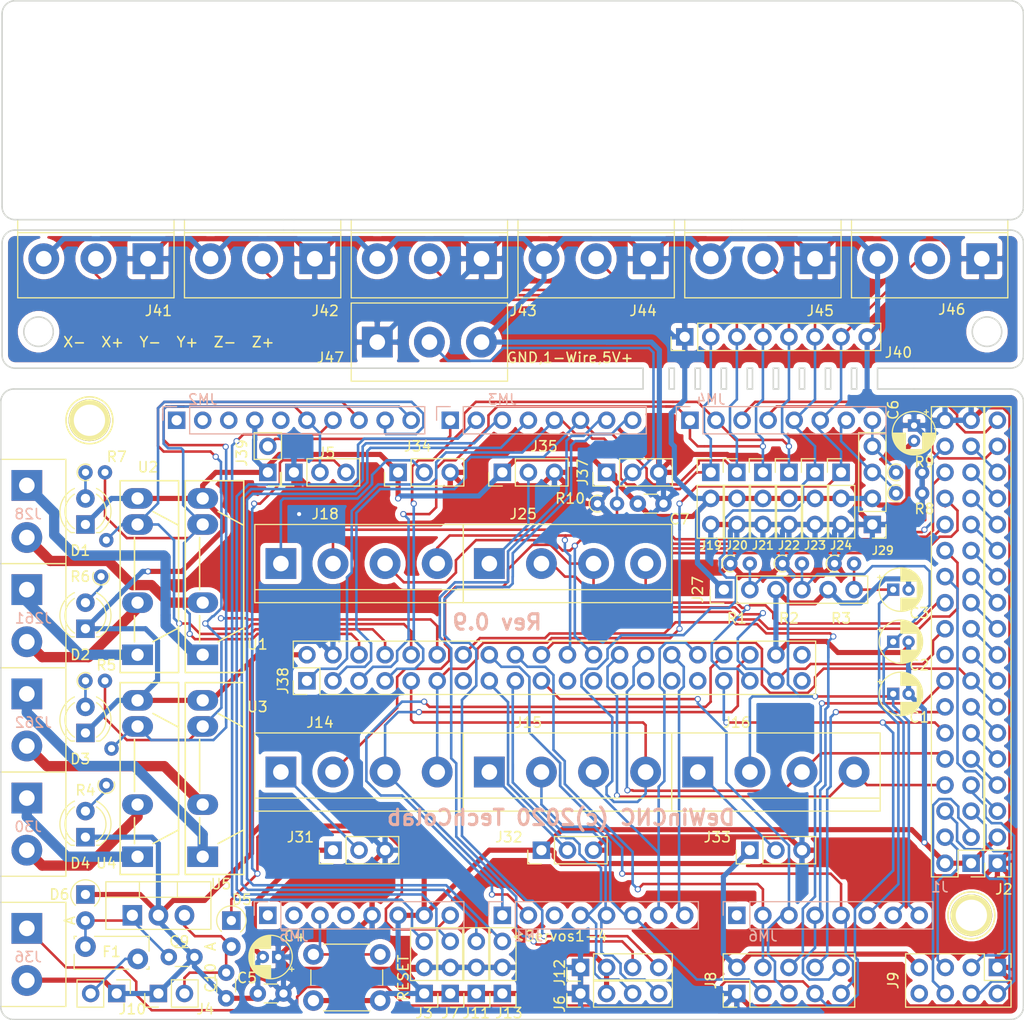
<source format=kicad_pcb>
(kicad_pcb (version 20171130) (host pcbnew "(5.1.6-0-10_14)")
  (title_block (title DeWinCNC) (date 2020-10-26) (rev 0.5) (company TechColab) (comment 1 "CNC Arduino MEGA Offboard Shield"))
  (layers (0 F.Cu signal hide) (31 B.Cu signal hide) (34 B.Paste user) (35 F.Paste user) (36 B.SilkS user) (37 F.SilkS user) (38 B.Mask user) (39 F.Mask user) (44 Edge.Cuts user))
  (net 0 "")
  (net 1 +5V)
  (net 2 /Reset)
  (net 3 "Net-(P10-Pad1)")
  (net 4 "Net-(P11-Pad1)")
  (net 5 "/D53(SS)")
  (net 6 "/D52(SCK)")
  (net 7 "/D51(MOSI)")
  (net 8 "/D50(MISO)")
  (net 9 /D49)
  (net 10 /D48)
  (net 11 /D47)
  (net 12 /D46)
  (net 13 /D45)
  (net 14 /D44)
  (net 15 /D43)
  (net 16 /D42)
  (net 17 /D41)
  (net 18 /D40)
  (net 19 /D39)
  (net 20 /D38)
  (net 21 /D37)
  (net 22 /D36)
  (net 23 /D35)
  (net 24 /D34)
  (net 25 /D33)
  (net 26 /D32)
  (net 27 /D31)
  (net 28 /D30)
  (net 29 /D29)
  (net 30 /D28)
  (net 31 /D27)
  (net 32 /D26)
  (net 33 /D25)
  (net 34 /D24)
  (net 35 /D23)
  (net 36 /D22)
  (net 37 "/D54(A0)")
  (net 38 "/D55(A1)")
  (net 39 "/D56(A2)")
  (net 40 "/D57(A3)")
  (net 41 "/D58(A4)")
  (net 42 "/D59(A5)")
  (net 43 "/D60(A6)")
  (net 44 "/D61(A7)")
  (net 45 "Net-(JM2-Pad1)")
  (net 46 "Net-(JM2-Pad2)")
  (net 47 "Net-(JM2-Pad3)")
  (net 48 /D7)
  (net 49 /D6)
  (net 50 /D5)
  (net 51 /D4)
  (net 52 /D3)
  (net 53 /D2)
  (net 54 "/D1(Tx0)")
  (net 55 "/D0(Rx0)")
  (net 56 "/D20(SDA)")
  (net 57 "/D21(SCL)")
  (net 58 "Net-(JM5-Pad1)")
  (net 59 "Net-(JM5-Pad2)")
  (net 60 "Net-(JM5-Pad4)")
  (net 61 "/D62(A8)")
  (net 62 "/D63(A9)")
  (net 63 "/D64(A10)")
  (net 64 "/D65(A11)")
  (net 65 "/D66(A12)")
  (net 66 "/D67(A13)")
  (net 67 "/D68(A14)")
  (net 68 "/D69(A15)")
  (net 69 "Net-(J28-Pad2)")
  (net 70 "Net-(J28-Pad1)")
  (net 71 "Net-(J261-Pad1)")
  (net 72 "Net-(J261-Pad2)")
  (net 73 "Net-(J262-Pad2)")
  (net 74 "Net-(J262-Pad1)")
  (net 75 "Net-(J30-Pad1)")
  (net 76 "Net-(J30-Pad2)")
  (net 77 "Net-(D1-Pad2)")
  (net 78 "Net-(D2-Pad2)")
  (net 79 "Net-(D3-Pad2)")
  (net 80 "Net-(D4-Pad2)")
  (net 81 "Net-(J9-Pad8)")
  (net 82 "Net-(J14-Pad1)")
  (net 83 "Net-(J15-Pad1)")
  (net 84 "Net-(J16-Pad1)")
  (net 85 "Net-(J18-Pad1)")
  (net 86 "Net-(J25-Pad1)")
  (net 87 /D12)
  (net 88 /D10)
  (net 89 /D9)
  (net 90 "Net-(J38-Pad16)")
  (net 91 "Net-(J38-Pad15)")
  (net 92 "Net-(J38-Pad14)")
  (net 93 "Net-(J38-Pad13)")
  (net 94 "Net-(J38-Pad12)")
  (net 95 "Net-(J38-Pad11)")
  (net 96 "Net-(J38-Pad7)")
  (net 97 /D19)
  (net 98 /D18)
  (net 99 /D15)
  (net 100 /D14)
  (net 101 "Net-(C9-Pad1)")
  (net 102 "Net-(C10-Pad1)")
  (net 103 "Net-(F1-Pad2)")
  (net 104 /Vcc)
  (net 105 /D11)
  (net 106 /D8)
  (net 107 "Net-(JM2-Pad5)")
  (net 108 GND)
  (net 109 /D16)
  (net 110 /D17)
  (module Connector_PinHeader_2.54mm:PinHeader_1x10_P2.54mm_Vertical (layer B.Cu) (at 128.27 71.12 270)
    (fp_text reference JM2 (at -2.032 -2.54 180) (layer B.SilkS) (effects (justify mirror)))
    (fp_text value PWM)
    (pad 10 thru_hole oval (at 0 -22.86 270) (size 1.7 1.7) (drill 1) (layers *.Cu *.Mask) (net 106 /D8))
    (pad 9 thru_hole oval (at 0 -20.32 270) (size 1.7 1.7) (drill 1) (layers *.Cu *.Mask) (net 89 /D9))
    (pad 8 thru_hole oval (at 0 -17.78 270) (size 1.7 1.7) (drill 1) (layers *.Cu *.Mask) (net 88 /D10))
    (pad 7 thru_hole oval (at 0 -15.24 270) (size 1.7 1.7) (drill 1) (layers *.Cu *.Mask) (net 105 /D11))
    (pad 6 thru_hole oval (at 0 -12.7 270) (size 1.7 1.7) (drill 1) (layers *.Cu *.Mask) (net 87 /D12))
    (pad 5 thru_hole oval (at 0 -10.16 270) (size 1.7 1.7) (drill 1) (layers *.Cu *.Mask) (net 107 "Net-(JM2-Pad5)"))
    (pad 4 thru_hole oval (at 0 -7.62 270) (size 1.7 1.7) (drill 1) (layers *.Cu *.Mask) (net 108 GND))
    (pad 3 thru_hole oval (at 0 -5.08 270) (size 1.7 1.7) (drill 1) (layers *.Cu *.Mask) (net 47 "Net-(JM2-Pad3)"))
    (pad 2 thru_hole oval (at 0 -2.54 270) (size 1.7 1.7) (drill 1) (layers *.Cu *.Mask) (net 46 "Net-(JM2-Pad2)"))
    (pad 1 thru_hole rect (at 0 0 270) (size 1.7 1.7) (drill 1) (layers *.Cu *.Mask) (net 45 "Net-(JM2-Pad1)"))
  )
  (module Connector_PinHeader_2.54mm:PinHeader_1x08_P2.54mm_Vertical (layer B.Cu) (at 137.16 119.38 270)
    (fp_text reference JM5 (at 2.032 -2.54 180) (layer B.SilkS) (effects (justify mirror)))
    (fp_text value Power)
    (pad 1 thru_hole rect (at 0 0 270) (size 1.7 1.7) (drill 1) (layers *.Cu *.Mask) (net 58 "Net-(JM5-Pad1)"))
    (pad 2 thru_hole oval (at 0 -2.54 270) (size 1.7 1.7) (drill 1) (layers *.Cu *.Mask) (net 59 "Net-(JM5-Pad2)"))
    (pad 3 thru_hole oval (at 0 -5.08 270) (size 1.7 1.7) (drill 1) (layers *.Cu *.Mask) (net 2 /Reset))
    (pad 4 thru_hole oval (at 0 -7.62 270) (size 1.7 1.7) (drill 1) (layers *.Cu *.Mask) (net 60 "Net-(JM5-Pad4)"))
    (pad 5 thru_hole oval (at 0 -10.16 270) (size 1.7 1.7) (drill 1) (layers *.Cu *.Mask) (net 1 +5V))
    (pad 6 thru_hole oval (at 0 -12.7 270) (size 1.7 1.7) (drill 1) (layers *.Cu *.Mask) (net 108 GND))
    (pad 7 thru_hole oval (at 0 -15.24 270) (size 1.7 1.7) (drill 1) (layers *.Cu *.Mask) (net 108 GND))
    (pad 8 thru_hole oval (at 0 -17.78 270) (size 1.7 1.7) (drill 1) (layers *.Cu *.Mask) (net 104 /Vcc))
  )
  (module Connector_PinHeader_2.54mm:PinHeader_1x08_P2.54mm_Vertical (layer B.Cu) (at 160.02 119.38 270)
    (fp_text reference JM1 (at 2.032 -2.54 180) (layer B.SilkS) (effects (justify mirror)))
    (fp_text value Analog)
    (pad 1 thru_hole rect (at 0 0 270) (size 1.7 1.7) (drill 1) (layers *.Cu *.Mask) (net 37 "/D54(A0)"))
    (pad 2 thru_hole oval (at 0 -2.54 270) (size 1.7 1.7) (drill 1) (layers *.Cu *.Mask) (net 38 "/D55(A1)"))
    (pad 3 thru_hole oval (at 0 -5.08 270) (size 1.7 1.7) (drill 1) (layers *.Cu *.Mask) (net 39 "/D56(A2)"))
    (pad 4 thru_hole oval (at 0 -7.62 270) (size 1.7 1.7) (drill 1) (layers *.Cu *.Mask) (net 40 "/D57(A3)"))
    (pad 5 thru_hole oval (at 0 -10.16 270) (size 1.7 1.7) (drill 1) (layers *.Cu *.Mask) (net 41 "/D58(A4)"))
    (pad 6 thru_hole oval (at 0 -12.7 270) (size 1.7 1.7) (drill 1) (layers *.Cu *.Mask) (net 42 "/D59(A5)"))
    (pad 7 thru_hole oval (at 0 -15.24 270) (size 1.7 1.7) (drill 1) (layers *.Cu *.Mask) (net 43 "/D60(A6)"))
    (pad 8 thru_hole oval (at 0 -17.78 270) (size 1.7 1.7) (drill 1) (layers *.Cu *.Mask) (net 44 "/D61(A7)"))
  )
  (module Connector_PinHeader_2.54mm:PinHeader_1x08_P2.54mm_Vertical (layer B.Cu) (at 182.88 119.38 270)
    (fp_text reference JM6 (at 2.032 -2.54 180) (layer B.SilkS) (effects (justify mirror)))
    (fp_text value Analog)
    (pad 1 thru_hole rect (at 0 0 270) (size 1.7 1.7) (drill 1) (layers *.Cu *.Mask) (net 61 "/D62(A8)"))
    (pad 2 thru_hole oval (at 0 -2.54 270) (size 1.7 1.7) (drill 1) (layers *.Cu *.Mask) (net 62 "/D63(A9)"))
    (pad 3 thru_hole oval (at 0 -5.08 270) (size 1.7 1.7) (drill 1) (layers *.Cu *.Mask) (net 63 "/D64(A10)"))
    (pad 4 thru_hole oval (at 0 -7.62 270) (size 1.7 1.7) (drill 1) (layers *.Cu *.Mask) (net 64 "/D65(A11)"))
    (pad 5 thru_hole oval (at 0 -10.16 270) (size 1.7 1.7) (drill 1) (layers *.Cu *.Mask) (net 65 "/D66(A12)"))
    (pad 6 thru_hole oval (at 0 -12.7 270) (size 1.7 1.7) (drill 1) (layers *.Cu *.Mask) (net 66 "/D67(A13)"))
    (pad 7 thru_hole oval (at 0 -15.24 270) (size 1.7 1.7) (drill 1) (layers *.Cu *.Mask) (net 67 "/D68(A14)"))
    (pad 8 thru_hole oval (at 0 -17.78 270) (size 1.7 1.7) (drill 1) (layers *.Cu *.Mask) (net 68 "/D69(A15)"))
  )
  (module Connector_PinHeader_2.54mm:PinHeader_1x08_P2.54mm_Vertical (layer B.Cu) (at 154.94 71.12 270)
    (fp_text reference JM3 (at -2.032 -5.08 180) (layer B.SilkS) (effects (justify mirror)))
    (fp_text value PWM)
    (pad 1 thru_hole rect (at 0 0 270) (size 1.7 1.7) (drill 1) (layers *.Cu *.Mask) (net 48 /D7))
    (pad 2 thru_hole oval (at 0 -2.54 270) (size 1.7 1.7) (drill 1) (layers *.Cu *.Mask) (net 49 /D6))
    (pad 3 thru_hole oval (at 0 -5.08 270) (size 1.7 1.7) (drill 1) (layers *.Cu *.Mask) (net 50 /D5))
    (pad 4 thru_hole oval (at 0 -7.62 270) (size 1.7 1.7) (drill 1) (layers *.Cu *.Mask) (net 51 /D4))
    (pad 5 thru_hole oval (at 0 -10.16 270) (size 1.7 1.7) (drill 1) (layers *.Cu *.Mask) (net 52 /D3))
    (pad 6 thru_hole oval (at 0 -12.7 270) (size 1.7 1.7) (drill 1) (layers *.Cu *.Mask) (net 53 /D2))
    (pad 7 thru_hole oval (at 0 -15.24 270) (size 1.7 1.7) (drill 1) (layers *.Cu *.Mask) (net 54 "/D1(Tx0)"))
    (pad 8 thru_hole oval (at 0 -17.78 270) (size 1.7 1.7) (drill 1) (layers *.Cu *.Mask) (net 55 "/D0(Rx0)"))
  )
  (module Connector_PinHeader_2.54mm:PinHeader_1x08_P2.54mm_Vertical (layer B.Cu) (at 178.308 71.12 270)
    (fp_text reference JM4 (at -2.032 -2.032 180) (layer B.SilkS) (effects (justify mirror)))
    (fp_text value Communication)
    (pad 1 thru_hole rect (at 0 0 270) (size 1.7 1.7) (drill 1) (layers *.Cu *.Mask) (net 100 /D14))
    (pad 2 thru_hole oval (at 0 -2.54 270) (size 1.7 1.7) (drill 1) (layers *.Cu *.Mask) (net 99 /D15))
    (pad 3 thru_hole oval (at 0 -5.08 270) (size 1.7 1.7) (drill 1) (layers *.Cu *.Mask) (net 109 /D16))
    (pad 4 thru_hole oval (at 0 -7.62 270) (size 1.7 1.7) (drill 1) (layers *.Cu *.Mask) (net 110 /D17))
    (pad 5 thru_hole oval (at 0 -10.16 270) (size 1.7 1.7) (drill 1) (layers *.Cu *.Mask) (net 98 /D18))
    (pad 6 thru_hole oval (at 0 -12.7 270) (size 1.7 1.7) (drill 1) (layers *.Cu *.Mask) (net 97 /D19))
    (pad 7 thru_hole oval (at 0 -15.24 270) (size 1.7 1.7) (drill 1) (layers *.Cu *.Mask) (net 56 "/D20(SDA)"))
    (pad 8 thru_hole oval (at 0 -17.78 270) (size 1.7 1.7) (drill 1) (layers *.Cu *.Mask) (net 57 "/D21(SCL)"))
  )
  (module Connector_PinHeader_2.54mm:PinHeader_1x08_P2.54mm_Vertical (layer F.Cu) (at 177.8 62.992 90)
    (fp_text reference J40 (at -1.524 20.828 180) (layer F.SilkS))
    (fp_text value Limits)
    (pad 8 thru_hole oval (at 0 17.78 90) (size 1.7 1.7) (drill 1) (layers *.Cu *.Mask) (net 1 +5V))
    (pad 7 thru_hole oval (at 0 15.24 90) (size 1.7 1.7) (drill 1) (layers *.Cu *.Mask) (net 97 /D19))
    (pad 6 thru_hole oval (at 0 12.7 90) (size 1.7 1.7) (drill 1) (layers *.Cu *.Mask) (net 98 /D18))
    (pad 5 thru_hole oval (at 0 10.16 90) (size 1.7 1.7) (drill 1) (layers *.Cu *.Mask) (net 99 /D15))
    (pad 4 thru_hole oval (at 0 7.62 90) (size 1.7 1.7) (drill 1) (layers *.Cu *.Mask) (net 100 /D14))
    (pad 3 thru_hole oval (at 0 5.08 90) (size 1.7 1.7) (drill 1) (layers *.Cu *.Mask) (net 53 /D2))
    (pad 2 thru_hole oval (at 0 2.54 90) (size 1.7 1.7) (drill 1) (layers *.Cu *.Mask) (net 52 /D3))
    (pad 1 thru_hole rect (at 0 0 90) (size 1.7 1.7) (drill 1) (layers *.Cu *.Mask) (net 108 GND))
  )
  (module Resistor_THT:R_Axial_DIN0204_L3.6mm_D1.6mm_P1.90mm_Vertical (layer F.Cu) (at 121.412 106.68 90)
    (fp_text reference R4 (at -0.508 -2.032) (layer F.SilkS))
    (fp_text value 1k)
    (pad 2 thru_hole oval (at 3.556 0.508 90) (size 1.4 1.4) (drill 0.7) (layers *.Cu *.Mask) (net 87 /D12))
    (pad 1 thru_hole circle (at 0 0 90) (size 1.4 1.4) (drill 0.7) (layers *.Cu *.Mask) (net 80 "Net-(D4-Pad2)"))
  )
  (module Resistor_THT:R_Axial_DIN0204_L3.6mm_D1.6mm_P1.90mm_Vertical (layer F.Cu) (at 120.904 86.36 90)
    (fp_text reference R6 (at 0 -2.032) (layer F.SilkS))
    (fp_text value 1k)
    (pad 2 thru_hole oval (at 3.556 0.508 90) (size 1.4 1.4) (drill 0.7) (layers *.Cu *.Mask) (net 89 /D9))
    (pad 1 thru_hole circle (at 0 0 90) (size 1.4 1.4) (drill 0.7) (layers *.Cu *.Mask) (net 78 "Net-(D2-Pad2)"))
  )
  (module Connector_PinHeader_2.54mm:PinHeader_2x18_P2.54mm_Vertical (layer B.Cu) (at 202.92 114.3)
    (fp_text reference J1 (at -0.254 2.33 180) (layer B.SilkS) (effects (justify mirror)))
    (fp_text value Digital)
    (pad 36 thru_hole oval (at 0.254 -43.18 180) (size 1.7 1.7) (drill 1) (layers *.Cu *.Mask) (net 1 +5V))
    (pad 35 thru_hole oval (at 2.794 -43.18 180) (size 1.7 1.7) (drill 1) (layers *.Cu *.Mask) (net 1 +5V))
    (pad 34 thru_hole oval (at 0.254 -40.64 180) (size 1.7 1.7) (drill 1) (layers *.Cu *.Mask) (net 36 /D22))
    (pad 33 thru_hole oval (at 2.794 -40.64 180) (size 1.7 1.7) (drill 1) (layers *.Cu *.Mask) (net 35 /D23))
    (pad 32 thru_hole oval (at 0.254 -38.1 180) (size 1.7 1.7) (drill 1) (layers *.Cu *.Mask) (net 34 /D24))
    (pad 31 thru_hole oval (at 2.794 -38.1 180) (size 1.7 1.7) (drill 1) (layers *.Cu *.Mask) (net 33 /D25))
    (pad 30 thru_hole oval (at 0.254 -35.56 180) (size 1.7 1.7) (drill 1) (layers *.Cu *.Mask) (net 32 /D26))
    (pad 29 thru_hole oval (at 2.794 -35.56 180) (size 1.7 1.7) (drill 1) (layers *.Cu *.Mask) (net 31 /D27))
    (pad 28 thru_hole oval (at 0.254 -33.02 180) (size 1.7 1.7) (drill 1) (layers *.Cu *.Mask) (net 30 /D28))
    (pad 27 thru_hole oval (at 2.794 -33.02 180) (size 1.7 1.7) (drill 1) (layers *.Cu *.Mask) (net 29 /D29))
    (pad 26 thru_hole oval (at 0.254 -30.48 180) (size 1.7 1.7) (drill 1) (layers *.Cu *.Mask) (net 28 /D30))
    (pad 25 thru_hole oval (at 2.794 -30.48 180) (size 1.7 1.7) (drill 1) (layers *.Cu *.Mask) (net 27 /D31))
    (pad 24 thru_hole oval (at 0.254 -27.94 180) (size 1.7 1.7) (drill 1) (layers *.Cu *.Mask) (net 26 /D32))
    (pad 23 thru_hole oval (at 2.794 -27.94 180) (size 1.7 1.7) (drill 1) (layers *.Cu *.Mask) (net 25 /D33))
    (pad 22 thru_hole oval (at 0.254 -25.4 180) (size 1.7 1.7) (drill 1) (layers *.Cu *.Mask) (net 24 /D34))
    (pad 21 thru_hole oval (at 2.794 -25.4 180) (size 1.7 1.7) (drill 1) (layers *.Cu *.Mask) (net 23 /D35))
    (pad 20 thru_hole oval (at 0.254 -22.86 180) (size 1.7 1.7) (drill 1) (layers *.Cu *.Mask) (net 22 /D36))
    (pad 19 thru_hole oval (at 2.794 -22.86 180) (size 1.7 1.7) (drill 1) (layers *.Cu *.Mask) (net 21 /D37))
    (pad 18 thru_hole oval (at 0.254 -20.32 180) (size 1.7 1.7) (drill 1) (layers *.Cu *.Mask) (net 20 /D38))
    (pad 17 thru_hole oval (at 2.794 -20.32 180) (size 1.7 1.7) (drill 1) (layers *.Cu *.Mask) (net 19 /D39))
    (pad 16 thru_hole oval (at 0.254 -17.78 180) (size 1.7 1.7) (drill 1) (layers *.Cu *.Mask) (net 18 /D40))
    (pad 15 thru_hole oval (at 2.794 -17.78 180) (size 1.7 1.7) (drill 1) (layers *.Cu *.Mask) (net 17 /D41))
    (pad 14 thru_hole oval (at 0.254 -15.24 180) (size 1.7 1.7) (drill 1) (layers *.Cu *.Mask) (net 16 /D42))
    (pad 13 thru_hole oval (at 2.794 -15.24 180) (size 1.7 1.7) (drill 1) (layers *.Cu *.Mask) (net 15 /D43))
    (pad 12 thru_hole oval (at 0.254 -12.7 180) (size 1.7 1.7) (drill 1) (layers *.Cu *.Mask) (net 14 /D44))
    (pad 11 thru_hole oval (at 2.794 -12.7 180) (size 1.7 1.7) (drill 1) (layers *.Cu *.Mask) (net 13 /D45))
    (pad 10 thru_hole oval (at 0.254 -10.16 180) (size 1.7 1.7) (drill 1) (layers *.Cu *.Mask) (net 12 /D46))
    (pad 9 thru_hole oval (at 2.794 -10.16 180) (size 1.7 1.7) (drill 1) (layers *.Cu *.Mask) (net 11 /D47))
    (pad 8 thru_hole oval (at 0.254 -7.62 180) (size 1.7 1.7) (drill 1) (layers *.Cu *.Mask) (net 10 /D48))
    (pad 7 thru_hole oval (at 2.794 -7.62 180) (size 1.7 1.7) (drill 1) (layers *.Cu *.Mask) (net 9 /D49))
    (pad 6 thru_hole oval (at 0.254 -5.08 180) (size 1.7 1.7) (drill 1) (layers *.Cu *.Mask) (net 8 "/D50(MISO)"))
    (pad 5 thru_hole oval (at 2.794 -5.08 180) (size 1.7 1.7) (drill 1) (layers *.Cu *.Mask) (net 7 "/D51(MOSI)"))
    (pad 4 thru_hole oval (at 0.254 -2.54 180) (size 1.7 1.7) (drill 1) (layers *.Cu *.Mask) (net 6 "/D52(SCK)"))
    (pad 3 thru_hole oval (at 2.794 -2.54 180) (size 1.7 1.7) (drill 1) (layers *.Cu *.Mask) (net 5 "/D53(SS)"))
    (pad 2 thru_hole oval (at 0.254 0 180) (size 1.7 1.7) (drill 1) (layers *.Cu *.Mask) (net 108 GND))
    (pad 1 thru_hole rect (at 2.794 0 180) (size 1.7 1.7) (drill 1) (layers *.Cu *.Mask) (net 108 GND))
  )
  (module TerminalBlock:TerminalBlock_bornier-3_P5.08mm (layer F.Cu) (at 157.988 55.372 180)
    (fp_text reference J43 (at -4.064 -5.08) (layer F.SilkS))
    (fp_text value Limit)
    (pad 1 thru_hole rect (at 0 0 180) (size 3 3) (drill 1.52) (layers *.Cu *.Mask) (net 108 GND))
    (pad 2 thru_hole circle (at 5.08 0 180) (size 3 3) (drill 1.52) (layers *.Cu *.Mask) (net 100 /D14))
    (pad 3 thru_hole circle (at 10.16 0 180) (size 3 3) (drill 1.52) (layers *.Cu *.Mask) (net 1 +5V))
  )
  (module TerminalBlock:TerminalBlock_bornier-3_P5.08mm (layer F.Cu) (at 125.476 55.372 180)
    (fp_text reference J41 (at -1.016 -5.08) (layer F.SilkS))
    (fp_text value Limit)
    (pad 3 thru_hole circle (at 10.16 0 180) (size 3 3) (drill 1.52) (layers *.Cu *.Mask) (net 1 +5V))
    (pad 2 thru_hole circle (at 5.08 0 180) (size 3 3) (drill 1.52) (layers *.Cu *.Mask) (net 52 /D3))
    (pad 1 thru_hole rect (at 0 0 180) (size 3 3) (drill 1.52) (layers *.Cu *.Mask) (net 108 GND))
  )
  (module TerminalBlock:TerminalBlock_bornier-3_P5.08mm (layer F.Cu) (at 141.732 55.372 180)
    (fp_text reference J42 (at -1.016 -5.08) (layer F.SilkS))
    (fp_text value Limit)
    (pad 1 thru_hole rect (at 0 0 180) (size 3 3) (drill 1.52) (layers *.Cu *.Mask) (net 108 GND))
    (pad 2 thru_hole circle (at 5.08 0 180) (size 3 3) (drill 1.52) (layers *.Cu *.Mask) (net 53 /D2))
    (pad 3 thru_hole circle (at 10.16 0 180) (size 3 3) (drill 1.52) (layers *.Cu *.Mask) (net 1 +5V))
  )
  (module TerminalBlock:TerminalBlock_bornier-3_P5.08mm (layer F.Cu) (at 147.828 63.5)
    (fp_text reference J47 (at -4.572 1.524) (layer F.SilkS))
    (fp_text value 1-Wire)
    (pad 3 thru_hole circle (at 10.16 0) (size 3 3) (drill 1.52) (layers *.Cu *.Mask) (net 1 +5V))
    (pad 2 thru_hole circle (at 5.08 0) (size 3 3) (drill 1.52) (layers *.Cu *.Mask) (net 36 /D22))
    (pad 1 thru_hole rect (at 0 0) (size 3 3) (drill 1.52) (layers *.Cu *.Mask) (net 108 GND))
  )
  (module Fuse:Fuse_Bourns_MF-RG300 (layer F.Cu) (at 119.38 122.428)
    (fp_text reference F1 (at 2.54 0.508) (layer F.SilkS))
    (fp_text value Polyfuse)
    (pad 2 thru_hole circle (at 5.1 1.2) (size 2.01 2.01) (drill 1.01) (layers *.Cu *.Mask) (net 103 "Net-(F1-Pad2)"))
    (pad 1 thru_hole circle (at 0 0) (size 2.01 2.01) (drill 1.01) (layers *.Cu *.Mask) (net 101 "Net-(C9-Pad1)"))
  )
  (module Diode_THT:D_A-405_P2.54mm_Vertical_AnodeUp (layer F.Cu) (at 119.38 117.348 270)
    (fp_text reference D6 (at 0 2.54 180) (layer F.SilkS))
    (fp_text value 1N4004)
    (fp_text user A (at 2.54 1.524 90) (layer F.SilkS))
    (pad 2 thru_hole oval (at 2.54 0 270) (size 1.8 1.8) (drill 0.9) (layers *.Cu *.Mask) (net 101 "Net-(C9-Pad1)"))
    (pad 1 thru_hole rect (at 0 0 270) (size 1.8 1.8) (drill 0.9) (layers *.Cu *.Mask) (net 108 GND))
  )
  (module Diode_THT:D_A-405_P2.54mm_Vertical_AnodeUp (layer F.Cu) (at 133.604 119.888 270)
    (fp_text reference D5 (at -2.032 -1.016 180) (layer F.SilkS))
    (fp_text value 1N4004)
    (fp_text user A (at 2.54 2.032 90) (layer F.SilkS))
    (pad 2 thru_hole oval (at 2.54 0 270) (size 1.8 1.8) (drill 0.9) (layers *.Cu *.Mask) (net 102 "Net-(C10-Pad1)"))
    (pad 1 thru_hole rect (at 0 0 270) (size 1.8 1.8) (drill 0.9) (layers *.Cu *.Mask) (net 104 /Vcc))
  )
  (module Connector_PinHeader_2.54mm:PinHeader_1x02_P2.54mm_Vertical (layer F.Cu) (at 126.492 127 90)
    (fp_text reference J4 (at -1.524 4.572 180) (layer F.SilkS))
    (fp_text value Vcc)
    (pad 2 thru_hole oval (at 0 2.54 90) (size 1.7 1.7) (drill 1) (layers *.Cu *.Mask) (net 102 "Net-(C10-Pad1)"))
    (pad 1 thru_hole rect (at 0 0 90) (size 1.7 1.7) (drill 1) (layers *.Cu *.Mask) (net 108 GND))
  )
  (module Connector_PinHeader_2.54mm:PinHeader_1x02_P2.54mm_Vertical (layer F.Cu) (at 122.428 127 270)
    (fp_text reference J10 (at 1.524 -1.524 180) (layer F.SilkS))
    (fp_text value Vcc)
    (pad 2 thru_hole oval (at 0 2.54 270) (size 1.7 1.7) (drill 1) (layers *.Cu *.Mask) (net 103 "Net-(F1-Pad2)"))
    (pad 1 thru_hole rect (at 0 0 270) (size 1.7 1.7) (drill 1) (layers *.Cu *.Mask) (net 108 GND))
  )
  (module Capacitor_THT:C_Disc_D3.0mm_W1.6mm_P2.50mm (layer F.Cu) (at 133.096 124.968 270)
    (fp_text reference C10 (at 0.508 1.524 90) (layer F.SilkS))
    (fp_text value 0.1uF)
    (pad 2 thru_hole circle (at 2.5 0 270) (size 1.6 1.6) (drill 0.8) (layers *.Cu *.Mask) (net 108 GND))
    (pad 1 thru_hole circle (at 0 0 270) (size 1.6 1.6) (drill 0.8) (layers *.Cu *.Mask) (net 102 "Net-(C10-Pad1)"))
  )
  (module Capacitor_THT:C_Disc_D3.0mm_W1.6mm_P2.50mm (layer F.Cu) (at 127.508 123.444)
    (fp_text reference C9 (at 1.016 -1.524) (layer F.SilkS))
    (fp_text value 0.1uF)
    (pad 2 thru_hole circle (at 2.5 0) (size 1.6 1.6) (drill 0.8) (layers *.Cu *.Mask) (net 108 GND))
    (pad 1 thru_hole circle (at 0 0) (size 1.6 1.6) (drill 0.8) (layers *.Cu *.Mask) (net 101 "Net-(C9-Pad1)"))
  )
  (module Package_TO_SOT_THT:TO-220-3_Vertical (layer F.Cu) (at 123.952 119.38)
    (fp_text reference U5 (at 8.636 -3.048) (layer F.SilkS))
    (fp_text value LM7812_TO220)
    (pad 3 thru_hole oval (at 5.08 0) (size 1.905 2) (drill 1.1) (layers *.Cu *.Mask) (net 102 "Net-(C10-Pad1)"))
    (pad 2 thru_hole oval (at 2.54 0) (size 1.905 2) (drill 1.1) (layers *.Cu *.Mask) (net 108 GND))
    (pad 1 thru_hole rect (at 0 0) (size 1.905 2) (drill 1.1) (layers *.Cu *.Mask) (net 101 "Net-(C9-Pad1)"))
  )
  (module Capacitor_THT:C_Disc_D3.0mm_W1.6mm_P2.50mm (layer F.Cu) (at 138.684 127 180)
    (fp_text reference C5 (at 3.556 1.524 180) (layer F.SilkS))
    (fp_text value 0.1uF)
    (pad 2 thru_hole circle (at 2.5 0 180) (size 1.6 1.6) (drill 0.8) (layers *.Cu *.Mask) (net 108 GND))
    (pad 1 thru_hole circle (at 0 0 180) (size 1.6 1.6) (drill 0.8) (layers *.Cu *.Mask) (net 1 +5V))
  )
  (module Capacitor_THT:C_Disc_D3.0mm_W1.6mm_P2.50mm (layer F.Cu) (at 175.728 79.248 180)
    (fp_text reference C7 (at -1.564 -1.524) (layer F.SilkS))
    (fp_text value 0.1uF)
    (pad 2 thru_hole circle (at 2.5 0 180) (size 1.6 1.6) (drill 0.8) (layers *.Cu *.Mask) (net 108 GND))
    (pad 1 thru_hole circle (at 0 0 180) (size 1.6 1.6) (drill 0.8) (layers *.Cu *.Mask) (net 1 +5V))
  )
  (module Connector_PinHeader_2.54mm:PinHeader_1x03_P2.54mm_Vertical (layer F.Cu) (at 170.18 76.2 90)
    (fp_text reference J37 (at 0 -2.33 90) (layer F.SilkS))
    (fp_text value 1-Wire)
    (pad 3 thru_hole oval (at 0 5.08 90) (size 1.7 1.7) (drill 1) (layers *.Cu *.Mask) (net 1 +5V))
    (pad 2 thru_hole oval (at 0 2.54 90) (size 1.7 1.7) (drill 1) (layers *.Cu *.Mask) (net 36 /D22))
    (pad 1 thru_hole rect (at 0 0 90) (size 1.7 1.7) (drill 1) (layers *.Cu *.Mask) (net 108 GND))
  )
  (module Resistor_THT:R_Axial_DIN0204_L3.6mm_D1.6mm_P1.90mm_Vertical (layer F.Cu) (at 198.4 78.232)
    (fp_text reference R8 (at 2.768 1.524 180) (layer F.SilkS))
    (fp_text value 4k7)
    (pad 2 thru_hole oval (at 2.54 0) (size 1.4 1.4) (drill 0.7) (layers *.Cu *.Mask) (net 1 +5V))
    (pad 1 thru_hole circle (at 0 0) (size 1.4 1.4) (drill 0.7) (layers *.Cu *.Mask) (net 56 "/D20(SDA)"))
  )
  (module Resistor_THT:R_Axial_DIN0204_L3.6mm_D1.6mm_P1.90mm_Vertical (layer F.Cu) (at 198.4 76.2)
    (fp_text reference R9 (at 2.768 -1.016) (layer F.SilkS))
    (fp_text value 4k7)
    (pad 2 thru_hole oval (at 2.54 0) (size 1.4 1.4) (drill 0.7) (layers *.Cu *.Mask) (net 1 +5V))
    (pad 1 thru_hole circle (at 0 0) (size 1.4 1.4) (drill 0.7) (layers *.Cu *.Mask) (net 57 "/D21(SCL)"))
  )
  (module Resistor_THT:R_Axial_DIN0204_L3.6mm_D1.6mm_P1.90mm_Vertical (layer F.Cu) (at 169.296 79.248)
    (fp_text reference R10 (at -2.672 -0.508) (layer F.SilkS))
    (fp_text value 4k7)
    (pad 2 thru_hole oval (at 1.9 0) (size 1.4 1.4) (drill 0.7) (layers *.Cu *.Mask) (net 36 /D22))
    (pad 1 thru_hole circle (at 0 0) (size 1.4 1.4) (drill 0.7) (layers *.Cu *.Mask) (net 1 +5V))
  )
  (module Capacitor_THT:CP_Radial_D4.0mm_P1.50mm (layer F.Cu) (at 200.152 71.628 270)
    (fp_text reference C6 (at -1.524 2.032 90) (layer F.SilkS))
    (fp_text value 100uF)
    (pad 2 thru_hole circle (at 1.5 0 270) (size 1.2 1.2) (drill 0.6) (layers *.Cu *.Mask) (net 108 GND))
    (pad 1 thru_hole rect (at 0 0 270) (size 1.2 1.2) (drill 0.6) (layers *.Cu *.Mask) (net 1 +5V))
  )
  (module TerminalBlock:TerminalBlock_bornier-3_P5.08mm (layer F.Cu) (at 206.756 55.372 180)
    (fp_text reference J46 (at 2.921 -4.953) (layer F.SilkS))
    (fp_text value Limit)
    (pad 1 thru_hole rect (at 0 0 180) (size 3 3) (drill 1.52) (layers *.Cu *.Mask) (net 108 GND))
    (pad 2 thru_hole circle (at 5.08 0 180) (size 3 3) (drill 1.52) (layers *.Cu *.Mask) (net 97 /D19))
    (pad 3 thru_hole circle (at 10.16 0 180) (size 3 3) (drill 1.52) (layers *.Cu *.Mask) (net 1 +5V))
  )
  (module TerminalBlock:TerminalBlock_bornier-3_P5.08mm (layer F.Cu) (at 190.5 55.372 180)
    (fp_text reference J45 (at -0.508 -5.08) (layer F.SilkS))
    (fp_text value Limit)
    (pad 1 thru_hole rect (at 0 0 180) (size 3 3) (drill 1.52) (layers *.Cu *.Mask) (net 108 GND))
    (pad 2 thru_hole circle (at 5.08 0 180) (size 3 3) (drill 1.52) (layers *.Cu *.Mask) (net 98 /D18))
    (pad 3 thru_hole circle (at 10.16 0 180) (size 3 3) (drill 1.52) (layers *.Cu *.Mask) (net 1 +5V))
  )
  (module TerminalBlock:TerminalBlock_bornier-3_P5.08mm (layer F.Cu) (at 174.244 55.372 180)
    (fp_text reference J44 (at 0.508 -5.08) (layer F.SilkS))
    (fp_text value Limit)
    (pad 1 thru_hole rect (at 0 0 180) (size 3 3) (drill 1.52) (layers *.Cu *.Mask) (net 108 GND))
    (pad 2 thru_hole circle (at 5.08 0 180) (size 3 3) (drill 1.52) (layers *.Cu *.Mask) (net 99 /D15))
    (pad 3 thru_hole circle (at 10.16 0 180) (size 3 3) (drill 1.52) (layers *.Cu *.Mask) (net 1 +5V))
  )
  (module Connector_PinHeader_2.54mm:PinHeader_2x20_P2.54mm_Vertical (layer F.Cu) (at 140.97 96.52 90)
    (fp_text reference J38 (at 0 -2.33 90) (layer F.SilkS))
    (fp_text value "IDC for DB37")
    (pad 1 thru_hole rect (at 0 0 90) (size 1.7 1.7) (drill 1) (layers *.Cu *.Mask) (net 52 /D3))
    (pad 20 thru_hole oval (at 2.54 0 90) (size 1.7 1.7) (drill 1) (layers *.Cu *.Mask) (net 108 GND))
    (pad 2 thru_hole oval (at 0 2.54 90) (size 1.7 1.7) (drill 1) (layers *.Cu *.Mask) (net 53 /D2))
    (pad 21 thru_hole oval (at 2.54 2.54 90) (size 1.7 1.7) (drill 1) (layers *.Cu *.Mask) (net 1 +5V))
    (pad 3 thru_hole oval (at 0 5.08 90) (size 1.7 1.7) (drill 1) (layers *.Cu *.Mask) (net 100 /D14))
    (pad 22 thru_hole oval (at 2.54 5.08 90) (size 1.7 1.7) (drill 1) (layers *.Cu *.Mask) (net 106 /D8))
    (pad 4 thru_hole oval (at 0 7.62 90) (size 1.7 1.7) (drill 1) (layers *.Cu *.Mask) (net 99 /D15))
    (pad 23 thru_hole oval (at 2.54 7.62 90) (size 1.7 1.7) (drill 1) (layers *.Cu *.Mask) (net 89 /D9))
    (pad 5 thru_hole oval (at 0 10.16 90) (size 1.7 1.7) (drill 1) (layers *.Cu *.Mask) (net 98 /D18))
    (pad 24 thru_hole oval (at 2.54 10.16 90) (size 1.7 1.7) (drill 1) (layers *.Cu *.Mask) (net 88 /D10))
    (pad 6 thru_hole oval (at 0 12.7 90) (size 1.7 1.7) (drill 1) (layers *.Cu *.Mask) (net 97 /D19))
    (pad 25 thru_hole oval (at 2.54 12.7 90) (size 1.7 1.7) (drill 1) (layers *.Cu *.Mask) (net 87 /D12))
    (pad 7 thru_hole oval (at 0 15.24 90) (size 1.7 1.7) (drill 1) (layers *.Cu *.Mask) (net 96 "Net-(J38-Pad7)"))
    (pad 26 thru_hole oval (at 2.54 15.24 90) (size 1.7 1.7) (drill 1) (layers *.Cu *.Mask) (net 64 "/D65(A11)"))
    (pad 8 thru_hole oval (at 0 17.78 90) (size 1.7 1.7) (drill 1) (layers *.Cu *.Mask) (net 40 "/D57(A3)"))
    (pad 27 thru_hole oval (at 2.54 17.78 90) (size 1.7 1.7) (drill 1) (layers *.Cu *.Mask) (net 65 "/D66(A12)"))
    (pad 9 thru_hole oval (at 0 20.32 90) (size 1.7 1.7) (drill 1) (layers *.Cu *.Mask) (net 41 "/D58(A4)"))
    (pad 28 thru_hole oval (at 2.54 20.32 90) (size 1.7 1.7) (drill 1) (layers *.Cu *.Mask) (net 62 "/D63(A9)"))
    (pad 10 thru_hole oval (at 0 22.86 90) (size 1.7 1.7) (drill 1) (layers *.Cu *.Mask) (net 63 "/D64(A10)"))
    (pad 29 thru_hole oval (at 2.54 22.86 90) (size 1.7 1.7) (drill 1) (layers *.Cu *.Mask) (net 17 /D41))
    (pad 11 thru_hole oval (at 0 25.4 90) (size 1.7 1.7) (drill 1) (layers *.Cu *.Mask) (net 95 "Net-(J38-Pad11)"))
    (pad 30 thru_hole oval (at 2.54 25.4 90) (size 1.7 1.7) (drill 1) (layers *.Cu *.Mask) (net 30 /D28))
    (pad 12 thru_hole oval (at 0 27.94 90) (size 1.7 1.7) (drill 1) (layers *.Cu *.Mask) (net 94 "Net-(J38-Pad12)"))
    (pad 31 thru_hole oval (at 2.54 27.94 90) (size 1.7 1.7) (drill 1) (layers *.Cu *.Mask) (net 32 /D26))
    (pad 13 thru_hole oval (at 0 30.48 90) (size 1.7 1.7) (drill 1) (layers *.Cu *.Mask) (net 93 "Net-(J38-Pad13)"))
    (pad 32 thru_hole oval (at 2.54 30.48 90) (size 1.7 1.7) (drill 1) (layers *.Cu *.Mask) (net 10 /D48))
    (pad 14 thru_hole oval (at 0 33.02 90) (size 1.7 1.7) (drill 1) (layers *.Cu *.Mask) (net 92 "Net-(J38-Pad14)"))
    (pad 33 thru_hole oval (at 2.54 33.02 90) (size 1.7 1.7) (drill 1) (layers *.Cu *.Mask) (net 12 /D46))
    (pad 15 thru_hole oval (at 0 35.56 90) (size 1.7 1.7) (drill 1) (layers *.Cu *.Mask) (net 91 "Net-(J38-Pad15)"))
    (pad 34 thru_hole oval (at 2.54 35.56 90) (size 1.7 1.7) (drill 1) (layers *.Cu *.Mask) (net 44 "/D61(A7)"))
    (pad 16 thru_hole oval (at 0 38.1 90) (size 1.7 1.7) (drill 1) (layers *.Cu *.Mask) (net 90 "Net-(J38-Pad16)"))
    (pad 35 thru_hole oval (at 2.54 38.1 90) (size 1.7 1.7) (drill 1) (layers *.Cu *.Mask) (net 43 "/D60(A6)"))
    (pad 17 thru_hole oval (at 0 40.64 90) (size 1.7 1.7) (drill 1) (layers *.Cu *.Mask) (net 14 /D44))
    (pad 36 thru_hole oval (at 2.54 40.64 90) (size 1.7 1.7) (drill 1) (layers *.Cu *.Mask) (net 38 "/D55(A1)"))
    (pad 18 thru_hole oval (at 0 43.18 90) (size 1.7 1.7) (drill 1) (layers *.Cu *.Mask) (net 24 /D34))
    (pad 37 thru_hole oval (at 2.54 43.18 90) (size 1.7 1.7) (drill 1) (layers *.Cu *.Mask) (net 37 "/D54(A0)"))
    (pad 19 thru_hole oval (at 0 45.72 90) (size 1.7 1.7) (drill 1) (layers *.Cu *.Mask) (net 22 /D36))
    (pad 38 thru_hole oval (at 2.54 45.72 90) (size 1.7 1.7) (drill 1) (layers *.Cu *.Mask) (net 108 GND))
    (pad 39 thru_hole oval (at 0 48.26 90) (size 1.7 1.7) (drill 1) (layers *.Cu *.Mask))
    (pad 40 thru_hole oval (at 2.54 48.26 90) (size 1.7 1.7) (drill 1) (layers *.Cu *.Mask))
  )
  (module Button_Switch_THT:SW_PUSH_6mm_H4.3mm (layer F.Cu) (at 141.605 123.19)
    (fp_text reference RESET (at 8.763 2.286 90) (layer F.SilkS))
    (fp_text value RESET)
    (pad 1 thru_hole circle (at 6.5 0 90) (size 2 2) (drill 1.1) (layers *.Cu *.Mask) (net 2 /Reset))
    (pad 2 thru_hole circle (at 6.5 4.5 90) (size 2 2) (drill 1.1) (layers *.Cu *.Mask) (net 108 GND))
    (pad 1 thru_hole circle (at 0 0 90) (size 2 2) (drill 1.1) (layers *.Cu *.Mask) (net 2 /Reset))
    (pad 2 thru_hole circle (at 0 4.5 90) (size 2 2) (drill 1.1) (layers *.Cu *.Mask) (net 108 GND))
  )
  (module Capacitor_THT:CP_Radial_D4.0mm_P1.50mm (layer F.Cu) (at 138.176 123.444 180)
    (fp_text reference C4 (at -1.524 2.032) (layer F.SilkS))
    (fp_text value 100uF)
    (pad 2 thru_hole circle (at 1.5 0 180) (size 1.2 1.2) (drill 0.6) (layers *.Cu *.Mask) (net 108 GND))
    (pad 1 thru_hole rect (at 0 0 180) (size 1.2 1.2) (drill 0.6) (layers *.Cu *.Mask) (net 1 +5V))
  )
  (module Resistor_THT:R_Axial_DIN0204_L3.6mm_D1.6mm_P1.90mm_Vertical (layer F.Cu) (at 119.385 96.52)
    (fp_text reference R5 (at 2.027 -1.524) (layer F.SilkS))
    (fp_text value 1k)
    (pad 1 thru_hole circle (at 0 0) (size 1.4 1.4) (drill 0.7) (layers *.Cu *.Mask) (net 79 "Net-(D3-Pad2)"))
    (pad 2 thru_hole oval (at 1.9 0) (size 1.4 1.4) (drill 0.7) (layers *.Cu *.Mask) (net 88 /D10))
  )
  (module LED_THT:LED_D4.0mm (layer F.Cu) (at 119.38 111.76 90)
    (fp_text reference D4 (at -2.54 -0.508 180) (layer F.SilkS))
    (fp_text value LED)
    (pad 1 thru_hole rect (at 0 0 90) (size 1.8 1.8) (drill 0.9) (layers *.Cu *.Mask) (net 108 GND))
    (pad 2 thru_hole circle (at 2.54 0 90) (size 1.8 1.8) (drill 0.9) (layers *.Cu *.Mask) (net 80 "Net-(D4-Pad2)"))
  )
  (module LED_THT:LED_D4.0mm (layer F.Cu) (at 119.38 101.6 90)
    (fp_text reference D3 (at -2.54 -0.508 180) (layer F.SilkS))
    (fp_text value LED)
    (pad 1 thru_hole rect (at 0 0 90) (size 1.8 1.8) (drill 0.9) (layers *.Cu *.Mask) (net 108 GND))
    (pad 2 thru_hole circle (at 2.54 0 90) (size 1.8 1.8) (drill 0.9) (layers *.Cu *.Mask) (net 79 "Net-(D3-Pad2)"))
  )
  (module LED_THT:LED_D4.0mm (layer F.Cu) (at 119.38 91.44 90)
    (fp_text reference D2 (at -2.54 -0.508 180) (layer F.SilkS))
    (fp_text value LED)
    (pad 1 thru_hole rect (at 0 0 90) (size 1.8 1.8) (drill 0.9) (layers *.Cu *.Mask) (net 108 GND))
    (pad 2 thru_hole circle (at 2.54 0 90) (size 1.8 1.8) (drill 0.9) (layers *.Cu *.Mask) (net 78 "Net-(D2-Pad2)"))
  )
  (module LED_THT:LED_D4.0mm (layer F.Cu) (at 119.38 81.28 90)
    (fp_text reference D1 (at -2.54 -0.508) (layer F.SilkS))
    (fp_text value LED)
    (pad 2 thru_hole circle (at 2.54 0 90) (size 1.8 1.8) (drill 0.9) (layers *.Cu *.Mask) (net 77 "Net-(D1-Pad2)"))
    (pad 1 thru_hole rect (at 0 0 90) (size 1.8 1.8) (drill 0.9) (layers *.Cu *.Mask) (net 108 GND))
  )
  (module Resistor_THT:R_Axial_DIN0204_L3.6mm_D1.6mm_P1.90mm_Vertical (layer F.Cu) (at 119.385 76.2)
    (fp_text reference R7 (at 3.043 -1.524) (layer F.SilkS))
    (fp_text value 1k)
    (pad 2 thru_hole oval (at 1.9 0) (size 1.4 1.4) (drill 0.7) (layers *.Cu *.Mask) (net 106 /D8))
    (pad 1 thru_hole circle (at 0 0) (size 1.4 1.4) (drill 0.7) (layers *.Cu *.Mask) (net 77 "Net-(D1-Pad2)"))
  )
  (module Resistor_THT:R_Axial_DIN0204_L3.6mm_D1.6mm_P1.90mm_Vertical (layer F.Cu) (at 182.245 85.09)
    (fp_text reference R1 (at 0.635 5.334) (layer F.SilkS))
    (fp_text value 4k7)
    (pad 1 thru_hole circle (at 0 0) (size 1.4 1.4) (drill 0.7) (layers *.Cu *.Mask) (net 1 +5V))
    (pad 2 thru_hole oval (at 1.9 0) (size 1.4 1.4) (drill 0.7) (layers *.Cu *.Mask) (net 68 "/D69(A15)"))
  )
  (module Resistor_THT:R_Axial_DIN0204_L3.6mm_D1.6mm_P1.90mm_Vertical (layer F.Cu) (at 187.325 85.09)
    (fp_text reference R2 (at 0.635 5.334) (layer F.SilkS))
    (fp_text value 4k7)
    (pad 1 thru_hole circle (at 0 0) (size 1.4 1.4) (drill 0.7) (layers *.Cu *.Mask) (net 1 +5V))
    (pad 2 thru_hole oval (at 1.9 0) (size 1.4 1.4) (drill 0.7) (layers *.Cu *.Mask) (net 67 "/D68(A14)"))
  )
  (module Resistor_THT:R_Axial_DIN0204_L3.6mm_D1.6mm_P1.90mm_Vertical (layer F.Cu) (at 192.405 85.09)
    (fp_text reference R3 (at 0.635 5.334) (layer F.SilkS))
    (fp_text value 4k7)
    (pad 2 thru_hole oval (at 1.9 0) (size 1.4 1.4) (drill 0.7) (layers *.Cu *.Mask) (net 66 "/D67(A13)"))
    (pad 1 thru_hole circle (at 0 0) (size 1.4 1.4) (drill 0.7) (layers *.Cu *.Mask) (net 1 +5V))
  )
  (module Capacitor_THT:CP_Radial_D4.0mm_P1.50mm (layer F.Cu) (at 198.12 97.79)
    (fp_text reference C1 (at 2.54 2.286) (layer F.SilkS))
    (fp_text value 10uF)
    (pad 1 thru_hole rect (at 0 0) (size 1.2 1.2) (drill 0.6) (layers *.Cu *.Mask) (net 68 "/D69(A15)"))
    (pad 2 thru_hole circle (at 1.5 0) (size 1.2 1.2) (drill 0.6) (layers *.Cu *.Mask) (net 108 GND))
  )
  (module Capacitor_THT:CP_Radial_D4.0mm_P1.50mm (layer F.Cu) (at 198.12 92.71)
    (fp_text reference C2 (at 2.54 2.286) (layer F.SilkS))
    (fp_text value 10uF)
    (pad 1 thru_hole rect (at 0 0) (size 1.2 1.2) (drill 0.6) (layers *.Cu *.Mask) (net 67 "/D68(A14)"))
    (pad 2 thru_hole circle (at 1.5 0) (size 1.2 1.2) (drill 0.6) (layers *.Cu *.Mask) (net 108 GND))
  )
  (module Capacitor_THT:CP_Radial_D4.0mm_P1.50mm (layer F.Cu) (at 198.12 87.63)
    (fp_text reference C3 (at 2.54 2.286) (layer F.SilkS))
    (fp_text value 10uF)
    (pad 2 thru_hole circle (at 1.5 0) (size 1.2 1.2) (drill 0.6) (layers *.Cu *.Mask) (net 108 GND))
    (pad 1 thru_hole rect (at 0 0) (size 1.2 1.2) (drill 0.6) (layers *.Cu *.Mask) (net 66 "/D67(A13)"))
  )
  (module TerminalBlock:TerminalBlock_bornier-2_P5.08mm (layer F.Cu) (at 113.665 120.65 270)
    (fp_text reference J36 (at 2.794 -0.127 180) (layer B.SilkS) (effects (justify mirror)))
    (fp_text value PWM)
    (pad 2 thru_hole circle (at 5.08 0 270) (size 3 3) (drill 1.52) (layers *.Cu *.Mask) (net 108 GND))
    (pad 1 thru_hole rect (at 0 0 270) (size 3 3) (drill 1.52) (layers *.Cu *.Mask) (net 14 /D44))
  )
  (module Connector_PinHeader_2.54mm:PinHeader_1x03_P2.54mm_Vertical (layer F.Cu) (at 184.15 113.03 90)
    (fp_text reference J33 (at 1.27 -3.175 180) (layer F.SilkS))
    (fp_text value "0V / 5V")
    (pad 3 thru_hole oval (at 0 5.08 90) (size 1.7 1.7) (drill 1) (layers *.Cu *.Mask) (net 1 +5V))
    (pad 2 thru_hole oval (at 0 2.54 90) (size 1.7 1.7) (drill 1) (layers *.Cu *.Mask) (net 84 "Net-(J16-Pad1)"))
    (pad 1 thru_hole rect (at 0 0 90) (size 1.7 1.7) (drill 1) (layers *.Cu *.Mask) (net 108 GND))
  )
  (module Connector_PinHeader_2.54mm:PinHeader_1x03_P2.54mm_Vertical (layer F.Cu) (at 163.83 113.03 90)
    (fp_text reference J32 (at 1.27 -3.175 180) (layer F.SilkS))
    (fp_text value "0V / 5V")
    (pad 3 thru_hole oval (at 0 5.08 90) (size 1.7 1.7) (drill 1) (layers *.Cu *.Mask) (net 1 +5V))
    (pad 2 thru_hole oval (at 0 2.54 90) (size 1.7 1.7) (drill 1) (layers *.Cu *.Mask) (net 83 "Net-(J15-Pad1)"))
    (pad 1 thru_hole rect (at 0 0 90) (size 1.7 1.7) (drill 1) (layers *.Cu *.Mask) (net 108 GND))
  )
  (module Connector_PinHeader_2.54mm:PinHeader_1x03_P2.54mm_Vertical (layer F.Cu) (at 143.51 113.03 90)
    (fp_text reference J31 (at 1.27 -3.175 180) (layer F.SilkS))
    (fp_text value "0V / 5V")
    (pad 3 thru_hole oval (at 0 5.08 90) (size 1.7 1.7) (drill 1) (layers *.Cu *.Mask) (net 1 +5V))
    (pad 2 thru_hole oval (at 0 2.54 90) (size 1.7 1.7) (drill 1) (layers *.Cu *.Mask) (net 82 "Net-(J14-Pad1)"))
    (pad 1 thru_hole rect (at 0 0 90) (size 1.7 1.7) (drill 1) (layers *.Cu *.Mask) (net 108 GND))
  )
  (module TerminalBlock:TerminalBlock_bornier-4_P5.08mm (layer F.Cu) (at 179.07 105.41)
    (fp_text reference J16 (at 3.81 -4.826) (layer F.SilkS))
    (fp_text value Z-axis)
    (pad 4 thru_hole circle (at 15.24 0) (size 3 3) (drill 1.52) (layers *.Cu *.Mask) (net 10 /D48))
    (pad 1 thru_hole rect (at 0 0) (size 3 3) (drill 1.52) (layers *.Cu *.Mask) (net 84 "Net-(J16-Pad1)"))
    (pad 3 thru_hole circle (at 10.16 0) (size 3 3) (drill 1.52) (layers *.Cu *.Mask) (net 12 /D46))
    (pad 2 thru_hole circle (at 5.08 0) (size 3 3) (drill 1.52) (layers *.Cu *.Mask) (net 68 "/D69(A15)"))
  )
  (module TerminalBlock:TerminalBlock_bornier-4_P5.08mm (layer F.Cu) (at 158.75 105.41)
    (fp_text reference J15 (at 3.81 -4.826) (layer F.SilkS))
    (fp_text value Y-axis)
    (pad 4 thru_hole circle (at 15.24 0) (size 3 3) (drill 1.52) (layers *.Cu *.Mask) (net 98 /D18))
    (pad 1 thru_hole rect (at 0 0) (size 3 3) (drill 1.52) (layers *.Cu *.Mask) (net 83 "Net-(J15-Pad1)"))
    (pad 3 thru_hole circle (at 10.16 0) (size 3 3) (drill 1.52) (layers *.Cu *.Mask) (net 43 "/D60(A6)"))
    (pad 2 thru_hole circle (at 5.08 0) (size 3 3) (drill 1.52) (layers *.Cu *.Mask) (net 42 "/D59(A5)"))
  )
  (module TerminalBlock:TerminalBlock_bornier-4_P5.08mm (layer F.Cu) (at 138.43 105.41)
    (fp_text reference J14 (at 3.81 -4.826) (layer F.SilkS))
    (fp_text value X-axis)
    (pad 4 thru_hole circle (at 15.24 0) (size 3 3) (drill 1.52) (layers *.Cu *.Mask) (net 97 /D19))
    (pad 1 thru_hole rect (at 0 0) (size 3 3) (drill 1.52) (layers *.Cu *.Mask) (net 82 "Net-(J14-Pad1)"))
    (pad 3 thru_hole circle (at 10.16 0) (size 3 3) (drill 1.52) (layers *.Cu *.Mask) (net 37 "/D54(A0)"))
    (pad 2 thru_hole circle (at 5.08 0) (size 3 3) (drill 1.52) (layers *.Cu *.Mask) (net 22 /D36))
  )
  (module TerminalBlock:TerminalBlock_bornier-4_P5.08mm (layer F.Cu) (at 138.43 85.09)
    (fp_text reference J18 (at 4.318 -4.826) (layer F.SilkS))
    (fp_text value A-axis)
    (pad 2 thru_hole circle (at 5.08 0) (size 3 3) (drill 1.52) (layers *.Cu *.Mask) (net 34 /D24))
    (pad 3 thru_hole circle (at 10.16 0) (size 3 3) (drill 1.52) (layers *.Cu *.Mask) (net 32 /D26))
    (pad 1 thru_hole rect (at 0 0) (size 3 3) (drill 1.52) (layers *.Cu *.Mask) (net 85 "Net-(J18-Pad1)"))
    (pad 4 thru_hole circle (at 15.24 0) (size 3 3) (drill 1.52) (layers *.Cu *.Mask) (net 30 /D28))
  )
  (module TerminalBlock:TerminalBlock_bornier-4_P5.08mm (layer F.Cu) (at 158.75 85.09)
    (fp_text reference J25 (at 3.302 -4.826) (layer F.SilkS))
    (fp_text value B-axis)
    (pad 4 thru_hole circle (at 15.24 0) (size 3 3) (drill 1.52) (layers *.Cu *.Mask) (net 24 /D34))
    (pad 1 thru_hole rect (at 0 0) (size 3 3) (drill 1.52) (layers *.Cu *.Mask) (net 86 "Net-(J25-Pad1)"))
    (pad 3 thru_hole circle (at 10.16 0) (size 3 3) (drill 1.52) (layers *.Cu *.Mask) (net 22 /D36))
    (pad 2 thru_hole circle (at 5.08 0) (size 3 3) (drill 1.52) (layers *.Cu *.Mask) (net 28 /D30))
  )
  (module TerminalBlock:TerminalBlock_bornier-2_P5.08mm (layer F.Cu) (at 113.665 107.95 270)
    (fp_text reference J30 (at 2.794 -0.127 180) (layer B.SilkS) (effects (justify mirror)))
    (fp_text value RLA4)
    (pad 1 thru_hole rect (at 0 0 270) (size 3 3) (drill 1.52) (layers *.Cu *.Mask) (net 75 "Net-(J30-Pad1)"))
    (pad 2 thru_hole circle (at 5.08 0 270) (size 3 3) (drill 1.52) (layers *.Cu *.Mask) (net 76 "Net-(J30-Pad2)"))
  )
  (module TerminalBlock:TerminalBlock_bornier-2_P5.08mm (layer F.Cu) (at 113.665 97.79 270)
    (fp_text reference J262 (at 2.794 -0.635) (layer B.SilkS) (effects (justify mirror)))
    (fp_text value RLA3)
    (pad 1 thru_hole rect (at 0 0 270) (size 3 3) (drill 1.52) (layers *.Cu *.Mask) (net 74 "Net-(J262-Pad1)"))
    (pad 2 thru_hole circle (at 5.08 0 270) (size 3 3) (drill 1.52) (layers *.Cu *.Mask) (net 73 "Net-(J262-Pad2)"))
  )
  (module TerminalBlock:TerminalBlock_bornier-2_P5.08mm (layer F.Cu) (at 113.665 87.63 270)
    (fp_text reference J261 (at 2.794 -0.635 180) (layer B.SilkS) (effects (justify mirror)))
    (fp_text value RLA2)
    (pad 1 thru_hole rect (at 0 0 270) (size 3 3) (drill 1.52) (layers *.Cu *.Mask) (net 71 "Net-(J261-Pad1)"))
    (pad 2 thru_hole circle (at 5.08 0 270) (size 3 3) (drill 1.52) (layers *.Cu *.Mask) (net 72 "Net-(J261-Pad2)"))
  )
  (module TerminalBlock:TerminalBlock_bornier-2_P5.08mm (layer F.Cu) (at 113.665 77.47 270)
    (fp_text reference J28 (at 2.794 -0.127 180) (layer B.SilkS) (effects (justify mirror)))
    (fp_text value RLA1)
    (pad 2 thru_hole circle (at 5.08 0 270) (size 3 3) (drill 1.52) (layers *.Cu *.Mask) (net 69 "Net-(J28-Pad2)"))
    (pad 1 thru_hole rect (at 0 0 270) (size 3 3) (drill 1.52) (layers *.Cu *.Mask) (net 70 "Net-(J28-Pad1)"))
  )
  (module Socket_Arduino_Mega:Arduino_1pin (layer F.Cu) (at 205.74 119.38)
    (fp_text reference P10 hide)
    (fp_text value CONN_01X01 hide)
    (pad 1 thru_hole circle (at 0 0) (size 4.064 4.064) (drill 3.048) (layers *.Cu *.Mask F.SilkS) (net 3 "Net-(P10-Pad1)"))
  )
  (module Socket_Arduino_Mega:Arduino_1pin (layer F.Cu) (at 119.77 71.12)
    (fp_text reference P11 hide)
    (fp_text value CONN_01X01 hide)
    (pad 1 thru_hole circle (at 0 0) (size 4.064 4.064) (drill 3.048) (layers *.Cu *.Mask F.SilkS) (net 4 "Net-(P11-Pad1)"))
  )
  (module Connector_PinHeader_2.54mm:PinHeader_1x06_P2.54mm_Vertical (layer F.Cu) (at 181.61 87.63 90)
    (fp_text reference J27 (at 0 -2.54 90) (layer F.SilkS))
    (fp_text value "T1  T2  T3")
    (pad 6 thru_hole oval (at 0 12.7 90) (size 1.7 1.7) (drill 1) (layers *.Cu *.Mask) (net 66 "/D67(A13)"))
    (pad 5 thru_hole oval (at 0 10.16 90) (size 1.7 1.7) (drill 1) (layers *.Cu *.Mask) (net 108 GND))
    (pad 4 thru_hole oval (at 0 7.62 90) (size 1.7 1.7) (drill 1) (layers *.Cu *.Mask) (net 67 "/D68(A14)"))
    (pad 3 thru_hole oval (at 0 5.08 90) (size 1.7 1.7) (drill 1) (layers *.Cu *.Mask) (net 108 GND))
    (pad 2 thru_hole oval (at 0 2.54 90) (size 1.7 1.7) (drill 1) (layers *.Cu *.Mask) (net 68 "/D69(A15)"))
    (pad 1 thru_hole rect (at 0 0 90) (size 1.7 1.7) (drill 1) (layers *.Cu *.Mask) (net 108 GND))
  )
  (module Connector_PinHeader_2.54mm:PinHeader_1x03_P2.54mm_Vertical (layer F.Cu) (at 152.4 127 180)
    (fp_text reference J3 (at 0 -1.905 unlocked) (layer F.SilkS))
    (fp_text value S1)
    (pad 1 thru_hole rect (at 0 0 180) (size 1.7 1.7) (drill 1) (layers *.Cu *.Mask) (net 108 GND))
    (pad 2 thru_hole oval (at 0 2.54 180) (size 1.7 1.7) (drill 1) (layers *.Cu *.Mask) (net 1 +5V))
    (pad 3 thru_hole oval (at 0 5.08 180) (size 1.7 1.7) (drill 1) (layers *.Cu *.Mask) (net 105 /D11))
  )
  (module Connector_PinHeader_2.54mm:PinHeader_1x03_P2.54mm_Vertical (layer F.Cu) (at 154.94 127 180)
    (fp_text reference J7 (at 0 -1.905 unlocked) (layer F.SilkS))
    (fp_text value S2)
    (pad 1 thru_hole rect (at 0 0 180) (size 1.7 1.7) (drill 1) (layers *.Cu *.Mask) (net 108 GND))
    (pad 2 thru_hole oval (at 0 2.54 180) (size 1.7 1.7) (drill 1) (layers *.Cu *.Mask) (net 1 +5V))
    (pad 3 thru_hole oval (at 0 5.08 180) (size 1.7 1.7) (drill 1) (layers *.Cu *.Mask) (net 49 /D6))
  )
  (module Connector_PinHeader_2.54mm:PinHeader_1x03_P2.54mm_Vertical (layer F.Cu) (at 157.48 127 180)
    (fp_text reference J11 (at 0 -1.905 unlocked) (layer F.SilkS))
    (fp_text value S3)
    (pad 1 thru_hole rect (at 0 0 180) (size 1.7 1.7) (drill 1) (layers *.Cu *.Mask) (net 108 GND))
    (pad 2 thru_hole oval (at 0 2.54 180) (size 1.7 1.7) (drill 1) (layers *.Cu *.Mask) (net 1 +5V))
    (pad 3 thru_hole oval (at 0 5.08 180) (size 1.7 1.7) (drill 1) (layers *.Cu *.Mask) (net 50 /D5))
  )
  (module Connector_PinHeader_2.54mm:PinHeader_1x03_P2.54mm_Vertical (layer F.Cu) (at 160.02 127 180)
    (fp_text reference J13 (at -0.635 -1.905 unlocked) (layer F.SilkS))
    (fp_text value S4)
    (pad 3 thru_hole oval (at 0 5.08 180) (size 1.7 1.7) (drill 1) (layers *.Cu *.Mask) (net 51 /D4))
    (pad 2 thru_hole oval (at 0 2.54 180) (size 1.7 1.7) (drill 1) (layers *.Cu *.Mask) (net 1 +5V))
    (pad 1 thru_hole rect (at 0 0 180) (size 1.7 1.7) (drill 1) (layers *.Cu *.Mask) (net 108 GND))
  )
  (module Connector_PinHeader_2.54mm:PinHeader_1x04_P2.54mm_Vertical (layer F.Cu) (at 167.64 124.46 90)
    (fp_text reference J12 (at -0.508 -2.032 90 unlocked) (layer F.SilkS))
    (fp_text value Aux-1a)
    (pad 4 thru_hole oval (at 0 7.62 90) (size 1.7 1.7) (drill 1) (layers *.Cu *.Mask) (net 55 "/D0(Rx0)"))
    (pad 3 thru_hole oval (at 0 5.08 90) (size 1.7 1.7) (drill 1) (layers *.Cu *.Mask) (net 54 "/D1(Tx0)"))
    (pad 2 thru_hole oval (at 0 2.54 90) (size 1.7 1.7) (drill 1) (layers *.Cu *.Mask) (net 108 GND))
    (pad 1 thru_hole rect (at 0 0 90) (size 1.7 1.7) (drill 1) (layers *.Cu *.Mask) (net 1 +5V))
  )
  (module Connector_PinHeader_2.54mm:PinHeader_1x04_P2.54mm_Vertical (layer F.Cu) (at 167.64 127 90)
    (fp_text reference J6 (at -1.016 -2.032 90 unlocked) (layer F.SilkS))
    (fp_text value Aux-1b)
    (pad 1 thru_hole rect (at 0 0 90) (size 1.7 1.7) (drill 1) (layers *.Cu *.Mask) (net 1 +5V))
    (pad 2 thru_hole oval (at 0 2.54 90) (size 1.7 1.7) (drill 1) (layers *.Cu *.Mask) (net 108 GND))
    (pad 3 thru_hole oval (at 0 5.08 90) (size 1.7 1.7) (drill 1) (layers *.Cu *.Mask) (net 40 "/D57(A3)"))
    (pad 4 thru_hole oval (at 0 7.62 90) (size 1.7 1.7) (drill 1) (layers *.Cu *.Mask) (net 41 "/D58(A4)"))
  )
  (module Connector_PinHeader_2.54mm:PinHeader_2x05_P2.54mm_Vertical (layer F.Cu) (at 182.88 127 90)
    (fp_text reference J8 (at 1.27 -2.54 90) (layer F.SilkS))
    (fp_text value Aux-2)
    (pad 10 thru_hole oval (at 2.54 10.16 90) (size 1.7 1.7) (drill 1) (layers *.Cu *.Mask) (net 64 "/D65(A11)"))
    (pad 9 thru_hole oval (at 0 10.16 90) (size 1.7 1.7) (drill 1) (layers *.Cu *.Mask) (net 65 "/D66(A12)"))
    (pad 8 thru_hole oval (at 2.54 7.62 90) (size 1.7 1.7) (drill 1) (layers *.Cu *.Mask) (net 16 /D42))
    (pad 7 thru_hole oval (at 0 7.62 90) (size 1.7 1.7) (drill 1) (layers *.Cu *.Mask) (net 14 /D44))
    (pad 6 thru_hole oval (at 2.54 5.08 90) (size 1.7 1.7) (drill 1) (layers *.Cu *.Mask) (net 18 /D40))
    (pad 5 thru_hole oval (at 0 5.08 90) (size 1.7 1.7) (drill 1) (layers *.Cu *.Mask) (net 63 "/D64(A10)"))
    (pad 4 thru_hole oval (at 2.54 2.54 90) (size 1.7 1.7) (drill 1) (layers *.Cu *.Mask) (net 62 "/D63(A9)"))
    (pad 3 thru_hole oval (at 0 2.54 90) (size 1.7 1.7) (drill 1) (layers *.Cu *.Mask) (net 42 "/D59(A5)"))
    (pad 2 thru_hole oval (at 2.54 0 90) (size 1.7 1.7) (drill 1) (layers *.Cu *.Mask) (net 108 GND))
    (pad 1 thru_hole rect (at 0 0 90) (size 1.7 1.7) (drill 1) (layers *.Cu *.Mask) (net 1 +5V))
  )
  (module Connector_PinHeader_2.54mm:PinHeader_2x04_P2.54mm_Vertical (layer F.Cu) (at 208.28 124.46 270)
    (fp_text reference J9 (at 1.27 10.16 90) (layer F.SilkS))
    (fp_text value Aux-3)
    (pad 8 thru_hole oval (at 2.54 7.62 270) (size 1.7 1.7) (drill 1) (layers *.Cu *.Mask) (net 81 "Net-(J9-Pad8)"))
    (pad 7 thru_hole oval (at 0 7.62 270) (size 1.7 1.7) (drill 1) (layers *.Cu *.Mask) (net 108 GND))
    (pad 6 thru_hole oval (at 2.54 5.08 270) (size 1.7 1.7) (drill 1) (layers *.Cu *.Mask) (net 5 "/D53(SS)"))
    (pad 5 thru_hole oval (at 0 5.08 270) (size 1.7 1.7) (drill 1) (layers *.Cu *.Mask) (net 6 "/D52(SCK)"))
    (pad 4 thru_hole oval (at 2.54 2.54 270) (size 1.7 1.7) (drill 1) (layers *.Cu *.Mask) (net 7 "/D51(MOSI)"))
    (pad 3 thru_hole oval (at 0 2.54 270) (size 1.7 1.7) (drill 1) (layers *.Cu *.Mask) (net 8 "/D50(MISO)"))
    (pad 2 thru_hole oval (at 2.54 0 270) (size 1.7 1.7) (drill 1) (layers *.Cu *.Mask) (net 9 /D49))
    (pad 1 thru_hole rect (at 0 0 270) (size 1.7 1.7) (drill 1) (layers *.Cu *.Mask) (net 1 +5V))
  )
  (module Connector_PinHeader_2.54mm:PinHeader_1x02_P2.54mm_Vertical (layer F.Cu) (at 137.16 76.2 180)
    (fp_text reference J39 (at 2.54 1.905 270) (layer F.SilkS))
    (fp_text value D7)
    (pad 1 thru_hole rect (at 0 0 180) (size 1.7 1.7) (drill 1) (layers *.Cu *.Mask) (net 108 GND))
    (pad 2 thru_hole oval (at 0 2.54 180) (size 1.7 1.7) (drill 1) (layers *.Cu *.Mask) (net 48 /D7))
  )
  (module Connector_PinHeader_2.54mm:PinHeader_1x03_P2.54mm_Vertical (layer F.Cu) (at 180.34 76.2)
    (fp_text reference J19 (at 0 7.112 unlocked) (layer F.SilkS) (effects (font (size 0.8 0.8))))
    (fp_text value X-)
    (pad 1 thru_hole rect (at 0 0) (size 1.7 1.7) (drill 1) (layers *.Cu *.Mask) (net 52 /D3))
    (pad 2 thru_hole oval (at 0 2.54) (size 1.7 1.7) (drill 1) (layers *.Cu *.Mask) (net 108 GND))
    (pad 3 thru_hole oval (at 0 5.08) (size 1.7 1.7) (drill 1) (layers *.Cu *.Mask) (net 1 +5V))
  )
  (module Connector_PinHeader_2.54mm:PinHeader_1x03_P2.54mm_Vertical (layer F.Cu) (at 182.88 76.2)
    (fp_text reference J20 (at 0 7.112 unlocked) (layer F.SilkS) (effects (font (size 0.8 0.8))))
    (fp_text value X+)
    (pad 1 thru_hole rect (at 0 0) (size 1.7 1.7) (drill 1) (layers *.Cu *.Mask) (net 53 /D2))
    (pad 2 thru_hole oval (at 0 2.54) (size 1.7 1.7) (drill 1) (layers *.Cu *.Mask) (net 108 GND))
    (pad 3 thru_hole oval (at 0 5.08) (size 1.7 1.7) (drill 1) (layers *.Cu *.Mask) (net 1 +5V))
  )
  (module Connector_PinHeader_2.54mm:PinHeader_1x03_P2.54mm_Vertical (layer F.Cu) (at 185.42 76.2)
    (fp_text reference J21 (at 0 7.112 unlocked) (layer F.SilkS) (effects (font (size 0.8 0.8))))
    (fp_text value Y-)
    (pad 1 thru_hole rect (at 0 0) (size 1.7 1.7) (drill 1) (layers *.Cu *.Mask) (net 100 /D14))
    (pad 2 thru_hole oval (at 0 2.54) (size 1.7 1.7) (drill 1) (layers *.Cu *.Mask) (net 108 GND))
    (pad 3 thru_hole oval (at 0 5.08) (size 1.7 1.7) (drill 1) (layers *.Cu *.Mask) (net 1 +5V))
  )
  (module Connector_PinHeader_2.54mm:PinHeader_1x03_P2.54mm_Vertical (layer F.Cu) (at 187.96 76.2)
    (fp_text reference J22 (at 0 7.112 unlocked) (layer F.SilkS) (effects (font (size 0.8 0.8))))
    (fp_text value Y+)
    (pad 1 thru_hole rect (at 0 0) (size 1.7 1.7) (drill 1) (layers *.Cu *.Mask) (net 99 /D15))
    (pad 2 thru_hole oval (at 0 2.54) (size 1.7 1.7) (drill 1) (layers *.Cu *.Mask) (net 108 GND))
    (pad 3 thru_hole oval (at 0 5.08) (size 1.7 1.7) (drill 1) (layers *.Cu *.Mask) (net 1 +5V))
  )
  (module Connector_PinHeader_2.54mm:PinHeader_1x03_P2.54mm_Vertical (layer F.Cu) (at 190.5 76.2)
    (fp_text reference J23 (at 0 7.112 unlocked) (layer F.SilkS) (effects (font (size 0.8 0.8))))
    (fp_text value Z-)
    (pad 1 thru_hole rect (at 0 0) (size 1.7 1.7) (drill 1) (layers *.Cu *.Mask) (net 98 /D18))
    (pad 2 thru_hole oval (at 0 2.54) (size 1.7 1.7) (drill 1) (layers *.Cu *.Mask) (net 108 GND))
    (pad 3 thru_hole oval (at 0 5.08) (size 1.7 1.7) (drill 1) (layers *.Cu *.Mask) (net 1 +5V))
  )
  (module Connector_PinHeader_2.54mm:PinHeader_1x03_P2.54mm_Vertical (layer F.Cu) (at 193.04 76.2)
    (fp_text reference J24 (at 0 7.112 unlocked) (layer F.SilkS) (effects (font (size 0.8 0.8))))
    (fp_text value Z+)
    (pad 3 thru_hole oval (at 0 5.08) (size 1.7 1.7) (drill 1) (layers *.Cu *.Mask) (net 1 +5V))
    (pad 2 thru_hole oval (at 0 2.54) (size 1.7 1.7) (drill 1) (layers *.Cu *.Mask) (net 108 GND))
    (pad 1 thru_hole rect (at 0 0) (size 1.7 1.7) (drill 1) (layers *.Cu *.Mask) (net 97 /D19))
  )
  (module Connector_PinHeader_2.54mm:PinHeader_1x04_P2.54mm_Vertical (layer F.Cu) (at 196.088 81.28 180)
    (fp_text reference J29 (at -1.016 -2.54 unlocked) (layer F.SilkS) (effects (font (size 0.8 0.8))))
    (fp_text value I2C)
    (pad 4 thru_hole oval (at 0 7.62 180) (size 1.7 1.7) (drill 1) (layers *.Cu *.Mask) (net 57 "/D21(SCL)"))
    (pad 3 thru_hole oval (at 0 5.08 180) (size 1.7 1.7) (drill 1) (layers *.Cu *.Mask) (net 56 "/D20(SDA)"))
    (pad 2 thru_hole oval (at 0 2.54 180) (size 1.7 1.7) (drill 1) (layers *.Cu *.Mask) (net 108 GND))
    (pad 1 thru_hole rect (at 0 0 180) (size 1.7 1.7) (drill 1) (layers *.Cu *.Mask) (net 1 +5V))
  )
  (module Connector_PinHeader_2.54mm:PinHeader_1x18_P2.54mm_Vertical (layer F.Cu) (at 208.28 114.3 180)
    (fp_text reference J2 (at -0.635 -2.54) (layer F.SilkS))
    (fp_text value Aux-4)
    (pad 18 thru_hole oval (at 0 43.18 180) (size 1.7 1.7) (drill 1) (layers *.Cu *.Mask) (net 109 /D16))
    (pad 17 thru_hole oval (at 0 40.64 180) (size 1.7 1.7) (drill 1) (layers *.Cu *.Mask) (net 110 /D17))
    (pad 16 thru_hole oval (at 0 38.1 180) (size 1.7 1.7) (drill 1) (layers *.Cu *.Mask) (net 35 /D23))
    (pad 15 thru_hole oval (at 0 35.56 180) (size 1.7 1.7) (drill 1) (layers *.Cu *.Mask) (net 33 /D25))
    (pad 14 thru_hole oval (at 0 33.02 180) (size 1.7 1.7) (drill 1) (layers *.Cu *.Mask) (net 31 /D27))
    (pad 13 thru_hole oval (at 0 30.48 180) (size 1.7 1.7) (drill 1) (layers *.Cu *.Mask) (net 29 /D29))
    (pad 12 thru_hole oval (at 0 27.94 180) (size 1.7 1.7) (drill 1) (layers *.Cu *.Mask) (net 27 /D31))
    (pad 11 thru_hole oval (at 0 25.4 180) (size 1.7 1.7) (drill 1) (layers *.Cu *.Mask) (net 25 /D33))
    (pad 10 thru_hole oval (at 0 22.86 180) (size 1.7 1.7) (drill 1) (layers *.Cu *.Mask) (net 23 /D35))
    (pad 9 thru_hole oval (at 0 20.32 180) (size 1.7 1.7) (drill 1) (layers *.Cu *.Mask) (net 21 /D37))
    (pad 8 thru_hole oval (at 0 17.78 180) (size 1.7 1.7) (drill 1) (layers *.Cu *.Mask) (net 19 /D39))
    (pad 7 thru_hole oval (at 0 15.24 180) (size 1.7 1.7) (drill 1) (layers *.Cu *.Mask) (net 17 /D41))
    (pad 6 thru_hole oval (at 0 12.7 180) (size 1.7 1.7) (drill 1) (layers *.Cu *.Mask) (net 15 /D43))
    (pad 5 thru_hole oval (at 0 10.16 180) (size 1.7 1.7) (drill 1) (layers *.Cu *.Mask) (net 13 /D45))
    (pad 4 thru_hole oval (at 0 7.62 180) (size 1.7 1.7) (drill 1) (layers *.Cu *.Mask) (net 11 /D47))
    (pad 3 thru_hole oval (at 0 5.08 180) (size 1.7 1.7) (drill 1) (layers *.Cu *.Mask) (net 26 /D32))
    (pad 2 thru_hole oval (at 0 2.54 180) (size 1.7 1.7) (drill 1) (layers *.Cu *.Mask) (net 108 GND))
    (pad 1 thru_hole rect (at 0 0 180) (size 1.7 1.7) (drill 1) (layers *.Cu *.Mask) (net 1 +5V))
  )
  (module Connector_PinHeader_2.54mm:PinHeader_1x03_P2.54mm_Vertical (layer F.Cu) (at 160.02 76.2 90)
    (fp_text reference J35 (at 2.54 4.064 180) (layer F.SilkS))
    (fp_text value "0V / 5V")
    (pad 3 thru_hole oval (at 0 5.08 90) (size 1.7 1.7) (drill 1) (layers *.Cu *.Mask) (net 1 +5V))
    (pad 2 thru_hole oval (at 0 2.54 90) (size 1.7 1.7) (drill 1) (layers *.Cu *.Mask) (net 86 "Net-(J25-Pad1)"))
    (pad 1 thru_hole rect (at 0 0 90) (size 1.7 1.7) (drill 1) (layers *.Cu *.Mask) (net 108 GND))
  )
  (module Connector_PinHeader_2.54mm:PinHeader_1x03_P2.54mm_Vertical (layer F.Cu) (at 149.86 76.2 90)
    (fp_text reference J34 (at 2.54 1.905 180) (layer F.SilkS))
    (fp_text value "0V / 5V")
    (pad 1 thru_hole rect (at 0 0 90) (size 1.7 1.7) (drill 1) (layers *.Cu *.Mask) (net 108 GND))
    (pad 2 thru_hole oval (at 0 2.54 90) (size 1.7 1.7) (drill 1) (layers *.Cu *.Mask) (net 85 "Net-(J18-Pad1)"))
    (pad 3 thru_hole oval (at 0 5.08 90) (size 1.7 1.7) (drill 1) (layers *.Cu *.Mask) (net 1 +5V))
  )
  (module Connector_PinHeader_2.54mm:PinHeader_1x03_P2.54mm_Vertical (layer F.Cu) (at 139.7 76.2 90)
    (fp_text reference J5 (at 1.905 3.175 180) (layer F.SilkS))
    (fp_text value 5v,PS_ON,Vcc)
    (pad 3 thru_hole oval (at 0 5.08 90) (size 1.7 1.7) (drill 1) (layers *.Cu *.Mask) (net 104 /Vcc))
    (pad 2 thru_hole oval (at 0 2.54 90) (size 1.7 1.7) (drill 1) (layers *.Cu *.Mask) (net 87 /D12))
    (pad 1 thru_hole rect (at 0 0 90) (size 1.7 1.7) (drill 1) (layers *.Cu *.Mask) (net 1 +5V))
  )
  (module Package_SIP:SIP4_Sharp-SSR_P7.62mm_Straight (layer F.Cu) (at 130.81 93.98 90)
    (fp_text reference U1 (at 1.016 5.334 180) (layer F.SilkS))
    (fp_text value S102S01)
    (pad 4 thru_hole oval (at 15.24 0 90) (size 2 3) (drill 1.2) (layers *.Cu *.Mask) (net 108 GND))
    (pad 3 thru_hole oval (at 12.7 0 90) (size 2 3) (drill 1.2) (layers *.Cu *.Mask) (net 106 /D8))
    (pad 2 thru_hole oval (at 5.08 0 90) (size 2 3) (drill 1.2) (layers *.Cu *.Mask) (net 69 "Net-(J28-Pad2)"))
    (pad 1 thru_hole rect (at 0 0 90) (size 2 3) (drill 1.2) (layers *.Cu *.Mask) (net 70 "Net-(J28-Pad1)"))
  )
  (module Package_SIP:SIP4_Sharp-SSR_P7.62mm_Straight (layer F.Cu) (at 124.46 93.98 90)
    (fp_text reference U2 (at 18.288 1.016 180) (layer F.SilkS))
    (fp_text value S102S01)
    (pad 1 thru_hole rect (at 0 0 90) (size 2 3) (drill 1.2) (layers *.Cu *.Mask) (net 71 "Net-(J261-Pad1)"))
    (pad 2 thru_hole oval (at 5.08 0 90) (size 2 3) (drill 1.2) (layers *.Cu *.Mask) (net 72 "Net-(J261-Pad2)"))
    (pad 3 thru_hole oval (at 12.7 0 90) (size 2 3) (drill 1.2) (layers *.Cu *.Mask) (net 89 /D9))
    (pad 4 thru_hole oval (at 15.24 0 90) (size 2 3) (drill 1.2) (layers *.Cu *.Mask) (net 108 GND))
  )
  (module Package_SIP:SIP4_Sharp-SSR_P7.62mm_Straight (layer F.Cu) (at 130.81 113.665 90)
    (fp_text reference U3 (at 14.605 5.334 180) (layer F.SilkS))
    (fp_text value S102S01)
    (pad 4 thru_hole oval (at 15.24 0 90) (size 2 3) (drill 1.2) (layers *.Cu *.Mask) (net 108 GND))
    (pad 3 thru_hole oval (at 12.7 0 90) (size 2 3) (drill 1.2) (layers *.Cu *.Mask) (net 88 /D10))
    (pad 2 thru_hole oval (at 5.08 0 90) (size 2 3) (drill 1.2) (layers *.Cu *.Mask) (net 73 "Net-(J262-Pad2)"))
    (pad 1 thru_hole rect (at 0 0 90) (size 2 3) (drill 1.2) (layers *.Cu *.Mask) (net 74 "Net-(J262-Pad1)"))
  )
  (module Package_SIP:SIP4_Sharp-SSR_P7.62mm_Straight (layer F.Cu) (at 124.46 113.665 90)
    (fp_text reference U4 (at -0.635 -3.048 180) (layer F.SilkS))
    (fp_text value S102S01)
    (pad 1 thru_hole rect (at 0 0 90) (size 2 3) (drill 1.2) (layers *.Cu *.Mask) (net 75 "Net-(J30-Pad1)"))
    (pad 2 thru_hole oval (at 5.08 0 90) (size 2 3) (drill 1.2) (layers *.Cu *.Mask) (net 76 "Net-(J30-Pad2)"))
    (pad 3 thru_hole oval (at 12.7 0 90) (size 2 3) (drill 1.2) (layers *.Cu *.Mask) (net 87 /D12))
    (pad 4 thru_hole oval (at 15.24 0 90) (size 2 3) (drill 1.2) (layers *.Cu *.Mask) (net 108 GND))
  )
  (gr_line (start 111.252 31.496) (end 111.252 50.292) (layer Edge.Cuts) (width 0.15))
  (gr_line (start 210.82 31.496) (end 210.82 50.292) (layer Edge.Cuts) (width 0.15))
  (gr_line (start 209.55 51.562) (end 183.388 51.562) (layer Edge.Cuts) (width 0.15))
  (gr_line (start 138.684 51.562) (end 112.522 51.562) (layer Edge.Cuts) (width 0.15))
  (gr_line (start 138.684 51.562) (end 139.7 51.562) (layer Edge.Cuts) (width 0.15))
  (gr_line (start 182.372 51.562) (end 183.388 51.562) (layer Edge.Cuts) (width 0.15))
  (gr_line (start 182.372 51.562) (end 139.7 51.562) (layer Edge.Cuts) (width 0.15))
  (gr_arc (start 112.522 50.292) (end 112.522 51.562) (angle 90) (layer Edge.Cuts) (width 0.15))
  (gr_arc (start 209.55 50.292) (end 210.82 50.292) (angle 90) (layer Edge.Cuts) (width 0.15))
  (gr_line (start 182.372 30.226) (end 139.7 30.226) (layer Edge.Cuts) (width 0.15))
  (gr_arc (start 112.522 31.496) (end 112.522 30.226) (angle -90) (layer Edge.Cuts) (width 0.15))
  (gr_arc (start 209.55 31.496) (end 210.82 31.496) (angle -90) (layer Edge.Cuts) (width 0.15))
  (gr_line (start 209.55 30.226) (end 183.388 30.226) (layer Edge.Cuts) (width 0.15))
  (gr_line (start 138.684 30.226) (end 112.522 30.226) (layer Edge.Cuts) (width 0.15))
  (gr_line (start 138.684 30.226) (end 139.7 30.226) (layer Edge.Cuts) (width 0.15))
  (gr_line (start 182.372 30.226) (end 183.388 30.226) (layer Edge.Cuts) (width 0.15))
  (gr_text <Servos1-4 (at 165.608 121.412) (layer F.SilkS) (effects (font (size 1 1))))
  (gr_line (start 182.372 52.578) (end 183.388 52.578) (layer Edge.Cuts) (width 0.15))
  (gr_line (start 138.684 52.578) (end 139.7 52.578) (layer Edge.Cuts) (width 0.15))
  (gr_text "DeWinCNC (c)2020 TechColab" (at 165.735 109.855) (layer B.SilkS) (effects (font (size 1.5 1.5) (thickness 0.3)) (justify mirror)))
  (gr_text GND,1-Wire,5V+ (at 166.624 65.024) (layer F.SilkS) (effects (font (size 1 1))))
  (gr_text "X-  X+  Y-  Y+  Z-  Z+" (at 127.508 63.5) (layer F.SilkS) (effects (font (size 1 1))))
  (gr_line (start 194.564 66.04) (end 194.056 66.04) (layer Edge.Cuts) (width 0.15))
  (gr_line (start 194.564 68.072) (end 194.564 66.04) (layer Edge.Cuts) (width 0.15))
  (gr_line (start 194.056 68.072) (end 194.564 68.072) (layer Edge.Cuts) (width 0.15))
  (gr_line (start 194.056 66.04) (end 194.056 68.072) (layer Edge.Cuts) (width 0.15))
  (gr_line (start 192.024 66.04) (end 191.516 66.04) (layer Edge.Cuts) (width 0.15))
  (gr_line (start 192.024 68.072) (end 192.024 66.04) (layer Edge.Cuts) (width 0.15))
  (gr_line (start 191.516 68.072) (end 192.024 68.072) (layer Edge.Cuts) (width 0.15))
  (gr_line (start 191.516 66.04) (end 191.516 68.072) (layer Edge.Cuts) (width 0.15))
  (gr_line (start 189.484 66.04) (end 188.976 66.04) (layer Edge.Cuts) (width 0.15))
  (gr_line (start 189.484 68.072) (end 189.484 66.04) (layer Edge.Cuts) (width 0.15))
  (gr_line (start 188.976 68.072) (end 189.484 68.072) (layer Edge.Cuts) (width 0.15))
  (gr_line (start 188.976 66.04) (end 188.976 68.072) (layer Edge.Cuts) (width 0.15))
  (gr_line (start 186.944 66.04) (end 186.436 66.04) (layer Edge.Cuts) (width 0.15))
  (gr_line (start 186.944 68.072) (end 186.944 66.04) (layer Edge.Cuts) (width 0.15))
  (gr_line (start 186.436 68.072) (end 186.944 68.072) (layer Edge.Cuts) (width 0.15))
  (gr_line (start 186.436 66.04) (end 186.436 68.072) (layer Edge.Cuts) (width 0.15))
  (gr_line (start 184.404 66.04) (end 183.896 66.04) (layer Edge.Cuts) (width 0.15))
  (gr_line (start 184.404 68.072) (end 184.404 66.04) (layer Edge.Cuts) (width 0.15))
  (gr_line (start 183.896 68.072) (end 184.404 68.072) (layer Edge.Cuts) (width 0.15))
  (gr_line (start 183.896 66.04) (end 183.896 68.072) (layer Edge.Cuts) (width 0.15))
  (gr_line (start 181.864 66.04) (end 181.356 66.04) (layer Edge.Cuts) (width 0.15))
  (gr_line (start 181.864 68.072) (end 181.864 66.04) (layer Edge.Cuts) (width 0.15))
  (gr_line (start 181.356 68.072) (end 181.864 68.072) (layer Edge.Cuts) (width 0.15))
  (gr_line (start 181.356 66.04) (end 181.356 68.072) (layer Edge.Cuts) (width 0.15))
  (gr_line (start 179.324 66.04) (end 178.816 66.04) (layer Edge.Cuts) (width 0.15))
  (gr_line (start 179.324 68.072) (end 179.324 66.04) (layer Edge.Cuts) (width 0.15))
  (gr_line (start 178.816 68.072) (end 179.324 68.072) (layer Edge.Cuts) (width 0.15))
  (gr_line (start 178.816 66.04) (end 178.816 68.072) (layer Edge.Cuts) (width 0.15))
  (gr_line (start 176.784 66.04) (end 176.276 66.04) (layer Edge.Cuts) (width 0.15))
  (gr_line (start 176.784 68.072) (end 176.784 66.04) (layer Edge.Cuts) (width 0.15))
  (gr_line (start 176.276 68.072) (end 176.784 68.072) (layer Edge.Cuts) (width 0.15))
  (gr_line (start 176.276 66.04) (end 176.276 68.072) (layer Edge.Cuts) (width 0.15))
  (gr_line (start 138.684 52.578) (end 112.522 52.578) (layer Edge.Cuts) (width 0.15))
  (gr_line (start 209.55 52.578) (end 183.388 52.578) (layer Edge.Cuts) (width 0.15))
  (gr_arc (start 209.55 53.848) (end 210.82 53.848) (angle -90) (layer Edge.Cuts) (width 0.15))
  (gr_arc (start 112.522 53.848) (end 112.522 52.578) (angle -90) (layer Edge.Cuts) (width 0.15))
  (gr_line (start 182.372 52.578) (end 139.7 52.578) (layer Edge.Cuts) (width 0.15))
  (gr_arc (start 112.522 64.77) (end 111.252 64.77) (angle -90) (layer Edge.Cuts) (width 0.15))
  (gr_circle (center 114.808 62.484) (end 115.824 63.5) (layer Edge.Cuts) (width 0.15))
  (gr_circle (center 207.264 62.484) (end 208.28 63.5) (layer Edge.Cuts) (width 0.15))
  (gr_line (start 173.736 66.04) (end 173.736 68.072) (layer Edge.Cuts) (width 0.15))
  (gr_line (start 196.596 68.072) (end 200.152 68.072) (layer Edge.Cuts) (width 0.15))
  (gr_line (start 196.596 66.04) (end 196.596 68.072) (layer Edge.Cuts) (width 0.15))
  (gr_line (start 200.152 66.04) (end 196.596 66.04) (layer Edge.Cuts) (width 0.15))
  (gr_line (start 209.55 66.04) (end 200.152 66.04) (layer Edge.Cuts) (width 0.15))
  (gr_line (start 112.395 68.072) (end 173.736 68.072) (layer Edge.Cuts) (width 0.15))
  (gr_line (start 112.522 66.04) (end 173.736 66.04) (layer Edge.Cuts) (width 0.15))
  (gr_line (start 209.55 68.072) (end 200.152 68.072) (layer Edge.Cuts) (width 0.15))
  (gr_line (start 210.82 53.848) (end 210.82 64.77) (layer Edge.Cuts) (width 0.15))
  (gr_line (start 111.252 53.848) (end 111.252 64.77) (layer Edge.Cuts) (width 0.15))
  (gr_arc (start 209.55 64.77) (end 209.55 66.04) (angle -90) (layer Edge.Cuts) (width 0.15))
  (gr_text "Rev 0.9" (at 159.512 90.805) (layer B.SilkS) (effects (font (size 1.5 1.5) (thickness 0.3)) (justify mirror)))
  (gr_arc (start 112.395 69.342) (end 112.395 68.072) (angle -90) (layer Edge.Cuts) (width 0.15))
  (gr_arc (start 112.395 128.27) (end 111.125 128.27) (angle -90) (layer Edge.Cuts) (width 0.15))
  (gr_arc (start 209.55 128.27) (end 209.55 129.54) (angle -90) (layer Edge.Cuts) (width 0.15))
  (gr_arc (start 209.55 69.342) (end 210.82 69.342) (angle -90) (layer Edge.Cuts) (width 0.15))
  (gr_line (start 111.125 128.27) (end 111.125 69.342) (layer Edge.Cuts) (width 0.15))
  (gr_line (start 209.55 129.54) (end 112.395 129.54) (layer Edge.Cuts) (width 0.15))
  (gr_line (start 210.82 69.342) (end 210.82 128.27) (layer Edge.Cuts) (width 0.15))
  (segment (start 167.64 124.46) (end 167.64 127) (width 0.5) (layer B.Cu) (net 1))
  (segment (start 152.4 124.46) (end 154.94 124.46) (width 0.5) (layer F.Cu) (net 1))
  (segment (start 154.94 124.46) (end 157.48 124.46) (width 0.5) (layer F.Cu) (net 1))
  (segment (start 157.48 124.46) (end 160.02 124.46) (width 0.5) (layer F.Cu) (net 1))
  (segment (start 180.34 81.28) (end 182.88 81.28) (width 0.5) (layer F.Cu) (net 1))
  (segment (start 182.88 81.28) (end 185.42 81.28) (width 0.5) (layer F.Cu) (net 1))
  (segment (start 185.42 81.28) (end 187.96 81.28) (width 0.5) (layer F.Cu) (net 1))
  (segment (start 190.5 81.28) (end 187.96 81.28) (width 0.5) (layer F.Cu) (net 1))
  (segment (start 190.5 81.28) (end 193.04 81.28) (width 0.5) (layer F.Cu) (net 1))
  (segment (start 193.04 81.28) (end 196.088 81.28) (width 0.5) (layer F.Cu) (net 1))
  (segment (start 182.245 81.915) (end 182.88 81.28) (width 0.5) (layer B.Cu) (net 1))
  (segment (start 182.245 85.09) (end 182.245 81.915) (width 0.5) (layer B.Cu) (net 1))
  (segment (start 187.325 81.915) (end 187.96 81.28) (width 0.5) (layer B.Cu) (net 1))
  (segment (start 187.325 85.09) (end 187.325 81.915) (width 0.5) (layer B.Cu) (net 1))
  (segment (start 192.405 81.915) (end 193.04 81.28) (width 0.5) (layer B.Cu) (net 1))
  (segment (start 192.405 85.09) (end 192.405 81.915) (width 0.5) (layer B.Cu) (net 1))
  (segment (start 186.174999 86.240001) (end 187.325 85.09) (width 0.5) (layer F.Cu) (net 1))
  (segment (start 183.395001 86.240001) (end 186.174999 86.240001) (width 0.5) (layer F.Cu) (net 1))
  (segment (start 182.245 85.09) (end 183.395001 86.240001) (width 0.5) (layer F.Cu) (net 1))
  (segment (start 191.254999 86.240001) (end 192.405 85.09) (width 0.5) (layer F.Cu) (net 1))
  (segment (start 188.475001 86.240001) (end 191.254999 86.240001) (width 0.5) (layer F.Cu) (net 1))
  (segment (start 187.325 85.09) (end 188.475001 86.240001) (width 0.5) (layer F.Cu) (net 1))
  (segment (start 175.728 76.668) (end 175.26 76.2) (width 0.5) (layer B.Cu) (net 1))
  (segment (start 175.728 79.248) (end 175.728 76.668) (width 0.5) (layer B.Cu) (net 1))
  (segment (start 200.152 70.528) (end 199.22 69.596) (width 0.5) (layer B.Cu) (net 1))
  (segment (start 200.152 71.628) (end 200.152 70.528) (width 0.5) (layer B.Cu) (net 1))
  (segment (start 199.22 69.596) (end 196.088 69.596) (width 0.5) (layer B.Cu) (net 1))
  (segment (start 196.088 69.596) (end 195.58 69.088) (width 0.5) (layer B.Cu) (net 1))
  (segment (start 195.58 69.088) (end 195.58 62.992) (width 0.5) (layer B.Cu) (net 1))
  (segment (start 181.579999 128.300001) (end 182.88 127) (width 0.5) (layer B.Cu) (net 1))
  (segment (start 168.940001 128.300001) (end 181.579999 128.300001) (width 0.5) (layer B.Cu) (net 1))
  (segment (start 167.64 127) (end 168.940001 128.300001) (width 0.5) (layer B.Cu) (net 1))
  (segment (start 208.28 124.46) (end 208.28 123.952) (width 0.5) (layer F.Cu) (net 1))
  (segment (start 208.28 123.952) (end 209.296 122.936) (width 0.5) (layer F.Cu) (net 1))
  (segment (start 209.296 115.316) (end 208.28 114.3) (width 0.5) (layer F.Cu) (net 1))
  (segment (start 209.296 122.936) (end 209.296 115.316) (width 0.5) (layer F.Cu) (net 1))
  (segment (start 163.799999 77.500001) (end 165.1 76.2) (width 0.5) (layer F.Cu) (net 1))
  (segment (start 156.240001 77.500001) (end 163.799999 77.500001) (width 0.5) (layer F.Cu) (net 1))
  (segment (start 154.94 76.2) (end 156.240001 77.500001) (width 0.5) (layer F.Cu) (net 1))
  (segment (start 147.32 114.3) (end 148.59 113.03) (width 0.5) (layer F.Cu) (net 1))
  (segment (start 147.32 119.38) (end 147.32 114.3) (width 0.5) (layer F.Cu) (net 1))
  (segment (start 143.51 93.98) (end 142.209999 92.679999) (width 0.5) (layer B.Cu) (net 1))
  (segment (start 142.209999 92.679999) (end 139.923999 92.679999) (width 0.5) (layer B.Cu) (net 1))
  (segment (start 139.923999 92.679999) (end 139.476001 92.679999) (width 0.5) (layer B.Cu) (net 1))
  (segment (start 146.189989 110.629989) (end 148.59 113.03) (width 0.5) (layer B.Cu) (net 1))
  (segment (start 146.189989 104.533989) (end 146.189989 110.629989) (width 0.5) (layer B.Cu) (net 1))
  (segment (start 144.272 102.616) (end 146.189989 104.533989) (width 0.5) (layer B.Cu) (net 1))
  (segment (start 136.936001 92.679999) (end 136.21101 93.40499) (width 0.5) (layer B.Cu) (net 1))
  (segment (start 139.923999 92.679999) (end 136.936001 92.679999) (width 0.5) (layer B.Cu) (net 1))
  (segment (start 136.21101 93.40499) (end 136.21101 101.66701) (width 0.5) (layer B.Cu) (net 1))
  (segment (start 137.16 102.616) (end 136.21101 101.66701) (width 0.5) (layer B.Cu) (net 1))
  (segment (start 137.16 102.616) (end 144.272 102.616) (width 0.5) (layer B.Cu) (net 1))
  (segment (start 143.51 93.98) (end 141.224 91.694) (width 0.5) (layer B.Cu) (net 1))
  (segment (start 141.224 91.694) (end 141.224 81.28) (width 0.5) (layer B.Cu) (net 1))
  (segment (start 141.224 81.28) (end 140.208 80.264) (width 0.5) (layer B.Cu) (net 1))
  (via (at 140.208 80.264) (size 0.6) (drill 0.4) (layers F.Cu B.Cu) (net 1))
  (segment (start 140.208 76.708) (end 139.7 76.2) (width 0.5) (layer F.Cu) (net 1))
  (segment (start 140.208 80.264) (end 140.208 76.708) (width 0.5) (layer F.Cu) (net 1))
  (segment (start 169.493998 79.248) (end 169.296 79.248) (width 0.5) (layer B.Cu) (net 1))
  (segment (start 170.743999 80.498001) (end 169.493998 79.248) (width 0.5) (layer B.Cu) (net 1))
  (segment (start 174.477999 80.498001) (end 170.743999 80.498001) (width 0.5) (layer B.Cu) (net 1))
  (segment (start 175.728 79.248) (end 174.477999 80.498001) (width 0.5) (layer B.Cu) (net 1))
  (segment (start 168.148 79.248) (end 165.1 76.2) (width 0.5) (layer F.Cu) (net 1))
  (segment (start 169.296 79.248) (end 168.148 79.248) (width 0.5) (layer F.Cu) (net 1))
  (segment (start 170.210001 111.729999) (end 168.91 113.03) (width 0.5) (layer F.Cu) (net 1))
  (segment (start 187.929999 111.729999) (end 170.210001 111.729999) (width 0.5) (layer F.Cu) (net 1))
  (segment (start 189.23 113.03) (end 187.929999 111.729999) (width 0.5) (layer F.Cu) (net 1))
  (segment (start 190.551186 113.03) (end 189.23 113.03) (width 0.5) (layer F.Cu) (net 1))
  (segment (start 193.134787 115.613601) (end 190.551186 113.03) (width 0.5) (layer F.Cu) (net 1))
  (segment (start 206.966399 115.613601) (end 193.134787 115.613601) (width 0.5) (layer F.Cu) (net 1))
  (segment (start 208.28 114.3) (end 206.966399 115.613601) (width 0.5) (layer F.Cu) (net 1))
  (segment (start 202.692 71.628) (end 203.2 71.12) (width 0.5) (layer B.Cu) (net 1))
  (segment (start 200.152 71.628) (end 202.692 71.628) (width 0.5) (layer B.Cu) (net 1))
  (segment (start 203.2 71.12) (end 205.74 71.12) (width 0.5) (layer B.Cu) (net 1))
  (segment (start 207.040001 69.819999) (end 205.74 71.12) (width 0.5) (layer F.Cu) (net 1))
  (segment (start 208.904001 69.819999) (end 207.040001 69.819999) (width 0.5) (layer F.Cu) (net 1))
  (segment (start 209.580001 70.495999) (end 208.904001 69.819999) (width 0.5) (layer F.Cu) (net 1))
  (segment (start 209.580001 112.999999) (end 209.580001 70.495999) (width 0.5) (layer F.Cu) (net 1))
  (segment (start 208.28 114.3) (end 209.580001 112.999999) (width 0.5) (layer F.Cu) (net 1))
  (segment (start 167.64 127) (end 165.1 127) (width 0.5) (layer B.Cu) (net 1))
  (segment (start 162.56 124.46) (end 160.02 124.46) (width 0.5) (layer B.Cu) (net 1))
  (segment (start 165.1 127) (end 162.56 124.46) (width 0.5) (layer B.Cu) (net 1))
  (segment (start 147.457002 119.517002) (end 147.32 119.38) (width 0.5) (layer F.Cu) (net 1))
  (segment (start 184.167813 128.300001) (end 182.88 127.012188) (width 0.5) (layer F.Cu) (net 1))
  (segment (start 182.88 127.012188) (end 182.88 127) (width 0.5) (layer F.Cu) (net 1))
  (segment (start 208.904001 128.300001) (end 184.167813 128.300001) (width 0.5) (layer F.Cu) (net 1))
  (segment (start 209.580001 127.624001) (end 208.904001 128.300001) (width 0.5) (layer F.Cu) (net 1))
  (segment (start 209.580001 125.760001) (end 209.580001 127.624001) (width 0.5) (layer F.Cu) (net 1))
  (segment (start 208.28 124.46) (end 209.580001 125.760001) (width 0.5) (layer F.Cu) (net 1))
  (segment (start 152.219999 124.640001) (end 152.4 124.46) (width 0.5) (layer F.Cu) (net 1))
  (segment (start 139.372001 124.640001) (end 152.219999 124.640001) (width 0.5) (layer F.Cu) (net 1))
  (segment (start 138.176 123.444) (end 139.372001 124.640001) (width 0.5) (layer F.Cu) (net 1))
  (segment (start 144.960001 121.739999) (end 147.32 119.38) (width 0.5) (layer F.Cu) (net 1))
  (segment (start 139.880001 121.739999) (end 144.960001 121.739999) (width 0.5) (layer F.Cu) (net 1))
  (segment (start 138.176 123.444) (end 139.880001 121.739999) (width 0.5) (layer F.Cu) (net 1))
  (segment (start 201.202001 75.937999) (end 200.94 76.2) (width 0.5) (layer B.Cu) (net 1))
  (segment (start 201.202001 72.623999) (end 201.202001 75.937999) (width 0.5) (layer B.Cu) (net 1))
  (segment (start 200.206002 71.628) (end 201.202001 72.623999) (width 0.5) (layer B.Cu) (net 1))
  (segment (start 200.152 71.628) (end 200.206002 71.628) (width 0.5) (layer B.Cu) (net 1))
  (segment (start 200.94 76.2) (end 200.94 78.232) (width 0.5) (layer B.Cu) (net 1))
  (segment (start 200.94 78.232) (end 200.94 80.905998) (width 0.5) (layer B.Cu) (net 1))
  (segment (start 200.565998 81.28) (end 196.088 81.28) (width 0.5) (layer B.Cu) (net 1))
  (segment (start 200.94 80.905998) (end 200.565998 81.28) (width 0.5) (layer B.Cu) (net 1))
  (segment (start 194.787999 75.437997) (end 194.787999 79.979999) (width 0.5) (layer F.Cu) (net 1))
  (segment (start 181.943175 74.449989) (end 182.393185 74.899999) (width 0.5) (layer F.Cu) (net 1))
  (segment (start 194.250001 74.899999) (end 194.787999 75.437997) (width 0.5) (layer F.Cu) (net 1))
  (segment (start 194.787999 79.979999) (end 196.088 81.28) (width 0.5) (layer F.Cu) (net 1))
  (segment (start 182.393185 74.899999) (end 194.250001 74.899999) (width 0.5) (layer F.Cu) (net 1))
  (segment (start 177.010011 74.449989) (end 181.943175 74.449989) (width 0.5) (layer F.Cu) (net 1))
  (segment (start 175.26 76.2) (end 177.010011 74.449989) (width 0.5) (layer F.Cu) (net 1))
  (segment (start 154.94 80.264) (end 154.94 76.2) (width 0.5) (layer F.Cu) (net 1))
  (segment (start 153.99101 81.21299) (end 154.94 80.264) (width 0.5) (layer F.Cu) (net 1))
  (segment (start 144.71299 81.21299) (end 153.99101 81.21299) (width 0.5) (layer F.Cu) (net 1))
  (segment (start 139.7 76.2) (end 144.71299 81.21299) (width 0.5) (layer F.Cu) (net 1))
  (segment (start 138.684 123.952) (end 138.176 123.444) (width 0.5) (layer B.Cu) (net 1))
  (segment (start 138.684 127) (end 138.684 123.952) (width 0.5) (layer B.Cu) (net 1))
  (segment (start 182.290001 53.421999) (end 180.34 55.372) (width 0.5) (layer B.Cu) (net 1))
  (segment (start 194.645999 53.421999) (end 182.290001 53.421999) (width 0.5) (layer B.Cu) (net 1))
  (segment (start 196.596 55.372) (end 194.645999 53.421999) (width 0.5) (layer B.Cu) (net 1))
  (segment (start 166.034001 53.421999) (end 164.084 55.372) (width 0.5) (layer B.Cu) (net 1))
  (segment (start 178.389999 53.421999) (end 166.034001 53.421999) (width 0.5) (layer B.Cu) (net 1))
  (segment (start 180.34 55.372) (end 178.389999 53.421999) (width 0.5) (layer B.Cu) (net 1))
  (segment (start 149.778001 53.421999) (end 147.828 55.372) (width 0.5) (layer B.Cu) (net 1))
  (segment (start 162.133999 53.421999) (end 149.778001 53.421999) (width 0.5) (layer B.Cu) (net 1))
  (segment (start 164.084 55.372) (end 162.133999 53.421999) (width 0.5) (layer B.Cu) (net 1))
  (segment (start 133.522001 53.421999) (end 131.572 55.372) (width 0.5) (layer B.Cu) (net 1))
  (segment (start 145.877999 53.421999) (end 133.522001 53.421999) (width 0.5) (layer B.Cu) (net 1))
  (segment (start 147.828 55.372) (end 145.877999 53.421999) (width 0.5) (layer B.Cu) (net 1))
  (segment (start 117.266001 53.421999) (end 115.316 55.372) (width 0.5) (layer B.Cu) (net 1))
  (segment (start 129.621999 53.421999) (end 117.266001 53.421999) (width 0.5) (layer B.Cu) (net 1))
  (segment (start 131.572 55.372) (end 129.621999 53.421999) (width 0.5) (layer B.Cu) (net 1))
  (segment (start 164.084 57.404) (end 164.084 55.372) (width 0.5) (layer B.Cu) (net 1))
  (segment (start 157.988 63.5) (end 164.084 57.404) (width 0.5) (layer B.Cu) (net 1))
  (segment (start 175.32701 76.13299) (end 175.26 76.2) (width 0.5) (layer B.Cu) (net 1))
  (segment (start 157.988 63.5) (end 170.18 63.5) (width 0.5) (layer B.Cu) (net 1))
  (segment (start 175.32701 64.277824) (end 175.32701 76.13299) (width 0.5) (layer B.Cu) (net 1))
  (segment (start 174.549186 63.5) (end 175.32701 64.277824) (width 0.5) (layer B.Cu) (net 1))
  (segment (start 170.18 63.5) (end 174.549186 63.5) (width 0.5) (layer B.Cu) (net 1))
  (segment (start 170.18 63.5) (end 171.196 63.5) (width 0.5) (layer B.Cu) (net 1))
  (segment (start 196.596 61.976) (end 195.58 62.992) (width 0.5) (layer B.Cu) (net 1))
  (segment (start 196.596 55.372) (end 196.596 61.976) (width 0.5) (layer B.Cu) (net 1))
  (segment (start 142.24 122.555) (end 141.605 123.19) (width 0.25) (layer B.Cu) (net 2))
  (segment (start 142.24 119.38) (end 142.24 122.555) (width 0.25) (layer B.Cu) (net 2))
  (segment (start 141.605 123.19) (end 148.105 123.19) (width 0.25) (layer F.Cu) (net 2))
  (segment (start 202.011399 125.811399) (end 203.2 127) (width 0.25) (layer B.Cu) (net 5))
  (segment (start 201.998999 108.655999) (end 201.998999 125.798999) (width 0.25) (layer B.Cu) (net 5))
  (segment (start 201.998999 125.798999) (end 203.2 127) (width 0.25) (layer B.Cu) (net 5))
  (segment (start 205.714 111.09759) (end 205.714 111.76) (width 0.25) (layer B.Cu) (net 5))
  (segment (start 204.47 109.85359) (end 205.714 111.09759) (width 0.25) (layer B.Cu) (net 5))
  (segment (start 204.47 108.776998) (end 204.47 109.85359) (width 0.25) (layer B.Cu) (net 5))
  (segment (start 203.738001 108.044999) (end 204.47 108.776998) (width 0.25) (layer B.Cu) (net 5))
  (segment (start 202.609999 108.044999) (end 203.738001 108.044999) (width 0.25) (layer B.Cu) (net 5))
  (segment (start 201.998999 108.655999) (end 202.609999 108.044999) (width 0.25) (layer B.Cu) (net 5))
  (segment (start 203.2 124.46) (end 202.461409 123.721409) (width 0.25) (layer B.Cu) (net 6))
  (segment (start 202.461409 116.054591) (end 203.027399 115.488601) (width 0.25) (layer B.Cu) (net 6))
  (segment (start 202.461409 123.721409) (end 202.461409 116.054591) (width 0.25) (layer B.Cu) (net 6))
  (segment (start 204.388601 112.948601) (end 203.2 111.76) (width 0.25) (layer B.Cu) (net 6))
  (segment (start 204.388601 114.870529) (end 204.388601 112.948601) (width 0.25) (layer B.Cu) (net 6))
  (segment (start 203.770529 115.488601) (end 204.388601 114.870529) (width 0.25) (layer B.Cu) (net 6))
  (segment (start 203.027399 115.488601) (end 203.770529 115.488601) (width 0.25) (layer B.Cu) (net 6))
  (segment (start 207.104999 110.584999) (end 205.74 109.22) (width 0.25) (layer B.Cu) (net 7))
  (segment (start 209.390001 113.124999) (end 209.455001 113.189999) (width 0.25) (layer B.Cu) (net 7))
  (segment (start 209.455001 113.189999) (end 209.455001 125.570001) (width 0.25) (layer B.Cu) (net 7))
  (segment (start 207.905997 113.124999) (end 209.390001 113.124999) (width 0.25) (layer B.Cu) (net 7))
  (segment (start 207.104999 112.324001) (end 207.905997 113.124999) (width 0.25) (layer B.Cu) (net 7))
  (segment (start 209.455001 125.570001) (end 209.390001 125.635001) (width 0.25) (layer B.Cu) (net 7))
  (segment (start 207.104999 110.584999) (end 207.104999 112.324001) (width 0.25) (layer B.Cu) (net 7))
  (segment (start 207.715999 125.824999) (end 206.540998 127) (width 0.25) (layer B.Cu) (net 7))
  (segment (start 206.540998 127) (end 205.74 127) (width 0.25) (layer B.Cu) (net 7))
  (segment (start 209.200003 125.824999) (end 207.715999 125.824999) (width 0.25) (layer B.Cu) (net 7))
  (segment (start 209.455001 125.570001) (end 209.200003 125.824999) (width 0.25) (layer B.Cu) (net 7))
  (segment (start 206.915001 123.284999) (end 205.74 124.46) (width 0.25) (layer B.Cu) (net 8))
  (segment (start 208.439001 123.284999) (end 206.915001 123.284999) (width 0.25) (layer B.Cu) (net 8))
  (segment (start 209.004991 122.719009) (end 208.439001 123.284999) (width 0.25) (layer B.Cu) (net 8))
  (segment (start 209.004991 116.040991) (end 209.004991 122.719009) (width 0.25) (layer B.Cu) (net 8))
  (segment (start 208.788 115.824) (end 209.004991 116.040991) (width 0.25) (layer B.Cu) (net 8))
  (segment (start 204.349001 110.395001) (end 203.174 109.22) (width 0.25) (layer B.Cu) (net 8))
  (segment (start 204.349001 112.134003) (end 204.349001 110.395001) (width 0.25) (layer B.Cu) (net 8))
  (segment (start 206.634003 112.935001) (end 205.149999 112.935001) (width 0.25) (layer B.Cu) (net 8))
  (segment (start 205.149999 112.935001) (end 204.349001 112.134003) (width 0.25) (layer B.Cu) (net 8))
  (segment (start 206.889001 113.189999) (end 206.634003 112.935001) (width 0.25) (layer B.Cu) (net 8))
  (segment (start 206.889001 115.194003) (end 206.889001 113.189999) (width 0.25) (layer B.Cu) (net 8))
  (segment (start 207.518998 115.824) (end 206.889001 115.194003) (width 0.25) (layer B.Cu) (net 8))
  (segment (start 208.788 115.824) (end 207.518998 115.824) (width 0.25) (layer B.Cu) (net 8))
  (segment (start 208.654003 110.395001) (end 209.905011 111.646009) (width 0.25) (layer B.Cu) (net 9))
  (segment (start 208.661412 127) (end 208.28 127) (width 0.25) (layer B.Cu) (net 9))
  (segment (start 207.715999 110.395001) (end 208.654003 110.395001) (width 0.25) (layer B.Cu) (net 9))
  (segment (start 207.104999 109.784001) (end 207.715999 110.395001) (width 0.25) (layer B.Cu) (net 9))
  (segment (start 207.104999 108.681409) (end 207.104999 109.784001) (width 0.25) (layer B.Cu) (net 9))
  (segment (start 209.90501 125.756402) (end 208.661412 127) (width 0.25) (layer B.Cu) (net 9))
  (segment (start 209.905011 111.646009) (end 209.90501 125.756402) (width 0.25) (layer B.Cu) (net 9))
  (segment (start 205.74 107.31641) (end 207.104999 108.681409) (width 0.25) (layer B.Cu) (net 9))
  (segment (start 205.74 106.68) (end 205.74 107.31641) (width 0.25) (layer B.Cu) (net 9))
  (segment (start 195.58 106.68) (end 194.31 105.41) (width 0.25) (layer F.Cu) (net 10))
  (segment (start 203.2 106.68) (end 195.58 106.68) (width 0.25) (layer F.Cu) (net 10))
  (segment (start 191.906999 107.813001) (end 171.313001 107.813001) (width 0.25) (layer F.Cu) (net 10))
  (segment (start 194.31 105.41) (end 191.906999 107.813001) (width 0.25) (layer F.Cu) (net 10))
  (segment (start 171.313001 107.813001) (end 171.196 107.696) (width 0.25) (layer F.Cu) (net 10))
  (via (at 171.196 107.696) (size 0.6) (drill 0.4) (layers F.Cu B.Cu) (net 10))
  (segment (start 170.274999 95.155001) (end 171.45 93.98) (width 0.25) (layer B.Cu) (net 10))
  (segment (start 170.274999 97.084001) (end 170.274999 95.155001) (width 0.25) (layer B.Cu) (net 10))
  (segment (start 171.196 98.005002) (end 170.274999 97.084001) (width 0.25) (layer B.Cu) (net 10))
  (segment (start 171.196 107.696) (end 171.196 98.005002) (width 0.25) (layer B.Cu) (net 10))
  (segment (start 208.28 106.68) (end 205.74 104.14) (width 0.25) (layer B.Cu) (net 11))
  (segment (start 191.055001 103.584999) (end 189.23 105.41) (width 0.25) (layer F.Cu) (net 12))
  (segment (start 202.644999 103.584999) (end 191.055001 103.584999) (width 0.25) (layer F.Cu) (net 12))
  (segment (start 203.2 104.14) (end 202.644999 103.584999) (width 0.25) (layer F.Cu) (net 12))
  (segment (start 187.404999 107.235001) (end 172.767001 107.235001) (width 0.25) (layer F.Cu) (net 12))
  (segment (start 189.23 105.41) (end 187.404999 107.235001) (width 0.25) (layer F.Cu) (net 12))
  (segment (start 172.767001 107.235001) (end 172.72 107.188) (width 0.25) (layer F.Cu) (net 12))
  (segment (start 172.72 107.188) (end 172.212 107.188) (width 0.25) (layer F.Cu) (net 12))
  (via (at 172.212 107.188) (size 0.6) (drill 0.4) (layers F.Cu B.Cu) (net 12))
  (segment (start 172.814999 96.933001) (end 172.814999 95.155001) (width 0.25) (layer B.Cu) (net 12))
  (segment (start 172.164999 97.583001) (end 172.814999 96.933001) (width 0.25) (layer B.Cu) (net 12))
  (segment (start 172.814999 95.155001) (end 173.99 93.98) (width 0.25) (layer B.Cu) (net 12))
  (segment (start 172.164999 107.140999) (end 172.164999 97.583001) (width 0.25) (layer B.Cu) (net 12))
  (segment (start 172.212 107.188) (end 172.164999 107.140999) (width 0.25) (layer B.Cu) (net 12))
  (segment (start 205.74 101.6) (end 208.28 104.14) (width 0.25) (layer B.Cu) (net 13))
  (segment (start 203.2 101.6) (end 202.184 100.584) (width 0.25) (layer F.Cu) (net 14))
  (segment (start 202.184 100.584) (end 181.864 100.584) (width 0.25) (layer F.Cu) (net 14))
  (via (at 197.104 100.584) (size 0.6) (drill 0.4) (layers F.Cu B.Cu) (net 14))
  (segment (start 181.61 96.52) (end 181.61 100.33) (width 0.25) (layer B.Cu) (net 14))
  (segment (start 181.61 100.33) (end 181.864 100.584) (width 0.25) (layer B.Cu) (net 14))
  (via (at 181.864 100.584) (size 0.6) (drill 0.4) (layers F.Cu B.Cu) (net 14))
  (segment (start 194.39139 118.735262) (end 198.12 115.006652) (width 0.25) (layer B.Cu) (net 14))
  (segment (start 194.39139 123.435978) (end 194.39139 118.735262) (width 0.25) (layer B.Cu) (net 14))
  (segment (start 194.665011 127.113991) (end 194.665011 123.709599) (width 0.25) (layer B.Cu) (net 14))
  (segment (start 193.604001 128.175001) (end 194.665011 127.113991) (width 0.25) (layer B.Cu) (net 14))
  (segment (start 191.675001 128.175001) (end 193.604001 128.175001) (width 0.25) (layer B.Cu) (net 14))
  (segment (start 194.665011 123.709599) (end 194.39139 123.435978) (width 0.25) (layer B.Cu) (net 14))
  (segment (start 190.5 127) (end 191.675001 128.175001) (width 0.25) (layer B.Cu) (net 14))
  (segment (start 198.12 115.006652) (end 198.12 101.6) (width 0.25) (layer B.Cu) (net 14))
  (segment (start 198.12 101.6) (end 197.104 100.584) (width 0.25) (layer B.Cu) (net 14))
  (segment (start 139.590999 128.633001) (end 125.839999 128.633001) (width 0.25) (layer F.Cu) (net 14))
  (segment (start 140.016999 128.207001) (end 139.590999 128.633001) (width 0.25) (layer F.Cu) (net 14))
  (segment (start 180.688999 128.175001) (end 150.551003 128.175001) (width 0.25) (layer F.Cu) (net 14))
  (segment (start 140.016999 127.316999) (end 140.016999 128.207001) (width 0.25) (layer F.Cu) (net 14))
  (segment (start 124.333499 127.126501) (end 124.333499 125.857499) (width 0.25) (layer F.Cu) (net 14))
  (segment (start 125.839999 128.633001) (end 124.333499 127.126501) (width 0.25) (layer F.Cu) (net 14))
  (segment (start 140.968999 126.364999) (end 140.016999 127.316999) (width 0.25) (layer F.Cu) (net 14))
  (segment (start 124.333499 125.857499) (end 122.936 124.46) (width 0.25) (layer F.Cu) (net 14))
  (segment (start 181.356 127.508) (end 180.688999 128.175001) (width 0.25) (layer F.Cu) (net 14))
  (segment (start 117.475 124.46) (end 113.665 120.65) (width 0.25) (layer F.Cu) (net 14))
  (segment (start 181.356 126.238998) (end 181.356 127.508) (width 0.25) (layer F.Cu) (net 14))
  (segment (start 190.5 127) (end 189.324999 125.824999) (width 0.25) (layer F.Cu) (net 14))
  (segment (start 122.936 124.46) (end 117.475 124.46) (width 0.25) (layer F.Cu) (net 14))
  (segment (start 150.551003 128.175001) (end 148.741001 126.364999) (width 0.25) (layer F.Cu) (net 14))
  (segment (start 189.324999 125.824999) (end 181.769999 125.824999) (width 0.25) (layer F.Cu) (net 14))
  (segment (start 148.741001 126.364999) (end 140.968999 126.364999) (width 0.25) (layer F.Cu) (net 14))
  (segment (start 181.769999 125.824999) (end 181.356 126.238998) (width 0.25) (layer F.Cu) (net 14))
  (segment (start 208.28 101.6) (end 205.74 99.06) (width 0.25) (layer B.Cu) (net 15))
  (segment (start 191.68861 123.27139) (end 191.68861 107.1438) (width 0.25) (layer B.Cu) (net 16))
  (segment (start 191.68861 107.1438) (end 192.024 106.80841) (width 0.25) (layer B.Cu) (net 16))
  (segment (start 190.5 124.46) (end 191.68861 123.27139) (width 0.25) (layer B.Cu) (net 16))
  (segment (start 192.024 106.80841) (end 192.024 100.076) (width 0.25) (layer B.Cu) (net 16))
  (segment (start 192.024 100.076) (end 192.532 99.568) (width 0.25) (layer B.Cu) (net 16))
  (via (at 192.532 99.568) (size 0.6) (drill 0.4) (layers F.Cu B.Cu) (net 16))
  (segment (start 202.692 99.568) (end 203.2 99.06) (width 0.25) (layer F.Cu) (net 16))
  (segment (start 192.532 99.568) (end 202.692 99.568) (width 0.25) (layer F.Cu) (net 16))
  (segment (start 205.74 96.52) (end 208.28 99.06) (width 0.25) (layer B.Cu) (net 17))
  (segment (start 204.551399 95.331399) (end 205.74 96.52) (width 0.25) (layer F.Cu) (net 17))
  (segment (start 191.343399 95.331399) (end 204.551399 95.331399) (width 0.25) (layer F.Cu) (net 17))
  (segment (start 190.5 96.174798) (end 191.343399 95.331399) (width 0.25) (layer F.Cu) (net 17))
  (segment (start 186.125999 97.695001) (end 189.794001 97.695001) (width 0.25) (layer F.Cu) (net 17))
  (segment (start 184.714001 92.804999) (end 185.325001 93.415999) (width 0.25) (layer F.Cu) (net 17))
  (segment (start 185.325001 93.415999) (end 185.325001 96.894003) (width 0.25) (layer F.Cu) (net 17))
  (segment (start 165.005001 92.804999) (end 184.714001 92.804999) (width 0.25) (layer F.Cu) (net 17))
  (segment (start 190.5 96.989002) (end 190.5 96.174798) (width 0.25) (layer F.Cu) (net 17))
  (segment (start 189.794001 97.695001) (end 190.5 96.989002) (width 0.25) (layer F.Cu) (net 17))
  (segment (start 185.325001 96.894003) (end 186.125999 97.695001) (width 0.25) (layer F.Cu) (net 17))
  (segment (start 163.83 93.98) (end 165.005001 92.804999) (width 0.25) (layer F.Cu) (net 17))
  (segment (start 201.004999 98.715001) (end 191.171001 98.715001) (width 0.25) (layer F.Cu) (net 18))
  (segment (start 203.2 96.52) (end 201.004999 98.715001) (width 0.25) (layer F.Cu) (net 18))
  (via (at 191.171001 98.715001) (size 0.6) (drill 0.4) (layers F.Cu B.Cu) (net 18))
  (segment (start 191.055001 98.831001) (end 191.171001 98.715001) (width 0.25) (layer B.Cu) (net 18))
  (segment (start 191.055001 106.286001) (end 191.055001 98.831001) (width 0.25) (layer B.Cu) (net 18))
  (segment (start 190.5 106.841002) (end 191.055001 106.286001) (width 0.25) (layer B.Cu) (net 18))
  (segment (start 189.31139 123.10861) (end 189.31139 118.735262) (width 0.25) (layer B.Cu) (net 18))
  (segment (start 190.5 117.546652) (end 190.5 106.841002) (width 0.25) (layer B.Cu) (net 18))
  (segment (start 189.31139 118.735262) (end 190.5 117.546652) (width 0.25) (layer B.Cu) (net 18))
  (segment (start 187.96 124.46) (end 189.31139 123.10861) (width 0.25) (layer B.Cu) (net 18))
  (segment (start 208.28 96.52) (end 205.74 93.98) (width 0.25) (layer B.Cu) (net 19))
  (segment (start 205.74 91.44) (end 208.28 93.98) (width 0.25) (layer B.Cu) (net 21))
  (segment (start 202.692 90.932) (end 203.2 91.44) (width 0.25) (layer F.Cu) (net 22))
  (via (at 185.42 89.916) (size 0.6) (drill 0.4) (layers F.Cu B.Cu) (net 22))
  (segment (start 169.61401 89.35001) (end 168.91 88.646) (width 0.25) (layer F.Cu) (net 22))
  (segment (start 168.91 88.646) (end 168.91 85.09) (width 0.25) (layer F.Cu) (net 22))
  (segment (start 182.6936 89.35001) (end 169.61401 89.35001) (width 0.25) (layer F.Cu) (net 22))
  (segment (start 185.42 89.916) (end 185.302999 90.033001) (width 0.25) (layer F.Cu) (net 22))
  (segment (start 183.376591 90.033001) (end 182.6936 89.35001) (width 0.25) (layer F.Cu) (net 22))
  (segment (start 185.302999 90.033001) (end 183.376591 90.033001) (width 0.25) (layer F.Cu) (net 22))
  (segment (start 187.865001 95.344999) (end 186.69 96.52) (width 0.25) (layer F.Cu) (net 22))
  (segment (start 189.604003 95.344999) (end 187.865001 95.344999) (width 0.25) (layer F.Cu) (net 22))
  (segment (start 190.067613 94.881389) (end 189.604003 95.344999) (width 0.25) (layer F.Cu) (net 22))
  (segment (start 185.514999 95.344999) (end 186.69 96.52) (width 0.25) (layer B.Cu) (net 22))
  (segment (start 183.775997 95.344999) (end 185.514999 95.344999) (width 0.25) (layer B.Cu) (net 22))
  (segment (start 182.974999 94.544001) (end 183.775997 95.344999) (width 0.25) (layer B.Cu) (net 22))
  (segment (start 182.974999 92.361001) (end 182.974999 94.544001) (width 0.25) (layer B.Cu) (net 22))
  (segment (start 185.42 89.916) (end 182.974999 92.361001) (width 0.25) (layer B.Cu) (net 22))
  (segment (start 149.765001 99.154999) (end 143.51 105.41) (width 0.25) (layer F.Cu) (net 22))
  (segment (start 149.765001 96.145997) (end 149.765001 99.154999) (width 0.25) (layer F.Cu) (net 22))
  (segment (start 150.565999 95.344999) (end 149.765001 96.145997) (width 0.25) (layer F.Cu) (net 22))
  (segment (start 154.432 92.964) (end 154.845001 93.377001) (width 0.25) (layer F.Cu) (net 22))
  (segment (start 154.845001 93.377001) (end 154.845001 94.544001) (width 0.25) (layer F.Cu) (net 22))
  (segment (start 155.448 87.376) (end 154.432 88.392) (width 0.25) (layer F.Cu) (net 22))
  (segment (start 160.575001 86.850001) (end 160.049002 87.376) (width 0.25) (layer F.Cu) (net 22))
  (segment (start 160.575001 85.643997) (end 160.575001 86.850001) (width 0.25) (layer F.Cu) (net 22))
  (segment (start 160.049002 87.376) (end 155.448 87.376) (width 0.25) (layer F.Cu) (net 22))
  (segment (start 168.91 85.09) (end 166.531002 85.09) (width 0.25) (layer F.Cu) (net 22))
  (segment (start 162.953999 83.264999) (end 160.575001 85.643997) (width 0.25) (layer F.Cu) (net 22))
  (segment (start 154.432 88.392) (end 154.432 92.964) (width 0.25) (layer F.Cu) (net 22))
  (segment (start 154.044003 95.344999) (end 150.565999 95.344999) (width 0.25) (layer F.Cu) (net 22))
  (segment (start 164.706001 83.264999) (end 162.953999 83.264999) (width 0.25) (layer F.Cu) (net 22))
  (segment (start 154.845001 94.544001) (end 154.044003 95.344999) (width 0.25) (layer F.Cu) (net 22))
  (segment (start 166.531002 85.09) (end 164.706001 83.264999) (width 0.25) (layer F.Cu) (net 22))
  (segment (start 201.998999 93.911001) (end 201.998999 92.615001) (width 0.25) (layer F.Cu) (net 22))
  (segment (start 201.028611 94.881389) (end 201.998999 93.911001) (width 0.25) (layer F.Cu) (net 22))
  (segment (start 201.998999 92.615001) (end 203.174 91.44) (width 0.25) (layer F.Cu) (net 22))
  (segment (start 201.028611 94.881389) (end 190.067613 94.881389) (width 0.25) (layer F.Cu) (net 22))
  (segment (start 208.28 91.44) (end 205.74 88.9) (width 0.25) (layer B.Cu) (net 23))
  (segment (start 203.2 88.9) (end 202.692 89.408) (width 0.25) (layer F.Cu) (net 24))
  (segment (start 174.091011 85.191011) (end 173.99 85.09) (width 0.25) (layer B.Cu) (net 24))
  (via (at 183.896 89.408) (size 0.6) (drill 0.4) (layers F.Cu B.Cu) (net 24))
  (segment (start 183.388 89.408) (end 182.88 88.9) (width 0.25) (layer F.Cu) (net 24))
  (segment (start 183.896 89.408) (end 183.388 89.408) (width 0.25) (layer F.Cu) (net 24))
  (segment (start 174.752 88.9) (end 173.99 88.138) (width 0.25) (layer F.Cu) (net 24))
  (segment (start 182.88 88.9) (end 174.752 88.9) (width 0.25) (layer F.Cu) (net 24))
  (segment (start 173.99 88.138) (end 173.99 85.09) (width 0.25) (layer F.Cu) (net 24))
  (segment (start 200.421518 90.932) (end 202.453518 88.9) (width 0.25) (layer F.Cu) (net 24))
  (segment (start 186.944 90.932) (end 200.421518 90.932) (width 0.25) (layer F.Cu) (net 24))
  (segment (start 202.453518 88.9) (end 203.2 88.9) (width 0.25) (layer F.Cu) (net 24))
  (segment (start 186.436 90.424) (end 186.944 90.932) (width 0.25) (layer F.Cu) (net 24))
  (segment (start 186.436 89.916) (end 186.436 90.424) (width 0.25) (layer F.Cu) (net 24))
  (segment (start 185.674 89.154) (end 186.436 89.916) (width 0.25) (layer F.Cu) (net 24))
  (segment (start 184.15 89.154) (end 185.674 89.154) (width 0.25) (layer F.Cu) (net 24))
  (segment (start 183.896 89.408) (end 184.15 89.154) (width 0.25) (layer F.Cu) (net 24))
  (segment (start 182.974999 95.344999) (end 184.15 96.52) (width 0.25) (layer B.Cu) (net 24))
  (segment (start 181.235997 95.344999) (end 182.974999 95.344999) (width 0.25) (layer B.Cu) (net 24))
  (segment (start 180.434999 94.544001) (end 181.235997 95.344999) (width 0.25) (layer B.Cu) (net 24))
  (segment (start 180.434999 92.869001) (end 180.434999 94.544001) (width 0.25) (layer B.Cu) (net 24))
  (segment (start 183.896 89.408) (end 180.434999 92.869001) (width 0.25) (layer B.Cu) (net 24))
  (segment (start 205.74 86.36) (end 208.28 88.9) (width 0.25) (layer B.Cu) (net 25))
  (segment (start 205.169471 105.328601) (end 204.388601 104.547731) (width 0.25) (layer B.Cu) (net 26))
  (segment (start 206.928601 106.109471) (end 206.147731 105.328601) (width 0.25) (layer B.Cu) (net 26))
  (segment (start 204.388601 87.548601) (end 203.2 86.36) (width 0.25) (layer B.Cu) (net 26))
  (segment (start 204.388601 104.547731) (end 204.388601 87.548601) (width 0.25) (layer B.Cu) (net 26))
  (segment (start 206.928601 107.868601) (end 206.928601 106.109471) (width 0.25) (layer B.Cu) (net 26))
  (segment (start 206.147731 105.328601) (end 205.169471 105.328601) (width 0.25) (layer B.Cu) (net 26))
  (segment (start 208.28 109.22) (end 206.928601 107.868601) (width 0.25) (layer B.Cu) (net 26))
  (segment (start 208.28 86.36) (end 205.74 83.82) (width 0.25) (layer B.Cu) (net 27))
  (segment (start 204.388601 85.008601) (end 204.388601 89.470529) (width 0.25) (layer F.Cu) (net 28))
  (segment (start 203.2 83.82) (end 204.388601 85.008601) (width 0.25) (layer F.Cu) (net 28))
  (segment (start 204.079565 89.779565) (end 203.770529 90.088601) (width 0.25) (layer F.Cu) (net 28))
  (segment (start 204.388601 89.470529) (end 204.079565 89.779565) (width 0.25) (layer F.Cu) (net 28))
  (segment (start 164.846 85.09) (end 163.83 85.09) (width 0.25) (layer F.Cu) (net 28))
  (segment (start 168.459991 87.687991) (end 167.132 86.36) (width 0.25) (layer F.Cu) (net 28))
  (segment (start 168.459991 88.832401) (end 168.459991 87.687991) (width 0.25) (layer F.Cu) (net 28))
  (segment (start 169.427609 89.800019) (end 168.459991 88.832401) (width 0.25) (layer F.Cu) (net 28))
  (segment (start 182.984572 90.541001) (end 182.243591 89.80002) (width 0.25) (layer F.Cu) (net 28))
  (segment (start 182.243591 89.80002) (end 169.427609 89.800019) (width 0.25) (layer F.Cu) (net 28))
  (segment (start 166.116 86.36) (end 164.846 85.09) (width 0.25) (layer F.Cu) (net 28))
  (segment (start 167.132 86.36) (end 166.116 86.36) (width 0.25) (layer F.Cu) (net 28))
  (segment (start 204.079565 89.779565) (end 203.607731 90.251399) (width 0.25) (layer F.Cu) (net 28))
  (segment (start 185.928 91.44) (end 185.029001 90.541001) (width 0.25) (layer F.Cu) (net 28))
  (segment (start 185.029001 90.541001) (end 182.984572 90.541001) (width 0.25) (layer F.Cu) (net 28))
  (segment (start 200.66 91.44) (end 185.928 91.44) (width 0.25) (layer F.Cu) (net 28))
  (segment (start 203.607731 90.251399) (end 201.848601 90.251399) (width 0.25) (layer F.Cu) (net 28))
  (segment (start 201.848601 90.251399) (end 200.66 91.44) (width 0.25) (layer F.Cu) (net 28))
  (segment (start 205.74 81.28) (end 208.28 83.82) (width 0.25) (layer B.Cu) (net 29))
  (segment (start 202.184 82.296) (end 201.56002 82.91998) (width 0.25) (layer F.Cu) (net 30))
  (segment (start 203.2 81.28) (end 202.184 82.296) (width 0.25) (layer F.Cu) (net 30))
  (segment (start 202.184 82.296) (end 202.024999 82.455001) (width 0.25) (layer F.Cu) (net 30))
  (segment (start 200.03602 82.91998) (end 199.399609 82.919981) (width 0.25) (layer F.Cu) (net 30))
  (segment (start 198.704602 83.614988) (end 176.48881 83.614988) (width 0.25) (layer F.Cu) (net 30))
  (segment (start 176.48881 83.614988) (end 175.227813 82.353991) (width 0.25) (layer F.Cu) (net 30))
  (segment (start 199.399609 82.919981) (end 198.704602 83.614988) (width 0.25) (layer F.Cu) (net 30))
  (segment (start 153.67 83.566) (end 153.67 85.09) (width 0.25) (layer F.Cu) (net 30))
  (segment (start 154.882009 82.353991) (end 153.67 83.566) (width 0.25) (layer F.Cu) (net 30))
  (segment (start 200.03602 82.91998) (end 201.56002 82.91998) (width 0.25) (layer F.Cu) (net 30))
  (segment (start 175.227813 82.353991) (end 166.173991 82.353991) (width 0.25) (layer F.Cu) (net 30))
  (segment (start 166.173991 82.353991) (end 166.173991 82.746009) (width 0.25) (layer F.Cu) (net 30))
  (segment (start 166.173991 82.353991) (end 154.882009 82.353991) (width 0.25) (layer F.Cu) (net 30))
  (segment (start 166.173991 82.746009) (end 166.116 82.804) (width 0.25) (layer F.Cu) (net 30))
  (via (at 166.116 82.804) (size 0.6) (drill 0.4) (layers F.Cu B.Cu) (net 30))
  (segment (start 166.624 93.726) (end 166.37 93.98) (width 0.25) (layer B.Cu) (net 30))
  (segment (start 166.116 83.82) (end 166.624 84.328) (width 0.25) (layer B.Cu) (net 30))
  (segment (start 166.624 84.328) (end 166.624 93.726) (width 0.25) (layer B.Cu) (net 30))
  (segment (start 166.116 82.804) (end 166.116 83.82) (width 0.25) (layer B.Cu) (net 30))
  (segment (start 208.28 81.28) (end 205.74 78.74) (width 0.25) (layer B.Cu) (net 31))
  (segment (start 174.76299 82.81499) (end 174.752 82.804) (width 0.25) (layer F.Cu) (net 32))
  (segment (start 175.052402 82.81499) (end 174.76299 82.81499) (width 0.25) (layer F.Cu) (net 32))
  (segment (start 203.2 78.74) (end 203.2 79.52087) (width 0.25) (layer F.Cu) (net 32))
  (segment (start 176.302411 84.064999) (end 175.658706 83.421294) (width 0.25) (layer F.Cu) (net 32))
  (segment (start 201.74642 83.36999) (end 199.58601 83.36999) (width 0.25) (layer F.Cu) (net 32))
  (segment (start 198.891001 84.064999) (end 176.302411 84.064999) (width 0.25) (layer F.Cu) (net 32))
  (segment (start 202.647809 82.468601) (end 201.74642 83.36999) (width 0.25) (layer F.Cu) (net 32))
  (segment (start 204.388601 81.850529) (end 203.770529 82.468601) (width 0.25) (layer F.Cu) (net 32))
  (segment (start 204.388601 79.928601) (end 204.388601 81.850529) (width 0.25) (layer F.Cu) (net 32))
  (segment (start 203.770529 82.468601) (end 202.647809 82.468601) (width 0.25) (layer F.Cu) (net 32))
  (segment (start 203.2 78.74) (end 204.388601 79.928601) (width 0.25) (layer F.Cu) (net 32))
  (segment (start 199.58601 83.36999) (end 198.891001 84.064999) (width 0.25) (layer F.Cu) (net 32))
  (segment (start 175.658706 83.421294) (end 175.052402 82.81499) (width 0.25) (layer F.Cu) (net 32))
  (segment (start 175.852401 83.614989) (end 175.658706 83.421294) (width 0.25) (layer F.Cu) (net 32))
  (segment (start 167.084999 92.154999) (end 167.084999 83.359001) (width 0.25) (layer B.Cu) (net 32))
  (segment (start 168.91 93.98) (end 167.084999 92.154999) (width 0.25) (layer B.Cu) (net 32))
  (via (at 167.084999 83.359001) (size 0.6) (drill 0.4) (layers F.Cu B.Cu) (net 32))
  (segment (start 167.62901 82.81499) (end 167.084999 83.359001) (width 0.25) (layer F.Cu) (net 32))
  (segment (start 174.76299 82.81499) (end 167.62901 82.81499) (width 0.25) (layer F.Cu) (net 32))
  (segment (start 154.546001 86.915001) (end 150.415001 86.915001) (width 0.25) (layer F.Cu) (net 32))
  (segment (start 155.495001 85.966001) (end 154.546001 86.915001) (width 0.25) (layer F.Cu) (net 32))
  (segment (start 155.495001 84.759997) (end 155.495001 85.966001) (width 0.25) (layer F.Cu) (net 32))
  (segment (start 164.592 82.804) (end 157.450998 82.804) (width 0.25) (layer F.Cu) (net 32))
  (segment (start 164.892402 82.81499) (end 164.60299 82.81499) (width 0.25) (layer F.Cu) (net 32))
  (segment (start 165.897412 83.82) (end 164.892402 82.81499) (width 0.25) (layer F.Cu) (net 32))
  (segment (start 150.415001 86.915001) (end 148.59 85.09) (width 0.25) (layer F.Cu) (net 32))
  (segment (start 166.624 83.82) (end 165.897412 83.82) (width 0.25) (layer F.Cu) (net 32))
  (segment (start 157.450998 82.804) (end 155.495001 84.759997) (width 0.25) (layer F.Cu) (net 32))
  (segment (start 164.60299 82.81499) (end 164.592 82.804) (width 0.25) (layer F.Cu) (net 32))
  (segment (start 167.084999 83.359001) (end 166.624 83.82) (width 0.25) (layer F.Cu) (net 32))
  (segment (start 208.28 78.74) (end 205.74 76.2) (width 0.25) (layer B.Cu) (net 33))
  (segment (start 201.998999 81.844591) (end 201.998999 77.375001) (width 0.25) (layer F.Cu) (net 34))
  (segment (start 199.21321 82.46997) (end 201.37362 82.46997) (width 0.25) (layer F.Cu) (net 34))
  (segment (start 198.518202 83.164978) (end 199.21321 82.46997) (width 0.25) (layer F.Cu) (net 34))
  (segment (start 201.998999 77.375001) (end 203.174 76.2) (width 0.25) (layer F.Cu) (net 34))
  (segment (start 175.298232 81.788) (end 176.67521 83.164978) (width 0.25) (layer F.Cu) (net 34))
  (segment (start 143.51 85.09) (end 143.51 82.55) (width 0.25) (layer F.Cu) (net 34))
  (segment (start 144.272 81.788) (end 175.298232 81.788) (width 0.25) (layer F.Cu) (net 34))
  (segment (start 201.37362 82.46997) (end 201.998999 81.844591) (width 0.25) (layer F.Cu) (net 34))
  (segment (start 143.51 82.55) (end 144.272 81.788) (width 0.25) (layer F.Cu) (net 34))
  (segment (start 176.67521 83.164978) (end 198.518202 83.164978) (width 0.25) (layer F.Cu) (net 34))
  (segment (start 208.28 76.2) (end 205.74 73.66) (width 0.25) (layer B.Cu) (net 35))
  (segment (start 171.196 77.724) (end 172.72 76.2) (width 0.25) (layer B.Cu) (net 36))
  (segment (start 171.196 79.248) (end 171.196 77.724) (width 0.25) (layer B.Cu) (net 36))
  (segment (start 198.102032 82.714968) (end 198.79704 82.01996) (width 0.25) (layer F.Cu) (net 36))
  (segment (start 198.79704 82.01996) (end 200.93604 82.01996) (width 0.25) (layer F.Cu) (net 36))
  (segment (start 171.704 81.28) (end 171.196 80.772) (width 0.25) (layer F.Cu) (net 36))
  (segment (start 176.867321 82.714968) (end 175.432353 81.28) (width 0.25) (layer F.Cu) (net 36))
  (segment (start 177.202968 82.714968) (end 177.381032 82.714968) (width 0.25) (layer F.Cu) (net 36))
  (segment (start 177.381032 82.714968) (end 176.867321 82.714968) (width 0.25) (layer F.Cu) (net 36))
  (segment (start 171.196 80.772) (end 171.196 79.248) (width 0.25) (layer F.Cu) (net 36))
  (segment (start 175.432353 81.28) (end 171.704 81.28) (width 0.25) (layer F.Cu) (net 36))
  (segment (start 177.381032 82.714968) (end 198.102032 82.714968) (width 0.25) (layer F.Cu) (net 36))
  (segment (start 200.93604 82.01996) (end 201.168 81.788) (width 0.25) (layer F.Cu) (net 36))
  (via (at 201.168 81.788) (size 0.6) (drill 0.4) (layers F.Cu B.Cu) (net 36))
  (segment (start 202.96487 73.89513) (end 203.2 73.66) (width 0.25) (layer B.Cu) (net 36))
  (segment (start 158.864001 65.325001) (end 154.733001 65.325001) (width 0.25) (layer B.Cu) (net 36))
  (segment (start 160.113992 64.07501) (end 158.864001 65.325001) (width 0.25) (layer B.Cu) (net 36))
  (segment (start 154.733001 65.325001) (end 152.908 63.5) (width 0.25) (layer B.Cu) (net 36))
  (segment (start 174.31101 64.07501) (end 160.113992 64.07501) (width 0.25) (layer B.Cu) (net 36))
  (segment (start 174.752 74.676) (end 174.752 64.516) (width 0.25) (layer B.Cu) (net 36))
  (segment (start 174.752 64.516) (end 174.31101 64.07501) (width 0.25) (layer B.Cu) (net 36))
  (segment (start 173.228 76.2) (end 174.752 74.676) (width 0.25) (layer B.Cu) (net 36))
  (segment (start 172.72 76.2) (end 173.228 76.2) (width 0.25) (layer B.Cu) (net 36))
  (segment (start 201.803 81.153) (end 201.168 81.788) (width 0.25) (layer B.Cu) (net 36))
  (segment (start 201.965001 80.990999) (end 201.803 81.153) (width 0.25) (layer B.Cu) (net 36))
  (segment (start 201.965001 74.868999) (end 201.965001 80.990999) (width 0.25) (layer B.Cu) (net 36))
  (segment (start 203.174 73.66) (end 201.965001 74.868999) (width 0.25) (layer B.Cu) (net 36))
  (segment (start 160.02 116.84) (end 148.59 105.41) (width 0.25) (layer B.Cu) (net 37))
  (segment (start 160.02 119.38) (end 160.02 116.84) (width 0.25) (layer B.Cu) (net 37))
  (via (at 151.892 99.568) (size 0.6) (drill 0.4) (layers F.Cu B.Cu) (net 37))
  (segment (start 151.892 99.568) (end 149.86 99.568) (width 0.25) (layer B.Cu) (net 37))
  (segment (start 148.59 100.838) (end 148.59 105.41) (width 0.25) (layer B.Cu) (net 37))
  (segment (start 149.86 99.568) (end 148.59 100.838) (width 0.25) (layer B.Cu) (net 37))
  (segment (start 182.974999 95.155001) (end 184.15 93.98) (width 0.25) (layer F.Cu) (net 37))
  (segment (start 182.974999 98.965001) (end 182.974999 95.155001) (width 0.25) (layer F.Cu) (net 37))
  (segment (start 182.372 99.568) (end 182.974999 98.965001) (width 0.25) (layer F.Cu) (net 37))
  (segment (start 151.892 99.568) (end 182.372 99.568) (width 0.25) (layer F.Cu) (net 37))
  (segment (start 181.61 93.98) (end 180.434999 95.155001) (width 0.25) (layer F.Cu) (net 38))
  (via (at 152.4 98.552) (size 0.6) (drill 0.4) (layers F.Cu B.Cu) (net 38))
  (segment (start 150.23959 98.552) (end 146.764999 102.026591) (width 0.25) (layer B.Cu) (net 38))
  (segment (start 152.4 98.552) (end 150.23959 98.552) (width 0.25) (layer B.Cu) (net 38))
  (segment (start 146.764999 106.286001) (end 148.174998 107.696) (width 0.25) (layer B.Cu) (net 38))
  (segment (start 148.174998 107.696) (end 150.23959 107.696) (width 0.25) (layer B.Cu) (net 38))
  (segment (start 146.764999 102.026591) (end 146.764999 106.286001) (width 0.25) (layer B.Cu) (net 38))
  (segment (start 150.23959 107.696) (end 159.004 116.46041) (width 0.25) (layer B.Cu) (net 38))
  (segment (start 159.004 116.46041) (end 159.004 117.348) (width 0.25) (layer B.Cu) (net 38))
  (via (at 159.004 117.348) (size 0.6) (drill 0.4) (layers F.Cu B.Cu) (net 38))
  (segment (start 160.528 117.348) (end 162.56 119.38) (width 0.25) (layer F.Cu) (net 38))
  (segment (start 159.004 117.348) (end 160.528 117.348) (width 0.25) (layer F.Cu) (net 38))
  (segment (start 180.320501 95.269499) (end 181.61 93.98) (width 0.25) (layer F.Cu) (net 38))
  (segment (start 179.832 99.06) (end 180.34 98.552) (width 0.25) (layer F.Cu) (net 38))
  (segment (start 180.320501 98.532501) (end 180.320501 95.269499) (width 0.25) (layer F.Cu) (net 38))
  (segment (start 180.34 98.552) (end 180.320501 98.532501) (width 0.25) (layer F.Cu) (net 38))
  (segment (start 152.908 99.06) (end 179.832 99.06) (width 0.25) (layer F.Cu) (net 38))
  (segment (start 152.4 98.552) (end 152.908 99.06) (width 0.25) (layer F.Cu) (net 38))
  (segment (start 169.004999 123.603001) (end 169.164 123.444) (width 0.25) (layer B.Cu) (net 40))
  (segment (start 169.164 120.197348) (end 168.346652 119.38) (width 0.25) (layer B.Cu) (net 40))
  (segment (start 169.164 123.444) (end 169.164 120.197348) (width 0.25) (layer B.Cu) (net 40))
  (segment (start 171.355001 125.635001) (end 169.615999 125.635001) (width 0.25) (layer B.Cu) (net 40))
  (segment (start 169.004999 125.024001) (end 169.004999 123.603001) (width 0.25) (layer B.Cu) (net 40))
  (segment (start 169.615999 125.635001) (end 169.004999 125.024001) (width 0.25) (layer B.Cu) (net 40))
  (segment (start 172.72 127) (end 171.355001 125.635001) (width 0.25) (layer B.Cu) (net 40))
  (segment (start 158.75 96.774) (end 158.75 96.52) (width 0.25) (layer B.Cu) (net 40))
  (segment (start 165.73641 111.76) (end 160.575001 106.598591) (width 0.25) (layer B.Cu) (net 40))
  (segment (start 166.116 111.76) (end 165.73641 111.76) (width 0.25) (layer B.Cu) (net 40))
  (segment (start 166.934001 111.854999) (end 166.210999 111.854999) (width 0.25) (layer B.Cu) (net 40))
  (segment (start 160.575001 106.598591) (end 160.575001 98.599001) (width 0.25) (layer B.Cu) (net 40))
  (segment (start 160.575001 98.599001) (end 158.75 96.774) (width 0.25) (layer B.Cu) (net 40))
  (segment (start 166.210999 111.854999) (end 166.116 111.76) (width 0.25) (layer B.Cu) (net 40))
  (segment (start 167.545001 112.465999) (end 166.934001 111.854999) (width 0.25) (layer B.Cu) (net 40))
  (segment (start 167.545001 113.404003) (end 167.545001 112.465999) (width 0.25) (layer B.Cu) (net 40))
  (segment (start 167.545001 113.404003) (end 168.440998 114.3) (width 0.25) (layer B.Cu) (net 40))
  (segment (start 168.440998 114.3) (end 169.164 114.3) (width 0.25) (layer B.Cu) (net 40))
  (segment (start 169.164 114.3) (end 169.634991 114.770991) (width 0.25) (layer B.Cu) (net 40))
  (segment (start 169.634991 114.770991) (end 169.634991 118.091661) (width 0.25) (layer B.Cu) (net 40))
  (segment (start 168.346652 119.38) (end 167.64 119.38) (width 0.25) (layer B.Cu) (net 40))
  (segment (start 169.634991 118.091661) (end 168.346652 119.38) (width 0.25) (layer B.Cu) (net 40))
  (segment (start 169.672 122.936) (end 169.672 119.888) (width 0.25) (layer B.Cu) (net 41))
  (segment (start 170.020999 123.284999) (end 169.672 122.936) (width 0.25) (layer B.Cu) (net 41))
  (segment (start 170.744001 123.284999) (end 170.020999 123.284999) (width 0.25) (layer B.Cu) (net 41))
  (segment (start 171.544999 124.085997) (end 170.744001 123.284999) (width 0.25) (layer B.Cu) (net 41))
  (segment (start 172.155999 125.635001) (end 171.544999 125.024001) (width 0.25) (layer B.Cu) (net 41))
  (segment (start 169.672 119.888) (end 170.18 119.38) (width 0.25) (layer B.Cu) (net 41))
  (segment (start 173.895001 125.635001) (end 172.155999 125.635001) (width 0.25) (layer B.Cu) (net 41))
  (segment (start 171.544999 125.024001) (end 171.544999 124.085997) (width 0.25) (layer B.Cu) (net 41))
  (segment (start 175.26 127) (end 173.895001 125.635001) (width 0.25) (layer B.Cu) (net 41))
  (segment (start 161.036 96.774) (end 161.29 96.52) (width 0.25) (layer B.Cu) (net 41))
  (segment (start 161.036 105.156) (end 161.036 96.774) (width 0.25) (layer B.Cu) (net 41))
  (segment (start 161.036 105.156) (end 161.036 104.648) (width 0.25) (layer B.Cu) (net 41))
  (segment (start 170.085001 119.285001) (end 170.18 119.38) (width 0.25) (layer B.Cu) (net 41))
  (segment (start 170.085001 112.465999) (end 170.085001 119.285001) (width 0.25) (layer B.Cu) (net 41))
  (segment (start 168.871002 111.252) (end 170.085001 112.465999) (width 0.25) (layer B.Cu) (net 41))
  (segment (start 165.86482 111.252) (end 168.871002 111.252) (width 0.25) (layer B.Cu) (net 41))
  (segment (start 161.036 106.42318) (end 165.86482 111.252) (width 0.25) (layer B.Cu) (net 41))
  (segment (start 161.036 105.156) (end 161.036 106.42318) (width 0.25) (layer B.Cu) (net 41))
  (segment (start 170.53501 117.901662) (end 172.013348 119.38) (width 0.25) (layer B.Cu) (net 42))
  (segment (start 168.999412 110.744) (end 170.53501 112.279598) (width 0.25) (layer B.Cu) (net 42))
  (segment (start 165.99323 110.744) (end 168.999412 110.744) (width 0.25) (layer B.Cu) (net 42))
  (segment (start 170.53501 112.279598) (end 170.53501 117.901662) (width 0.25) (layer B.Cu) (net 42))
  (segment (start 163.83 108.58077) (end 165.99323 110.744) (width 0.25) (layer B.Cu) (net 42))
  (segment (start 172.013348 119.38) (end 172.72 119.38) (width 0.25) (layer B.Cu) (net 42))
  (segment (start 163.83 105.41) (end 163.83 108.58077) (width 0.25) (layer B.Cu) (net 42))
  (segment (start 178.975001 125.635001) (end 172.72 119.38) (width 0.25) (layer B.Cu) (net 42))
  (segment (start 184.055001 125.635001) (end 178.975001 125.635001) (width 0.25) (layer B.Cu) (net 42))
  (segment (start 185.42 127) (end 184.055001 125.635001) (width 0.25) (layer B.Cu) (net 42))
  (segment (start 168.91 106.934) (end 168.91 105.41) (width 0.25) (layer B.Cu) (net 43))
  (segment (start 169.729991 107.753991) (end 168.91 106.934) (width 0.25) (layer B.Cu) (net 43))
  (segment (start 172.682588 110.744) (end 169.729991 107.791403) (width 0.25) (layer B.Cu) (net 43))
  (segment (start 172.72 110.744) (end 172.682588 110.744) (width 0.25) (layer B.Cu) (net 43))
  (segment (start 169.729991 107.791403) (end 169.729991 107.753991) (width 0.25) (layer B.Cu) (net 43))
  (segment (start 175.26 113.284) (end 172.72 110.744) (width 0.25) (layer B.Cu) (net 43))
  (segment (start 175.26 119.38) (end 175.26 114.808) (width 0.25) (layer B.Cu) (net 43))
  (segment (start 175.26 114.808) (end 175.26 113.284) (width 0.25) (layer B.Cu) (net 43))
  (segment (start 177.894999 92.804999) (end 179.07 93.98) (width 0.25) (layer B.Cu) (net 43))
  (segment (start 175.965999 92.804999) (end 177.894999 92.804999) (width 0.25) (layer B.Cu) (net 43))
  (segment (start 175.354999 93.415999) (end 175.965999 92.804999) (width 0.25) (layer B.Cu) (net 43))
  (segment (start 175.815001 97.544003) (end 175.354999 97.084001) (width 0.25) (layer B.Cu) (net 43))
  (segment (start 175.354999 97.084001) (end 175.354999 93.415999) (width 0.25) (layer B.Cu) (net 43))
  (segment (start 175.26 106.841002) (end 175.815001 106.286001) (width 0.25) (layer B.Cu) (net 43))
  (segment (start 175.815001 106.286001) (end 175.815001 97.544003) (width 0.25) (layer B.Cu) (net 43))
  (segment (start 175.26 114.808) (end 175.26 106.841002) (width 0.25) (layer B.Cu) (net 43))
  (segment (start 177.705001 95.155001) (end 176.53 93.98) (width 0.25) (layer B.Cu) (net 44))
  (segment (start 177.244999 97.544003) (end 177.705001 97.084001) (width 0.25) (layer B.Cu) (net 44))
  (segment (start 177.705001 97.084001) (end 177.705001 95.155001) (width 0.25) (layer B.Cu) (net 44))
  (segment (start 177.244999 118.824999) (end 177.244999 97.544003) (width 0.25) (layer B.Cu) (net 44))
  (segment (start 177.8 119.38) (end 177.244999 118.824999) (width 0.25) (layer B.Cu) (net 44))
  (segment (start 137.16 73.66) (end 137.884991 72.935009) (width 0.25) (layer F.Cu) (net 48))
  (segment (start 137.884991 72.935009) (end 154.648991 72.935009) (width 0.25) (layer F.Cu) (net 48))
  (segment (start 154.94 72.644) (end 154.94 71.12) (width 0.25) (layer F.Cu) (net 48))
  (segment (start 154.648991 72.935009) (end 154.94 72.644) (width 0.25) (layer F.Cu) (net 48))
  (segment (start 153.58861 120.56861) (end 154.94 121.92) (width 0.25) (layer B.Cu) (net 49))
  (segment (start 153.58861 118.735262) (end 153.58861 120.56861) (width 0.25) (layer B.Cu) (net 49))
  (segment (start 134.125512 116.853512) (end 134.62 117.348) (width 0.25) (layer B.Cu) (net 49))
  (segment (start 134.62 117.348) (end 152.201348 117.348) (width 0.25) (layer B.Cu) (net 49))
  (segment (start 155.68898 72.91102) (end 146.54498 72.91102) (width 0.25) (layer B.Cu) (net 49))
  (segment (start 134.125512 78.53649) (end 134.125512 116.853512) (width 0.25) (layer B.Cu) (net 49))
  (segment (start 135.287001 77.375001) (end 134.125512 78.53649) (width 0.25) (layer B.Cu) (net 49))
  (segment (start 145.344001 77.375001) (end 135.287001 77.375001) (width 0.25) (layer B.Cu) (net 49))
  (segment (start 145.955001 76.764001) (end 145.344001 77.375001) (width 0.25) (layer B.Cu) (net 49))
  (segment (start 145.955001 73.500999) (end 145.955001 76.764001) (width 0.25) (layer B.Cu) (net 49))
  (segment (start 152.201348 117.348) (end 153.58861 118.735262) (width 0.25) (layer B.Cu) (net 49))
  (segment (start 146.54498 72.91102) (end 145.955001 73.500999) (width 0.25) (layer B.Cu) (net 49))
  (segment (start 157.48 71.12) (end 155.68898 72.91102) (width 0.25) (layer B.Cu) (net 49))
  (segment (start 157.48 120.086652) (end 157.48 121.92) (width 0.25) (layer B.Cu) (net 50))
  (segment (start 135.18599 116.89799) (end 154.291338 116.89799) (width 0.25) (layer B.Cu) (net 50))
  (segment (start 159.512 71.12) (end 157.27097 73.36103) (width 0.25) (layer B.Cu) (net 50))
  (segment (start 134.62 78.74) (end 134.62 116.332) (width 0.25) (layer B.Cu) (net 50))
  (segment (start 135.534989 77.825011) (end 134.62 78.74) (width 0.25) (layer B.Cu) (net 50))
  (segment (start 145.530402 77.82501) (end 135.534989 77.825011) (width 0.25) (layer B.Cu) (net 50))
  (segment (start 146.405011 76.950401) (end 145.530402 77.82501) (width 0.25) (layer B.Cu) (net 50))
  (segment (start 146.73138 73.36103) (end 146.405011 73.687399) (width 0.25) (layer B.Cu) (net 50))
  (segment (start 157.27097 73.36103) (end 146.73138 73.36103) (width 0.25) (layer B.Cu) (net 50))
  (segment (start 134.62 116.332) (end 135.18599 116.89799) (width 0.25) (layer B.Cu) (net 50))
  (segment (start 154.291338 116.89799) (end 157.48 120.086652) (width 0.25) (layer B.Cu) (net 50))
  (segment (start 146.405011 73.687399) (end 146.405011 76.950401) (width 0.25) (layer B.Cu) (net 50))
  (segment (start 160.02 71.12) (end 159.512 71.12) (width 0.25) (layer B.Cu) (net 50))
  (segment (start 147.16896 73.81104) (end 159.86896 73.81104) (width 0.25) (layer B.Cu) (net 51))
  (segment (start 146.855021 77.172979) (end 146.855021 74.124979) (width 0.25) (layer B.Cu) (net 51))
  (segment (start 145.731795 78.296205) (end 146.855021 77.172979) (width 0.25) (layer B.Cu) (net 51))
  (segment (start 146.855021 74.124979) (end 147.16896 73.81104) (width 0.25) (layer B.Cu) (net 51))
  (segment (start 135.700205 78.296205) (end 145.731795 78.296205) (width 0.25) (layer B.Cu) (net 51))
  (segment (start 135.128 78.86841) (end 135.700205 78.296205) (width 0.25) (layer B.Cu) (net 51))
  (segment (start 135.128 115.824) (end 135.128 78.86841) (width 0.25) (layer B.Cu) (net 51))
  (segment (start 159.86896 73.81104) (end 162.56 71.12) (width 0.25) (layer B.Cu) (net 51))
  (segment (start 160.02 121.92) (end 154.54798 116.44798) (width 0.25) (layer B.Cu) (net 51))
  (segment (start 135.75198 116.44798) (end 135.128 115.824) (width 0.25) (layer B.Cu) (net 51))
  (segment (start 154.54798 116.44798) (end 135.75198 116.44798) (width 0.25) (layer B.Cu) (net 51))
  (segment (start 142.145001 95.344999) (end 140.97 96.52) (width 0.25) (layer B.Cu) (net 52))
  (segment (start 144.874999 94.354003) (end 143.884003 95.344999) (width 0.25) (layer B.Cu) (net 52))
  (segment (start 153.575001 75.211099) (end 153.575001 76.764001) (width 0.25) (layer B.Cu) (net 52))
  (segment (start 152.964001 77.375001) (end 147.925819 77.375001) (width 0.25) (layer B.Cu) (net 52))
  (segment (start 144.874999 86.426003) (end 144.874999 94.354003) (width 0.25) (layer B.Cu) (net 52))
  (segment (start 145.335001 79.965819) (end 145.335001 85.966001) (width 0.25) (layer B.Cu) (net 52))
  (segment (start 145.335001 85.966001) (end 144.874999 86.426003) (width 0.25) (layer B.Cu) (net 52))
  (segment (start 147.925819 77.375001) (end 145.335001 79.965819) (width 0.25) (layer B.Cu) (net 52))
  (segment (start 154.52505 74.26105) (end 153.575001 75.211099) (width 0.25) (layer B.Cu) (net 52))
  (segment (start 143.884003 95.344999) (end 142.145001 95.344999) (width 0.25) (layer B.Cu) (net 52))
  (segment (start 153.575001 76.764001) (end 152.964001 77.375001) (width 0.25) (layer B.Cu) (net 52))
  (segment (start 161.95895 74.26105) (end 154.52505 74.26105) (width 0.25) (layer B.Cu) (net 52))
  (segment (start 165.1 71.12) (end 161.95895 74.26105) (width 0.25) (layer B.Cu) (net 52))
  (segment (start 178.94441 76.2) (end 180.34 76.2) (width 0.25) (layer F.Cu) (net 52))
  (segment (start 177.3194 77.82501) (end 178.94441 76.2) (width 0.25) (layer F.Cu) (net 52))
  (segment (start 167.147662 72.46101) (end 168.3446 72.46101) (width 0.25) (layer F.Cu) (net 52))
  (segment (start 165.806652 71.12) (end 167.147662 72.46101) (width 0.25) (layer F.Cu) (net 52))
  (segment (start 165.1 71.12) (end 165.806652 71.12) (width 0.25) (layer F.Cu) (net 52))
  (segment (start 168.79461 72.91102) (end 168.3446 72.46101) (width 0.25) (layer F.Cu) (net 52))
  (segment (start 169.93902 72.91102) (end 168.79461 72.91102) (width 0.25) (layer F.Cu) (net 52))
  (segment (start 172.155999 77.375001) (end 171.544999 76.764001) (width 0.25) (layer F.Cu) (net 52))
  (segment (start 171.544999 76.764001) (end 171.544999 74.516999) (width 0.25) (layer F.Cu) (net 52))
  (segment (start 172.879001 77.375001) (end 172.155999 77.375001) (width 0.25) (layer F.Cu) (net 52))
  (segment (start 171.544999 74.516999) (end 169.93902 72.91102) (width 0.25) (layer F.Cu) (net 52))
  (segment (start 173.32901 77.82501) (end 172.879001 77.375001) (width 0.25) (layer F.Cu) (net 52))
  (segment (start 173.32901 77.82501) (end 177.3194 77.82501) (width 0.25) (layer F.Cu) (net 52))
  (segment (start 180.34 62.992) (end 180.34 60.452) (width 0.25) (layer F.Cu) (net 52))
  (segment (start 180.34 60.452) (end 179.26601 59.37801) (width 0.25) (layer F.Cu) (net 52))
  (segment (start 179.26601 59.37801) (end 122.87801 59.37801) (width 0.25) (layer F.Cu) (net 52))
  (segment (start 120.396 56.896) (end 120.396 55.372) (width 0.25) (layer F.Cu) (net 52))
  (segment (start 122.87801 59.37801) (end 120.396 56.896) (width 0.25) (layer F.Cu) (net 52))
  (segment (start 180.34 69.088) (end 180.34 62.992) (width 0.25) (layer B.Cu) (net 52))
  (segment (start 179.672999 72.286347) (end 179.672999 69.755001) (width 0.25) (layer B.Cu) (net 52))
  (segment (start 180.34 72.953348) (end 179.672999 72.286347) (width 0.25) (layer B.Cu) (net 52))
  (segment (start 179.672999 69.755001) (end 180.34 69.088) (width 0.25) (layer B.Cu) (net 52))
  (segment (start 180.34 76.2) (end 180.34 72.953348) (width 0.25) (layer B.Cu) (net 52))
  (segment (start 156.93694 74.71106) (end 164.04894 74.71106) (width 0.25) (layer B.Cu) (net 53))
  (segment (start 156.464 75.184) (end 156.93694 74.71106) (width 0.25) (layer B.Cu) (net 53))
  (segment (start 148.112219 77.825011) (end 155.346989 77.825011) (width 0.25) (layer B.Cu) (net 53))
  (segment (start 155.346989 77.825011) (end 156.464 76.708) (width 0.25) (layer B.Cu) (net 53))
  (segment (start 145.796 91.44) (end 145.796 80.14123) (width 0.25) (layer B.Cu) (net 53))
  (segment (start 147.225001 92.869001) (end 145.796 91.44) (width 0.25) (layer B.Cu) (net 53))
  (segment (start 145.796 80.14123) (end 148.112219 77.825011) (width 0.25) (layer B.Cu) (net 53))
  (segment (start 146.614001 95.155001) (end 147.225001 94.544001) (width 0.25) (layer B.Cu) (net 53))
  (segment (start 156.464 76.708) (end 156.464 75.184) (width 0.25) (layer B.Cu) (net 53))
  (segment (start 147.225001 94.544001) (end 147.225001 92.869001) (width 0.25) (layer B.Cu) (net 53))
  (segment (start 164.04894 74.71106) (end 167.64 71.12) (width 0.25) (layer B.Cu) (net 53))
  (segment (start 144.874999 95.155001) (end 146.614001 95.155001) (width 0.25) (layer B.Cu) (net 53))
  (segment (start 143.51 96.52) (end 144.874999 95.155001) (width 0.25) (layer B.Cu) (net 53))
  (segment (start 168.98101 72.46101) (end 167.64 71.12) (width 0.25) (layer F.Cu) (net 53))
  (segment (start 179.164999 75.343001) (end 177.132999 77.375001) (width 0.25) (layer F.Cu) (net 53))
  (segment (start 174.084999 75.825997) (end 170.720012 72.46101) (width 0.25) (layer F.Cu) (net 53))
  (segment (start 179.229999 75.024999) (end 179.164999 75.089999) (width 0.25) (layer F.Cu) (net 53))
  (segment (start 174.084999 76.764001) (end 174.084999 75.825997) (width 0.25) (layer F.Cu) (net 53))
  (segment (start 170.720012 72.46101) (end 168.98101 72.46101) (width 0.25) (layer F.Cu) (net 53))
  (segment (start 177.132999 77.375001) (end 174.695999 77.375001) (width 0.25) (layer F.Cu) (net 53))
  (segment (start 179.164999 75.089999) (end 179.164999 75.343001) (width 0.25) (layer F.Cu) (net 53))
  (segment (start 174.695999 77.375001) (end 174.084999 76.764001) (width 0.25) (layer F.Cu) (net 53))
  (segment (start 181.704999 75.024999) (end 179.229999 75.024999) (width 0.25) (layer F.Cu) (net 53))
  (segment (start 182.88 76.2) (end 181.704999 75.024999) (width 0.25) (layer F.Cu) (net 53))
  (segment (start 182.372 58.928) (end 139.192 58.928) (width 0.25) (layer F.Cu) (net 53))
  (segment (start 182.88 59.436) (end 182.372 58.928) (width 0.25) (layer F.Cu) (net 53))
  (segment (start 136.652 56.388) (end 136.652 55.372) (width 0.25) (layer F.Cu) (net 53))
  (segment (start 139.192 58.928) (end 136.652 56.388) (width 0.25) (layer F.Cu) (net 53))
  (segment (start 182.88 59.436) (end 182.88 62.992) (width 0.25) (layer F.Cu) (net 53))
  (segment (start 182.212999 69.755001) (end 182.88 69.088) (width 0.25) (layer B.Cu) (net 53))
  (segment (start 182.212999 72.286347) (end 182.212999 69.755001) (width 0.25) (layer B.Cu) (net 53))
  (segment (start 182.88 69.088) (end 182.88 62.992) (width 0.25) (layer B.Cu) (net 53))
  (segment (start 182.88 72.953348) (end 182.212999 72.286347) (width 0.25) (layer B.Cu) (net 53))
  (segment (start 182.88 76.2) (end 182.88 72.953348) (width 0.25) (layer B.Cu) (net 53))
  (via (at 163.068 121.92) (size 0.6) (drill 0.4) (layers F.Cu B.Cu) (net 54))
  (segment (start 155.528501 111.712091) (end 155.528501 104.567499) (width 0.25) (layer B.Cu) (net 54))
  (segment (start 161.37139 117.55498) (end 155.528501 111.712091) (width 0.25) (layer B.Cu) (net 54))
  (segment (start 155.528501 104.567499) (end 155.034999 104.073997) (width 0.25) (layer B.Cu) (net 54))
  (segment (start 162.56 121.412) (end 163.068 121.92) (width 0.25) (layer B.Cu) (net 54))
  (segment (start 162.052 121.412) (end 161.37139 120.73139) (width 0.25) (layer B.Cu) (net 54))
  (segment (start 162.56 121.412) (end 162.052 121.412) (width 0.25) (layer B.Cu) (net 54))
  (segment (start 161.37139 120.73139) (end 161.37139 117.55498) (width 0.25) (layer B.Cu) (net 54))
  (segment (start 155.034999 104.073997) (end 155.034999 94.901001) (width 0.25) (layer B.Cu) (net 54))
  (segment (start 155.034999 94.901001) (end 155.034999 93.415999) (width 0.25) (layer B.Cu) (net 54))
  (segment (start 167.949348 72.644) (end 169.473348 71.12) (width 0.25) (layer B.Cu) (net 54))
  (segment (start 166.275001 78.201409) (end 166.275001 73.121409) (width 0.25) (layer B.Cu) (net 54))
  (segment (start 160.575001 83.901409) (end 166.275001 78.201409) (width 0.25) (layer B.Cu) (net 54))
  (segment (start 160.575001 86.312999) (end 160.575001 83.901409) (width 0.25) (layer B.Cu) (net 54))
  (segment (start 169.473348 71.12) (end 170.18 71.12) (width 0.25) (layer B.Cu) (net 54))
  (segment (start 160.575001 86.312999) (end 160.575001 85.852) (width 0.25) (layer B.Cu) (net 54))
  (segment (start 166.75241 72.644) (end 167.949348 72.644) (width 0.25) (layer B.Cu) (net 54))
  (segment (start 166.275001 73.121409) (end 166.75241 72.644) (width 0.25) (layer B.Cu) (net 54))
  (segment (start 160.575001 86.850001) (end 160.575001 86.312999) (width 0.25) (layer B.Cu) (net 54))
  (segment (start 163.367999 122.219999) (end 163.068 121.92) (width 0.25) (layer F.Cu) (net 54))
  (segment (start 164.201003 122.219999) (end 163.367999 122.219999) (width 0.25) (layer F.Cu) (net 54))
  (segment (start 172.72 124.46) (end 172.72 122.936) (width 0.25) (layer F.Cu) (net 54))
  (segment (start 164.501002 121.92) (end 164.201003 122.219999) (width 0.25) (layer F.Cu) (net 54))
  (segment (start 171.704 121.92) (end 164.501002 121.92) (width 0.25) (layer F.Cu) (net 54))
  (segment (start 172.72 122.936) (end 171.704 121.92) (width 0.25) (layer F.Cu) (net 54))
  (segment (start 160.510001 86.915001) (end 155.400999 86.915001) (width 0.25) (layer B.Cu) (net 54))
  (segment (start 160.575001 86.850001) (end 160.510001 86.915001) (width 0.25) (layer B.Cu) (net 54))
  (segment (start 155.400999 86.915001) (end 153.924 88.392) (width 0.25) (layer B.Cu) (net 54))
  (segment (start 153.924 92.266002) (end 155.034999 93.377001) (width 0.25) (layer B.Cu) (net 54))
  (segment (start 153.924 88.392) (end 153.924 92.266002) (width 0.25) (layer B.Cu) (net 54))
  (segment (start 155.034999 94.901001) (end 155.034999 93.377001) (width 0.25) (layer B.Cu) (net 54))
  (via (at 164.084 121.412) (size 0.6) (drill 0.4) (layers F.Cu B.Cu) (net 55))
  (segment (start 175.26 124.46) (end 173.228 122.428) (width 0.25) (layer F.Cu) (net 55))
  (segment (start 173.736 122.936) (end 172.212 121.412) (width 0.25) (layer F.Cu) (net 55))
  (segment (start 172.212 121.412) (end 164.084 121.412) (width 0.25) (layer F.Cu) (net 55))
  (segment (start 173.170009 122.370009) (end 173.736 122.936) (width 0.25) (layer F.Cu) (net 55))
  (segment (start 173.736 122.936) (end 175.26 124.46) (width 0.25) (layer F.Cu) (net 55))
  (segment (start 163.91139 121.23939) (end 164.084 121.412) (width 0.25) (layer B.Cu) (net 55))
  (segment (start 163.91139 118.898042) (end 163.91139 121.23939) (width 0.25) (layer B.Cu) (net 55))
  (segment (start 162.968674 117.955326) (end 163.91139 118.898042) (width 0.25) (layer B.Cu) (net 55))
  (segment (start 162.408146 117.955326) (end 162.968674 117.955326) (width 0.25) (layer B.Cu) (net 55))
  (segment (start 156.08441 111.63159) (end 162.408146 117.955326) (width 0.25) (layer B.Cu) (net 55))
  (segment (start 156.773798 92.804796) (end 157.48 93.510998) (width 0.25) (layer B.Cu) (net 55))
  (segment (start 160.685412 87.376) (end 155.57641 87.376) (width 0.25) (layer B.Cu) (net 55))
  (segment (start 155.099204 92.804796) (end 156.773798 92.804796) (width 0.25) (layer B.Cu) (net 55))
  (segment (start 154.37401 92.079602) (end 155.099204 92.804796) (width 0.25) (layer B.Cu) (net 55))
  (segment (start 157.48 96.989002) (end 156.08441 98.384592) (width 0.25) (layer B.Cu) (net 55))
  (segment (start 161.036 86.36) (end 161.025011 86.370989) (width 0.25) (layer B.Cu) (net 55))
  (segment (start 161.025011 86.370989) (end 161.02501 87.036402) (width 0.25) (layer B.Cu) (net 55))
  (segment (start 155.57641 87.376) (end 154.37401 88.5784) (width 0.25) (layer B.Cu) (net 55))
  (segment (start 157.48 93.510998) (end 157.48 96.989002) (width 0.25) (layer B.Cu) (net 55))
  (segment (start 166.72501 78.38781) (end 161.036 84.07682) (width 0.25) (layer B.Cu) (net 55))
  (segment (start 172.013348 71.12) (end 170.672338 72.46101) (width 0.25) (layer B.Cu) (net 55))
  (segment (start 170.672338 72.46101) (end 168.768748 72.46101) (width 0.25) (layer B.Cu) (net 55))
  (segment (start 156.08441 98.384592) (end 156.08441 111.63159) (width 0.25) (layer B.Cu) (net 55))
  (segment (start 166.725011 73.558989) (end 166.72501 78.38781) (width 0.25) (layer B.Cu) (net 55))
  (segment (start 168.768748 72.46101) (end 168.077758 73.152) (width 0.25) (layer B.Cu) (net 55))
  (segment (start 161.036 84.07682) (end 161.036 86.36) (width 0.25) (layer B.Cu) (net 55))
  (segment (start 161.02501 87.036402) (end 160.685412 87.376) (width 0.25) (layer B.Cu) (net 55))
  (segment (start 167.132 73.152) (end 166.725011 73.558989) (width 0.25) (layer B.Cu) (net 55))
  (segment (start 168.077758 73.152) (end 167.132 73.152) (width 0.25) (layer B.Cu) (net 55))
  (segment (start 154.37401 88.5784) (end 154.37401 92.079602) (width 0.25) (layer B.Cu) (net 55))
  (segment (start 172.72 71.12) (end 172.013348 71.12) (width 0.25) (layer B.Cu) (net 55))
  (segment (start 196.088 76.454051) (end 196.088 76.2) (width 0.25) (layer B.Cu) (net 56))
  (segment (start 193.04 73.152) (end 193.04 71.12) (width 0.25) (layer B.Cu) (net 56))
  (segment (start 196.088 76.2) (end 193.04 73.152) (width 0.25) (layer B.Cu) (net 56))
  (segment (start 196.596 76.2) (end 196.088 76.2) (width 0.25) (layer B.Cu) (net 56))
  (segment (start 198.628 78.232) (end 196.596 76.2) (width 0.25) (layer B.Cu) (net 56))
  (segment (start 196.088 73.914051) (end 196.088 73.66) (width 0.25) (layer B.Cu) (net 57))
  (segment (start 196.088 71.628) (end 195.58 71.12) (width 0.25) (layer B.Cu) (net 57))
  (segment (start 196.088 73.66) (end 196.088 71.628) (width 0.25) (layer B.Cu) (net 57))
  (segment (start 198.628 76.2) (end 196.088 73.66) (width 0.25) (layer B.Cu) (net 57))
  (segment (start 185.42 124.46) (end 185.42 119.38) (width 0.25) (layer B.Cu) (net 62))
  (segment (start 166.105011 104.347599) (end 166.105011 106.576779) (width 0.25) (layer B.Cu) (net 62))
  (segment (start 165.005001 103.247589) (end 166.105011 104.347599) (width 0.25) (layer B.Cu) (net 62))
  (segment (start 165.005001 95.955999) (end 165.005001 103.247589) (width 0.25) (layer B.Cu) (net 62))
  (segment (start 164.204003 95.155001) (end 165.005001 95.955999) (width 0.25) (layer B.Cu) (net 62))
  (segment (start 162.465001 95.155001) (end 164.204003 95.155001) (width 0.25) (layer B.Cu) (net 62))
  (segment (start 161.29 93.98) (end 162.465001 95.155001) (width 0.25) (layer B.Cu) (net 62))
  (segment (start 166.105011 106.576779) (end 172.72 113.191768) (width 0.25) (layer B.Cu) (net 62))
  (via (at 173.228 116.84) (size 0.6) (drill 0.4) (layers F.Cu B.Cu) (net 62))
  (segment (start 172.72 113.191768) (end 172.72 114.808) (width 0.25) (layer B.Cu) (net 62))
  (segment (start 172.72 114.808) (end 172.72 115.316) (width 0.25) (layer B.Cu) (net 62))
  (segment (start 184.912 116.332) (end 185.42 116.84) (width 0.25) (layer F.Cu) (net 62))
  (segment (start 185.42 116.84) (end 185.42 119.38) (width 0.25) (layer F.Cu) (net 62))
  (segment (start 184.912 116.332) (end 173.736 116.332) (width 0.25) (layer F.Cu) (net 62))
  (segment (start 173.736 116.332) (end 173.228 116.84) (width 0.25) (layer F.Cu) (net 62))
  (segment (start 172.72 116.332) (end 173.228 116.84) (width 0.25) (layer B.Cu) (net 62))
  (segment (start 172.72 114.808) (end 172.72 116.332) (width 0.25) (layer B.Cu) (net 62))
  (segment (start 186.595001 125.635001) (end 186.595001 123.895999) (width 0.25) (layer B.Cu) (net 63))
  (segment (start 187.96 127) (end 186.595001 125.635001) (width 0.25) (layer B.Cu) (net 63))
  (segment (start 186.595001 123.895999) (end 185.928 123.228998) (width 0.25) (layer B.Cu) (net 63))
  (segment (start 187.253348 119.38) (end 187.96 119.38) (width 0.25) (layer B.Cu) (net 63))
  (segment (start 185.928 120.705348) (end 187.253348 119.38) (width 0.25) (layer B.Cu) (net 63))
  (segment (start 185.928 123.228998) (end 185.928 120.705348) (width 0.25) (layer B.Cu) (net 63))
  (segment (start 163.83 96.52) (end 165.608 98.298) (width 0.25) (layer F.Cu) (net 63))
  (segment (start 165.608 98.298) (end 179.07 98.298) (width 0.25) (layer F.Cu) (net 63))
  (via (at 179.07 98.298) (size 0.6) (drill 0.4) (layers F.Cu B.Cu) (net 63))
  (segment (start 179.07 98.722264) (end 181.864 101.516264) (width 0.25) (layer B.Cu) (net 63))
  (segment (start 179.07 98.298) (end 179.07 98.722264) (width 0.25) (layer B.Cu) (net 63))
  (segment (start 187.96 112.560998) (end 187.96 119.38) (width 0.25) (layer B.Cu) (net 63))
  (segment (start 181.864 106.464998) (end 187.96 112.560998) (width 0.25) (layer B.Cu) (net 63))
  (segment (start 181.864 101.516264) (end 181.864 106.464998) (width 0.25) (layer B.Cu) (net 63))
  (segment (start 190.5 122.55641) (end 190.5 119.38) (width 0.25) (layer B.Cu) (net 64))
  (segment (start 189.324999 125.024001) (end 189.324999 123.731411) (width 0.25) (layer B.Cu) (net 64))
  (segment (start 189.935999 125.635001) (end 189.324999 125.024001) (width 0.25) (layer B.Cu) (net 64))
  (segment (start 191.864999 125.635001) (end 189.935999 125.635001) (width 0.25) (layer B.Cu) (net 64))
  (segment (start 189.324999 123.731411) (end 190.5 122.55641) (width 0.25) (layer B.Cu) (net 64))
  (segment (start 193.04 124.46) (end 191.864999 125.635001) (width 0.25) (layer B.Cu) (net 64))
  (segment (start 182.62216 90.814999) (end 182.798172 90.991011) (width 0.25) (layer F.Cu) (net 64))
  (segment (start 184.842601 90.991011) (end 185.7416 91.89001) (width 0.25) (layer F.Cu) (net 64))
  (segment (start 182.798172 90.991011) (end 184.842601 90.991011) (width 0.25) (layer F.Cu) (net 64))
  (segment (start 185.7416 91.89001) (end 191.96601 91.89001) (width 0.25) (layer F.Cu) (net 64))
  (segment (start 191.96601 91.89001) (end 192.278 92.202) (width 0.25) (layer F.Cu) (net 64))
  (via (at 192.278 92.202) (size 0.6) (drill 0.4) (layers F.Cu B.Cu) (net 64))
  (segment (start 191.796002 92.683998) (end 192.278 92.202) (width 0.25) (layer B.Cu) (net 64))
  (segment (start 191.796002 94.260002) (end 191.796002 92.683998) (width 0.25) (layer B.Cu) (net 64))
  (segment (start 191.796002 94.260002) (end 191.796002 93.191998) (width 0.25) (layer B.Cu) (net 64))
  (segment (start 191.796002 99.015002) (end 191.796002 94.260002) (width 0.25) (layer B.Cu) (net 64))
  (segment (start 191.516 99.295004) (end 191.796002 99.015002) (width 0.25) (layer B.Cu) (net 64))
  (segment (start 191.516 106.68) (end 191.516 99.295004) (width 0.25) (layer B.Cu) (net 64))
  (segment (start 190.5 119.38) (end 191.008 118.872) (width 0.25) (layer B.Cu) (net 64))
  (segment (start 191.008 107.188) (end 191.516 106.68) (width 0.25) (layer B.Cu) (net 64))
  (segment (start 191.008 118.872) (end 191.008 107.188) (width 0.25) (layer B.Cu) (net 64))
  (segment (start 177.409001 90.814999) (end 182.62216 90.814999) (width 0.25) (layer F.Cu) (net 64))
  (segment (start 176.901001 90.814999) (end 176.276 91.44) (width 0.25) (layer F.Cu) (net 64))
  (segment (start 176.484501 91.231499) (end 176.276 91.44) (width 0.25) (layer F.Cu) (net 64))
  (segment (start 177.409001 90.814999) (end 176.901001 90.814999) (width 0.25) (layer F.Cu) (net 64))
  (segment (start 177.409001 90.814999) (end 176.991999 90.814999) (width 0.25) (layer F.Cu) (net 64))
  (segment (start 157.835011 92.354989) (end 156.21 93.98) (width 0.25) (layer F.Cu) (net 64))
  (segment (start 164.182191 92.354989) (end 157.835011 92.354989) (width 0.25) (layer F.Cu) (net 64))
  (segment (start 175.811021 91.904979) (end 164.632201 91.904979) (width 0.25) (layer F.Cu) (net 64))
  (segment (start 164.632201 91.904979) (end 164.182191 92.354989) (width 0.25) (layer F.Cu) (net 64))
  (segment (start 176.276 91.44) (end 175.811021 91.904979) (width 0.25) (layer F.Cu) (net 64))
  (segment (start 194.215001 125.824999) (end 194.215001 123.895999) (width 0.25) (layer B.Cu) (net 65))
  (segment (start 193.04 127) (end 194.215001 125.824999) (width 0.25) (layer B.Cu) (net 65))
  (segment (start 193.49001 119.83001) (end 193.04 119.38) (width 0.25) (layer B.Cu) (net 65))
  (segment (start 193.49001 123.171008) (end 193.49001 119.83001) (width 0.25) (layer B.Cu) (net 65))
  (segment (start 194.215001 123.895999) (end 193.49001 123.171008) (width 0.25) (layer B.Cu) (net 65))
  (segment (start 159.925001 95.155001) (end 161.664003 95.155001) (width 0.25) (layer B.Cu) (net 65))
  (segment (start 162.654999 96.145997) (end 162.654999 101.533997) (width 0.25) (layer B.Cu) (net 65))
  (segment (start 161.664003 95.155001) (end 162.654999 96.145997) (width 0.25) (layer B.Cu) (net 65))
  (segment (start 162.654999 101.533997) (end 165.655001 104.533999) (width 0.25) (layer B.Cu) (net 65))
  (segment (start 158.75 93.98) (end 159.925001 95.155001) (width 0.25) (layer B.Cu) (net 65))
  (segment (start 165.655001 106.763179) (end 166.859911 107.968089) (width 0.25) (layer B.Cu) (net 65))
  (segment (start 165.655001 105.711001) (end 165.655001 106.727001) (width 0.25) (layer B.Cu) (net 65))
  (segment (start 166.605911 107.714089) (end 166.859911 107.968089) (width 0.25) (layer B.Cu) (net 65))
  (segment (start 165.655001 105.711001) (end 165.655001 106.763179) (width 0.25) (layer B.Cu) (net 65))
  (segment (start 165.655001 104.533999) (end 165.655001 105.711001) (width 0.25) (layer B.Cu) (net 65))
  (via (at 171.704 115.316) (size 0.6) (drill 0.4) (layers F.Cu B.Cu) (net 65))
  (segment (start 171.704 112.812178) (end 171.704 115.316) (width 0.25) (layer B.Cu) (net 65))
  (segment (start 166.859911 107.968089) (end 171.704 112.812178) (width 0.25) (layer B.Cu) (net 65))
  (segment (start 171.704 115.316) (end 192.024 115.316) (width 0.25) (layer F.Cu) (net 65))
  (segment (start 193.04 116.332) (end 193.04 119.38) (width 0.25) (layer F.Cu) (net 65))
  (segment (start 192.024 115.316) (end 193.04 116.332) (width 0.25) (layer F.Cu) (net 65))
  (segment (start 194.31 85.095) (end 194.305 85.09) (width 0.25) (layer B.Cu) (net 66))
  (segment (start 196.74499 89.00501) (end 196.74499 98.836402) (width 0.25) (layer B.Cu) (net 66))
  (segment (start 198.12 87.63) (end 196.74499 89.00501) (width 0.25) (layer B.Cu) (net 66))
  (segment (start 196.74499 98.836402) (end 198.628 100.719412) (width 0.25) (layer B.Cu) (net 66))
  (segment (start 198.628 116.332) (end 195.58 119.38) (width 0.25) (layer B.Cu) (net 66))
  (segment (start 198.628 100.719412) (end 198.628 116.332) (width 0.25) (layer B.Cu) (net 66))
  (segment (start 194.31 87.63) (end 198.12 87.63) (width 0.25) (layer F.Cu) (net 66))
  (segment (start 194.305 87.625) (end 194.31 87.63) (width 0.25) (layer F.Cu) (net 66))
  (segment (start 194.305 85.09) (end 194.305 87.625) (width 0.25) (layer F.Cu) (net 66))
  (segment (start 189.23 85.095) (end 189.225 85.09) (width 0.25) (layer B.Cu) (net 67))
  (segment (start 189.23 87.63) (end 189.23 85.095) (width 0.25) (layer B.Cu) (net 67))
  (segment (start 197.194999 98.650001) (end 199.128998 100.584) (width 0.25) (layer B.Cu) (net 67))
  (segment (start 197.194999 93.635001) (end 197.194999 98.650001) (width 0.25) (layer B.Cu) (net 67))
  (segment (start 198.12 92.71) (end 197.194999 93.635001) (width 0.25) (layer B.Cu) (net 67))
  (segment (start 199.128998 118.371002) (end 198.12 119.38) (width 0.25) (layer B.Cu) (net 67))
  (segment (start 199.128998 100.584) (end 199.128998 118.371002) (width 0.25) (layer B.Cu) (net 67))
  (segment (start 201.676 89.154) (end 198.12 92.71) (width 0.25) (layer B.Cu) (net 67))
  (segment (start 201.676 85.852) (end 201.676 89.154) (width 0.25) (layer B.Cu) (net 67))
  (segment (start 201.168 85.344) (end 201.676 85.852) (width 0.25) (layer B.Cu) (net 67))
  (segment (start 196.088 85.344) (end 201.168 85.344) (width 0.25) (layer B.Cu) (net 67))
  (segment (start 195.316999 86.115001) (end 196.088 85.344) (width 0.25) (layer B.Cu) (net 67))
  (segment (start 190.744999 86.115001) (end 195.316999 86.115001) (width 0.25) (layer B.Cu) (net 67))
  (segment (start 189.23 87.63) (end 190.744999 86.115001) (width 0.25) (layer B.Cu) (net 67))
  (segment (start 184.15 85.095) (end 184.145 85.09) (width 0.25) (layer B.Cu) (net 68))
  (segment (start 184.15 87.63) (end 184.15 85.095) (width 0.25) (layer B.Cu) (net 68))
  (segment (start 200.914 119.126) (end 200.66 119.38) (width 0.25) (layer B.Cu) (net 68))
  (segment (start 198.12 98.938592) (end 199.644 100.462592) (width 0.25) (layer B.Cu) (net 68))
  (segment (start 198.12 97.79) (end 198.12 98.938592) (width 0.25) (layer B.Cu) (net 68))
  (segment (start 199.644 118.364) (end 200.66 119.38) (width 0.25) (layer B.Cu) (net 68))
  (segment (start 199.644 100.462592) (end 199.644 118.364) (width 0.25) (layer B.Cu) (net 68))
  (via (at 190.5 98.044) (size 0.6) (drill 0.4) (layers F.Cu B.Cu) (net 68))
  (segment (start 197.866 98.044) (end 198.12 97.79) (width 0.25) (layer F.Cu) (net 68))
  (segment (start 190.5 98.044) (end 197.866 98.044) (width 0.25) (layer F.Cu) (net 68))
  (segment (start 184.404 98.044) (end 190.5 98.044) (width 0.25) (layer B.Cu) (net 68))
  (segment (start 184.15 98.298) (end 184.404 98.044) (width 0.25) (layer B.Cu) (net 68))
  (segment (start 184.15 105.41) (end 184.15 98.298) (width 0.25) (layer B.Cu) (net 68))
  (segment (start 187.254001 86.454999) (end 185.325001 86.454999) (width 0.25) (layer B.Cu) (net 68))
  (segment (start 187.865001 87.065999) (end 187.254001 86.454999) (width 0.25) (layer B.Cu) (net 68))
  (segment (start 187.865001 96.894003) (end 187.865001 87.065999) (width 0.25) (layer B.Cu) (net 68))
  (segment (start 189.014998 98.044) (end 187.865001 96.894003) (width 0.25) (layer B.Cu) (net 68))
  (segment (start 185.325001 86.454999) (end 184.15 87.63) (width 0.25) (layer B.Cu) (net 68))
  (segment (start 190.5 98.044) (end 189.014998 98.044) (width 0.25) (layer B.Cu) (net 68))
  (segment (start 113.665 82.55) (end 115.443 84.328) (width 1) (layer F.Cu) (net 69))
  (segment (start 127.508 88.9) (end 130.81 88.9) (width 1) (layer F.Cu) (net 69))
  (segment (start 125.795998 87.187998) (end 127.508 88.9) (width 1) (layer F.Cu) (net 69))
  (segment (start 113.665 82.55) (end 115.951 84.836) (width 1) (layer F.Cu) (net 69))
  (segment (start 121.600002 84.836) (end 123.952 87.187998) (width 1) (layer F.Cu) (net 69))
  (segment (start 123.952 87.187998) (end 125.795998 87.187998) (width 1) (layer F.Cu) (net 69))
  (segment (start 115.951 84.836) (end 121.600002 84.836) (width 1) (layer F.Cu) (net 69))
  (segment (start 130.091998 93.98) (end 130.81 93.98) (width 1) (layer B.Cu) (net 70))
  (segment (start 116.332 80.137) (end 116.332 82.296) (width 1) (layer B.Cu) (net 70))
  (segment (start 113.665 77.47) (end 116.332 80.137) (width 1) (layer B.Cu) (net 70))
  (segment (start 118.340001 84.304001) (end 127.023999 84.304001) (width 1) (layer B.Cu) (net 70))
  (segment (start 116.332 82.296) (end 118.340001 84.304001) (width 1) (layer B.Cu) (net 70))
  (segment (start 127.023999 84.304001) (end 122.768178 84.304001) (width 1) (layer B.Cu) (net 70))
  (segment (start 130.81 93.738) (end 130.81 93.98) (width 1) (layer B.Cu) (net 70))
  (segment (start 128.291999 92.180001) (end 127.523999 91.412001) (width 1) (layer B.Cu) (net 70))
  (segment (start 127.19099 84.470992) (end 127.023999 84.304001) (width 1) (layer B.Cu) (net 70))
  (segment (start 127.19099 90.10699) (end 127.19099 91.078992) (width 1) (layer B.Cu) (net 70))
  (segment (start 127.19099 91.078992) (end 128.291999 92.180001) (width 1) (layer B.Cu) (net 70))
  (segment (start 128.291999 92.180001) (end 130.091998 93.98) (width 1) (layer B.Cu) (net 70))
  (segment (start 127.19099 90.76573) (end 127.19099 90.10699) (width 1) (layer B.Cu) (net 70))
  (segment (start 127.19099 90.10699) (end 127.19099 84.470992) (width 1) (layer B.Cu) (net 70))
  (segment (start 113.665 88.785002) (end 113.665 87.63) (width 1) (layer B.Cu) (net 71))
  (segment (start 118.859998 93.98) (end 113.665 88.785002) (width 1) (layer B.Cu) (net 71))
  (segment (start 124.46 93.98) (end 118.859998 93.98) (width 1) (layer B.Cu) (net 71))
  (segment (start 119.670003 94.209999) (end 115.164999 94.209999) (width 1) (layer F.Cu) (net 72))
  (segment (start 115.164999 94.209999) (end 113.665 92.71) (width 1) (layer F.Cu) (net 72))
  (segment (start 124.46 89.420002) (end 119.670003 94.209999) (width 1) (layer F.Cu) (net 72))
  (segment (start 124.46 88.9) (end 124.46 89.420002) (width 1) (layer F.Cu) (net 72))
  (segment (start 130.81 108.585) (end 127.0635 104.8385) (width 1) (layer F.Cu) (net 73))
  (segment (start 115.6335 104.8385) (end 127.0635 104.8385) (width 1) (layer F.Cu) (net 73))
  (segment (start 115.6335 104.8385) (end 113.665 102.87) (width 1) (layer F.Cu) (net 73))
  (segment (start 130.81 113.665) (end 130.81 111.489177) (width 1) (layer B.Cu) (net 74))
  (segment (start 113.665 99.613998) (end 118.872 104.820998) (width 1) (layer B.Cu) (net 74))
  (segment (start 113.665 97.79) (end 113.665 99.613998) (width 1) (layer B.Cu) (net 74))
  (segment (start 124.141821 104.820998) (end 130.81 111.489177) (width 1) (layer B.Cu) (net 74))
  (segment (start 118.872 104.820998) (end 124.141821 104.820998) (width 1) (layer B.Cu) (net 74))
  (segment (start 113.665 109.773998) (end 113.665 107.95) (width 1) (layer B.Cu) (net 75))
  (segment (start 117.556002 113.665) (end 113.665 109.773998) (width 1) (layer B.Cu) (net 75))
  (segment (start 124.46 113.665) (end 117.556002 113.665) (width 1) (layer B.Cu) (net 75))
  (segment (start 115.164999 114.529999) (end 113.665 113.03) (width 1) (layer F.Cu) (net 76))
  (segment (start 119.670003 114.529999) (end 115.164999 114.529999) (width 1) (layer F.Cu) (net 76))
  (segment (start 124.46 109.740002) (end 119.670003 114.529999) (width 1) (layer F.Cu) (net 76))
  (segment (start 124.46 108.585) (end 124.46 109.740002) (width 1) (layer F.Cu) (net 76))
  (segment (start 119.38 76.205) (end 119.385 76.2) (width 0.25) (layer B.Cu) (net 77))
  (segment (start 119.38 78.74) (end 119.38 76.205) (width 0.25) (layer B.Cu) (net 77))
  (segment (start 120.904 87.376) (end 120.904 86.36) (width 0.25) (layer B.Cu) (net 78))
  (segment (start 119.38 88.9) (end 120.904 87.376) (width 0.25) (layer B.Cu) (net 78))
  (segment (start 119.38 96.525) (end 119.385 96.52) (width 0.25) (layer B.Cu) (net 79))
  (segment (start 119.38 99.06) (end 119.38 96.525) (width 0.25) (layer B.Cu) (net 79))
  (segment (start 121.412 107.188) (end 121.412 106.68) (width 0.25) (layer B.Cu) (net 80))
  (segment (start 119.38 109.22) (end 121.412 107.188) (width 0.25) (layer B.Cu) (net 80))
  (segment (start 146.05 113.03) (end 138.43 105.41) (width 0.25) (layer B.Cu) (net 82))
  (segment (start 166.37 113.03) (end 158.75 105.41) (width 0.25) (layer B.Cu) (net 83))
  (segment (start 186.69 113.03) (end 179.07 105.41) (width 0.25) (layer B.Cu) (net 84))
  (segment (start 148.749999 75.024999) (end 147.32 76.454998) (width 0.25) (layer B.Cu) (net 85))
  (segment (start 151.224999 75.024999) (end 148.749999 75.024999) (width 0.25) (layer B.Cu) (net 85))
  (segment (start 152.4 76.2) (end 151.224999 75.024999) (width 0.25) (layer B.Cu) (net 85))
  (segment (start 147.32 77.216) (end 147.305031 77.230969) (width 0.25) (layer B.Cu) (net 85))
  (segment (start 147.32 76.454998) (end 147.32 77.216) (width 0.25) (layer B.Cu) (net 85))
  (segment (start 147.305031 77.230969) (end 147.30503 77.35938) (width 0.25) (layer B.Cu) (net 85))
  (segment (start 147.30503 77.35938) (end 145.918195 78.746215) (width 0.25) (layer B.Cu) (net 85))
  (segment (start 145.918195 78.746215) (end 138.677785 78.746215) (width 0.25) (layer B.Cu) (net 85))
  (segment (start 138.43 78.994) (end 138.43 85.09) (width 0.25) (layer B.Cu) (net 85))
  (segment (start 138.677785 78.746215) (end 138.43 78.994) (width 0.25) (layer B.Cu) (net 85))
  (segment (start 162.56 81.28) (end 158.75 85.09) (width 0.25) (layer B.Cu) (net 86))
  (segment (start 162.56 76.2) (end 162.56 81.28) (width 0.25) (layer B.Cu) (net 86))
  (segment (start 140.97 70.9676) (end 139.78139 69.77899) (width 0.25) (layer F.Cu) (net 87))
  (segment (start 140.97 71.12) (end 140.97 70.9676) (width 0.25) (layer F.Cu) (net 87))
  (via (at 133.050501 73.705499) (size 0.6) (drill 0.4) (layers F.Cu B.Cu) (net 87))
  (segment (start 133.096 100.076) (end 133.096 100.584) (width 0.25) (layer B.Cu) (net 87))
  (segment (start 131.858837 102.29001) (end 125.78501 102.29001) (width 0.25) (layer B.Cu) (net 87))
  (segment (start 133.096 100.076) (end 133.096 101.052848) (width 0.25) (layer B.Cu) (net 87))
  (segment (start 125.78501 102.29001) (end 124.46 100.965) (width 0.25) (layer B.Cu) (net 87))
  (segment (start 133.096 101.052848) (end 131.858837 102.29001) (width 0.25) (layer B.Cu) (net 87))
  (segment (start 133.096 90.424) (end 133.096 100.076) (width 0.25) (layer B.Cu) (net 87))
  (segment (start 153.67 91.186) (end 153.67 93.98) (width 0.25) (layer F.Cu) (net 87))
  (via (at 132.588 90.424) (size 0.6) (drill 0.4) (layers F.Cu B.Cu) (net 87))
  (segment (start 153.02398 90.53998) (end 153.67 91.186) (width 0.25) (layer F.Cu) (net 87))
  (segment (start 142.24 72.39) (end 140.97 71.12) (width 0.25) (layer B.Cu) (net 87))
  (segment (start 142.24 76.2) (end 142.24 72.39) (width 0.25) (layer B.Cu) (net 87))
  (segment (start 133.096 90.424) (end 132.588 90.424) (width 0.25) (layer B.Cu) (net 87))
  (segment (start 132.70398 90.53998) (end 132.588 90.424) (width 0.25) (layer F.Cu) (net 87))
  (segment (start 133.096 73.750998) (end 133.050501 73.705499) (width 0.25) (layer B.Cu) (net 87))
  (segment (start 133.096 90.424) (end 133.096 73.750998) (width 0.25) (layer B.Cu) (net 87))
  (segment (start 135.24398 90.53998) (end 135.128 90.424) (width 0.25) (layer F.Cu) (net 87))
  (segment (start 135.24398 90.53998) (end 153.02398 90.53998) (width 0.25) (layer F.Cu) (net 87))
  (segment (start 135.128 90.424) (end 132.588 90.424) (width 0.25) (layer F.Cu) (net 87))
  (segment (start 124.079 100.965) (end 121.92 103.124) (width 0.25) (layer B.Cu) (net 87))
  (segment (start 124.46 100.965) (end 124.079 100.965) (width 0.25) (layer B.Cu) (net 87))
  (segment (start 128.97601 69.77899) (end 127.255198 69.77899) (width 0.25) (layer F.Cu) (net 87))
  (segment (start 139.78139 69.77899) (end 128.97601 69.77899) (width 0.25) (layer F.Cu) (net 87))
  (segment (start 128.97601 69.77899) (end 127.777662 69.77899) (width 0.25) (layer F.Cu) (net 87))
  (segment (start 127.255198 69.77899) (end 127 70.034188) (width 0.25) (layer F.Cu) (net 87))
  (segment (start 127 70.034188) (end 127 71.12) (width 0.25) (layer F.Cu) (net 87))
  (segment (start 127 73.025) (end 127 70.485) (width 0.25) (layer F.Cu) (net 87))
  (segment (start 132.888001 73.542999) (end 127.517999 73.542999) (width 0.25) (layer F.Cu) (net 87))
  (segment (start 127.517999 73.542999) (end 127 73.025) (width 0.25) (layer F.Cu) (net 87))
  (segment (start 133.050501 73.705499) (end 132.888001 73.542999) (width 0.25) (layer F.Cu) (net 87))
  (via (at 132.08 74.676) (size 0.6) (drill 0.4) (layers F.Cu B.Cu) (net 88))
  (segment (start 130.81 100.965) (end 132.63501 99.13999) (width 0.25) (layer B.Cu) (net 88))
  (segment (start 132.63501 99.13999) (end 132.63501 97.48899) (width 0.25) (layer B.Cu) (net 88))
  (segment (start 132.63501 97.48899) (end 132.63501 97.07501) (width 0.25) (layer B.Cu) (net 88))
  (segment (start 151.13 93.98) (end 151.13 91.694) (width 0.25) (layer F.Cu) (net 88))
  (segment (start 150.42599 90.98999) (end 151.13 91.694) (width 0.25) (layer F.Cu) (net 88))
  (via (at 131.064 90.932) (size 0.6) (drill 0.4) (layers F.Cu B.Cu) (net 88))
  (segment (start 150.42599 90.98999) (end 135.57801 90.98999) (width 0.25) (layer F.Cu) (net 88))
  (segment (start 135.57801 90.98999) (end 135.128 91.44) (width 0.25) (layer F.Cu) (net 88))
  (segment (start 131.572 91.44) (end 131.064 90.932) (width 0.25) (layer F.Cu) (net 88))
  (segment (start 135.128 91.44) (end 131.572 91.44) (width 0.25) (layer F.Cu) (net 88))
  (segment (start 132.63501 92.50301) (end 132.63501 97.48899) (width 0.25) (layer B.Cu) (net 88))
  (segment (start 131.064 90.932) (end 132.63501 92.50301) (width 0.25) (layer B.Cu) (net 88))
  (segment (start 132.63501 78.191163) (end 132.588 78.144153) (width 0.25) (layer B.Cu) (net 88))
  (segment (start 132.63501 89.448837) (end 132.63501 78.191163) (width 0.25) (layer B.Cu) (net 88))
  (segment (start 131.858837 90.22501) (end 132.63501 89.448837) (width 0.25) (layer B.Cu) (net 88))
  (segment (start 132.588 78.144153) (end 132.588 75.184) (width 0.25) (layer B.Cu) (net 88))
  (segment (start 131.77099 90.22501) (end 131.858837 90.22501) (width 0.25) (layer B.Cu) (net 88))
  (segment (start 132.588 75.184) (end 132.08 74.676) (width 0.25) (layer B.Cu) (net 88))
  (segment (start 131.064 90.932) (end 131.77099 90.22501) (width 0.25) (layer B.Cu) (net 88))
  (segment (start 129.48499 102.29001) (end 130.81 100.965) (width 0.25) (layer F.Cu) (net 88))
  (segment (start 123.411163 102.29001) (end 129.48499 102.29001) (width 0.25) (layer F.Cu) (net 88))
  (segment (start 121.285 100.163847) (end 123.411163 102.29001) (width 0.25) (layer F.Cu) (net 88))
  (segment (start 121.285 96.52) (end 121.285 100.163847) (width 0.25) (layer F.Cu) (net 88))
  (segment (start 144.411374 69.328975) (end 146.05 70.9676) (width 0.25) (layer F.Cu) (net 88))
  (segment (start 127.74898 69.32898) (end 144.411374 69.328975) (width 0.25) (layer F.Cu) (net 88))
  (segment (start 126.456389 69.941389) (end 127.068798 69.32898) (width 0.25) (layer F.Cu) (net 88))
  (segment (start 126.456389 73.624389) (end 126.456389 69.941389) (width 0.25) (layer F.Cu) (net 88))
  (segment (start 131.572 74.168) (end 127 74.168) (width 0.25) (layer F.Cu) (net 88))
  (segment (start 127 74.168) (end 126.456389 73.624389) (width 0.25) (layer F.Cu) (net 88))
  (segment (start 146.05 70.9676) (end 146.05 71.12) (width 0.25) (layer F.Cu) (net 88))
  (segment (start 127.068798 69.32898) (end 127.74898 69.32898) (width 0.25) (layer F.Cu) (net 88))
  (segment (start 132.08 74.676) (end 131.572 74.168) (width 0.25) (layer F.Cu) (net 88))
  (segment (start 124.46 81.113847) (end 124.46 81.28) (width 0.25) (layer F.Cu) (net 89))
  (segment (start 123.444 81.28) (end 124.46 81.28) (width 0.25) (layer B.Cu) (net 89))
  (segment (start 126.492 81.28) (end 124.46 81.28) (width 0.25) (layer B.Cu) (net 89))
  (segment (start 128.016 82.804) (end 126.492 81.28) (width 0.25) (layer B.Cu) (net 89))
  (via (at 128.524 90.932) (size 0.6) (drill 0.4) (layers F.Cu B.Cu) (net 89))
  (segment (start 148.59 92.71) (end 148.59 93.98) (width 0.25) (layer F.Cu) (net 89))
  (segment (start 135.957599 91.497991) (end 147.377991 91.497991) (width 0.25) (layer F.Cu) (net 89))
  (segment (start 135.50759 91.948) (end 135.957599 91.497991) (width 0.25) (layer F.Cu) (net 89))
  (segment (start 147.377991 91.497991) (end 148.59 92.71) (width 0.25) (layer F.Cu) (net 89))
  (segment (start 130.556 91.948) (end 135.50759 91.948) (width 0.25) (layer F.Cu) (net 89))
  (segment (start 129.54 90.932) (end 130.556 91.948) (width 0.25) (layer F.Cu) (net 89))
  (segment (start 129.54 90.932) (end 128.524 90.932) (width 0.25) (layer F.Cu) (net 89))
  (segment (start 128.016 90.424) (end 128.524 90.932) (width 0.25) (layer B.Cu) (net 89))
  (segment (start 128.016 82.804) (end 128.016 90.424) (width 0.25) (layer B.Cu) (net 89))
  (segment (start 122.936 81.28) (end 121.412 82.804) (width 0.25) (layer B.Cu) (net 89))
  (segment (start 124.46 81.28) (end 122.936 81.28) (width 0.25) (layer B.Cu) (net 89))
  (segment (start 126.456389 79.212389) (end 124.46 81.208778) (width 0.25) (layer B.Cu) (net 89))
  (segment (start 127.068798 69.32898) (end 126.456389 69.941389) (width 0.25) (layer B.Cu) (net 89))
  (segment (start 126.456389 69.941389) (end 126.456389 79.212389) (width 0.25) (layer B.Cu) (net 89))
  (segment (start 151.172328 69.32898) (end 127.068798 69.32898) (width 0.25) (layer B.Cu) (net 89))
  (segment (start 152.31861 70.475262) (end 151.172328 69.32898) (width 0.25) (layer B.Cu) (net 89))
  (segment (start 124.46 81.208778) (end 124.46 81.28) (width 0.25) (layer B.Cu) (net 89))
  (segment (start 148.66501 72.46101) (end 151.622338 72.46101) (width 0.25) (layer B.Cu) (net 89))
  (segment (start 152.31861 71.764738) (end 152.31861 70.475262) (width 0.25) (layer B.Cu) (net 89))
  (segment (start 151.622338 72.46101) (end 152.31861 71.764738) (width 0.25) (layer B.Cu) (net 89))
  (segment (start 148.59 72.386) (end 148.66501 72.46101) (width 0.25) (layer B.Cu) (net 89))
  (segment (start 148.59 71.12) (end 148.59 72.386) (width 0.25) (layer B.Cu) (net 89))
  (segment (start 193.04 69.088) (end 193.04 62.992) (width 0.25) (layer B.Cu) (net 97))
  (segment (start 193.04 62.992) (end 193.04 62.23) (width 0.25) (layer F.Cu) (net 97))
  (segment (start 191.008 71.12) (end 193.04 69.088) (width 0.25) (layer B.Cu) (net 97))
  (segment (start 192.333348 75.493348) (end 193.04 76.2) (width 0.25) (layer B.Cu) (net 97))
  (segment (start 190.5 71.12) (end 190.5 71.628) (width 0.25) (layer B.Cu) (net 97))
  (segment (start 193.04 74.168) (end 193.04 76.2) (width 0.25) (layer B.Cu) (net 97))
  (segment (start 190.5 71.628) (end 193.04 74.168) (width 0.25) (layer B.Cu) (net 97))
  (segment (start 153.67 105.41) (end 153.67 96.52) (width 0.25) (layer B.Cu) (net 97))
  (via (at 177.292 91.44) (size 0.6) (drill 0.4) (layers F.Cu B.Cu) (net 97))
  (via (at 177.292 79.248) (size 0.6) (drill 0.4) (layers F.Cu B.Cu) (net 97))
  (segment (start 191.675001 77.564999) (end 193.04 76.2) (width 0.25) (layer F.Cu) (net 97))
  (segment (start 178.975001 77.564999) (end 191.675001 77.564999) (width 0.25) (layer F.Cu) (net 97))
  (segment (start 177.292 79.248) (end 178.975001 77.564999) (width 0.25) (layer F.Cu) (net 97))
  (segment (start 177.292 81.788) (end 177.292 79.248) (width 0.25) (layer B.Cu) (net 97))
  (segment (start 177.292 91.44) (end 177.292 81.788) (width 0.25) (layer B.Cu) (net 97))
  (segment (start 177.292 81.788) (end 177.292 81.28) (width 0.25) (layer B.Cu) (net 97))
  (segment (start 164.818601 92.354989) (end 176.377011 92.354989) (width 0.25) (layer F.Cu) (net 97))
  (segment (start 164.368591 92.804999) (end 164.818601 92.354989) (width 0.25) (layer F.Cu) (net 97))
  (segment (start 158.185999 92.804999) (end 164.368591 92.804999) (width 0.25) (layer F.Cu) (net 97))
  (segment (start 157.574999 94.354003) (end 157.574999 93.415999) (width 0.25) (layer F.Cu) (net 97))
  (segment (start 176.377011 92.354989) (end 177.292 91.44) (width 0.25) (layer F.Cu) (net 97))
  (segment (start 156.584003 95.344999) (end 157.574999 94.354003) (width 0.25) (layer F.Cu) (net 97))
  (segment (start 154.845001 95.344999) (end 156.584003 95.344999) (width 0.25) (layer F.Cu) (net 97))
  (segment (start 157.574999 93.415999) (end 158.185999 92.804999) (width 0.25) (layer F.Cu) (net 97))
  (segment (start 153.67 96.52) (end 154.845001 95.344999) (width 0.25) (layer F.Cu) (net 97))
  (segment (start 200.66 55.372) (end 201.676 55.372) (width 0.25) (layer F.Cu) (net 97))
  (segment (start 193.04 62.992) (end 200.66 55.372) (width 0.25) (layer F.Cu) (net 97))
  (segment (start 190.5 73.66) (end 190.5 76.2) (width 0.25) (layer B.Cu) (net 98))
  (segment (start 187.96 71.12) (end 190.5 73.66) (width 0.25) (layer B.Cu) (net 98))
  (segment (start 190.5 69.088) (end 190.5 62.992) (width 0.25) (layer B.Cu) (net 98))
  (segment (start 188.468 71.12) (end 190.5 69.088) (width 0.25) (layer B.Cu) (net 98))
  (segment (start 187.96 71.12) (end 188.468 71.12) (width 0.25) (layer B.Cu) (net 98))
  (segment (start 173.99 105.41) (end 173.99 100.838) (width 0.25) (layer F.Cu) (net 98))
  (segment (start 173.99 100.838) (end 173.736 100.584) (width 0.25) (layer F.Cu) (net 98))
  (segment (start 173.736 100.584) (end 151.384 100.584) (width 0.25) (layer F.Cu) (net 98))
  (segment (start 151.13 100.33) (end 151.13 96.52) (width 0.25) (layer F.Cu) (net 98))
  (segment (start 151.384 100.584) (end 151.13 100.33) (width 0.25) (layer F.Cu) (net 98))
  (segment (start 173.99 107.53132) (end 173.99 105.41) (width 0.25) (layer B.Cu) (net 98))
  (segment (start 170.895999 108.321001) (end 173.200319 108.321001) (width 0.25) (layer B.Cu) (net 98))
  (segment (start 170.735001 106.286001) (end 170.18 106.841002) (width 0.25) (layer B.Cu) (net 98))
  (segment (start 170.735001 100.084003) (end 170.735001 106.286001) (width 0.25) (layer B.Cu) (net 98))
  (segment (start 167.734999 95.955999) (end 167.734999 97.084001) (width 0.25) (layer B.Cu) (net 98))
  (segment (start 169.284003 95.344999) (end 168.345999 95.344999) (width 0.25) (layer B.Cu) (net 98))
  (segment (start 190.5 76.2) (end 189.324999 77.375001) (width 0.25) (layer B.Cu) (net 98))
  (segment (start 170.274999 93.415999) (end 170.274999 94.354003) (width 0.25) (layer B.Cu) (net 98))
  (segment (start 167.734999 97.084001) (end 170.735001 100.084003) (width 0.25) (layer B.Cu) (net 98))
  (segment (start 171.625997 92.065001) (end 170.274999 93.415999) (width 0.25) (layer B.Cu) (net 98))
  (segment (start 181.219999 84.597999) (end 181.219999 85.810998) (width 0.25) (layer B.Cu) (net 98))
  (segment (start 181.864 86.454999) (end 182.720001 86.454999) (width 0.25) (layer B.Cu) (net 98))
  (segment (start 177.682999 92.065001) (end 171.625997 92.065001) (width 0.25) (layer B.Cu) (net 98))
  (segment (start 181.66999 80.751008) (end 181.66999 84.148008) (width 0.25) (layer B.Cu) (net 98))
  (segment (start 180.34 89.408) (end 177.682999 92.065001) (width 0.25) (layer B.Cu) (net 98))
  (segment (start 182.785001 88.740001) (end 182.117002 89.408) (width 0.25) (layer B.Cu) (net 98))
  (segment (start 182.785001 86.519999) (end 182.785001 88.740001) (width 0.25) (layer B.Cu) (net 98))
  (segment (start 182.720001 86.454999) (end 182.785001 86.519999) (width 0.25) (layer B.Cu) (net 98))
  (segment (start 188.524001 79.915001) (end 182.505997 79.915001) (width 0.25) (layer B.Cu) (net 98))
  (segment (start 181.219999 85.810998) (end 181.864 86.454999) (width 0.25) (layer B.Cu) (net 98))
  (segment (start 182.117002 89.408) (end 180.34 89.408) (width 0.25) (layer B.Cu) (net 98))
  (segment (start 170.274999 94.354003) (end 169.284003 95.344999) (width 0.25) (layer B.Cu) (net 98))
  (segment (start 182.505997 79.915001) (end 181.66999 80.751008) (width 0.25) (layer B.Cu) (net 98))
  (segment (start 181.66999 84.148008) (end 181.219999 84.597999) (width 0.25) (layer B.Cu) (net 98))
  (segment (start 170.18 106.841002) (end 170.18 107.605002) (width 0.25) (layer B.Cu) (net 98))
  (segment (start 189.324999 79.114003) (end 188.524001 79.915001) (width 0.25) (layer B.Cu) (net 98))
  (segment (start 173.200319 108.321001) (end 173.99 107.53132) (width 0.25) (layer B.Cu) (net 98))
  (segment (start 189.324999 77.375001) (end 189.324999 79.114003) (width 0.25) (layer B.Cu) (net 98))
  (segment (start 170.18 107.605002) (end 170.895999 108.321001) (width 0.25) (layer B.Cu) (net 98))
  (segment (start 168.345999 95.344999) (end 167.734999 95.955999) (width 0.25) (layer B.Cu) (net 98))
  (segment (start 190.5 60.452) (end 185.42 55.372) (width 0.25) (layer F.Cu) (net 98))
  (segment (start 190.5 62.992) (end 190.5 60.452) (width 0.25) (layer F.Cu) (net 98))
  (segment (start 149.765001 95.344999) (end 148.59 96.52) (width 0.25) (layer B.Cu) (net 99))
  (segment (start 152.305001 94.544001) (end 151.504003 95.344999) (width 0.25) (layer B.Cu) (net 99))
  (segment (start 152.305001 93.415999) (end 152.305001 94.544001) (width 0.25) (layer B.Cu) (net 99))
  (segment (start 151.384 92.494998) (end 152.305001 93.415999) (width 0.25) (layer B.Cu) (net 99))
  (segment (start 151.504003 95.344999) (end 149.765001 95.344999) (width 0.25) (layer B.Cu) (net 99))
  (via (at 151.384 79.248) (size 0.6) (drill 0.4) (layers F.Cu B.Cu) (net 99))
  (segment (start 187.96 73.66) (end 187.96 76.2) (width 0.25) (layer B.Cu) (net 99))
  (via (at 187.96 73.66) (size 0.6) (drill 0.4) (layers F.Cu B.Cu) (net 99))
  (segment (start 151.384 92.494998) (end 151.384 79.248) (width 0.25) (layer B.Cu) (net 99))
  (segment (start 151.224999 79.088999) (end 151.384 79.248) (width 0.25) (layer F.Cu) (net 99))
  (segment (start 151.224999 78.072999) (end 151.224999 79.088999) (width 0.25) (layer F.Cu) (net 99))
  (segment (start 151.224999 78.072999) (end 151.224999 78.580999) (width 0.25) (layer F.Cu) (net 99))
  (segment (start 187.96 62.992) (end 187.96 59.436) (width 0.25) (layer F.Cu) (net 99))
  (segment (start 187.96 59.436) (end 186.436 57.912) (width 0.25) (layer F.Cu) (net 99))
  (segment (start 171.704 57.912) (end 169.164 55.372) (width 0.25) (layer F.Cu) (net 99))
  (segment (start 186.436 57.912) (end 171.704 57.912) (width 0.25) (layer F.Cu) (net 99))
  (segment (start 187.96 69.088) (end 187.96 62.992) (width 0.25) (layer B.Cu) (net 99))
  (segment (start 187.292999 72.286347) (end 187.292999 69.755001) (width 0.25) (layer B.Cu) (net 99))
  (segment (start 187.292999 69.755001) (end 187.96 69.088) (width 0.25) (layer B.Cu) (net 99))
  (segment (start 187.96 72.953348) (end 187.292999 72.286347) (width 0.25) (layer B.Cu) (net 99))
  (segment (start 187.96 73.66) (end 187.96 72.953348) (width 0.25) (layer B.Cu) (net 99))
  (segment (start 153.195411 75.024999) (end 156.29139 71.92902) (width 0.25) (layer F.Cu) (net 99))
  (segment (start 156.29139 71.92902) (end 156.29139 70.475262) (width 0.25) (layer F.Cu) (net 99))
  (segment (start 156.29139 70.475262) (end 157.437672 69.32898) (width 0.25) (layer F.Cu) (net 99))
  (segment (start 151.835999 75.024999) (end 153.195411 75.024999) (width 0.25) (layer F.Cu) (net 99))
  (segment (start 151.224999 75.635999) (end 151.835999 75.024999) (width 0.25) (layer F.Cu) (net 99))
  (segment (start 151.224999 78.072999) (end 151.224999 75.635999) (width 0.25) (layer F.Cu) (net 99))
  (segment (start 157.437672 69.32898) (end 176.64398 69.32898) (width 0.25) (layer F.Cu) (net 99))
  (segment (start 180.593002 71.12) (end 180.848 71.12) (width 0.25) (layer F.Cu) (net 99))
  (segment (start 179.05698 69.32898) (end 180.848 71.12) (width 0.25) (layer F.Cu) (net 99))
  (segment (start 176.64398 69.32898) (end 179.05698 69.32898) (width 0.25) (layer F.Cu) (net 99))
  (segment (start 182.762999 73.034999) (end 180.848 71.12) (width 0.25) (layer F.Cu) (net 99))
  (segment (start 187.334999 73.034999) (end 182.762999 73.034999) (width 0.25) (layer F.Cu) (net 99))
  (segment (start 187.96 73.66) (end 187.334999 73.034999) (width 0.25) (layer F.Cu) (net 99))
  (via (at 150.368 80.264) (size 0.6) (drill 0.4) (layers F.Cu B.Cu) (net 100))
  (segment (start 158.66861 70.638042) (end 159.527662 69.77899) (width 0.25) (layer F.Cu) (net 100))
  (segment (start 153.575001 75.825997) (end 153.575001 79.596999) (width 0.25) (layer F.Cu) (net 100))
  (segment (start 154.375999 75.024999) (end 153.575001 75.825997) (width 0.25) (layer F.Cu) (net 100))
  (segment (start 155.444221 75.024999) (end 154.375999 75.024999) (width 0.25) (layer F.Cu) (net 100))
  (segment (start 158.66861 71.80061) (end 155.444221 75.024999) (width 0.25) (layer F.Cu) (net 100))
  (segment (start 158.66861 71.80061) (end 158.66861 70.638042) (width 0.25) (layer F.Cu) (net 100))
  (segment (start 185.42 73.66) (end 185.42 76.2) (width 0.25) (layer B.Cu) (net 100))
  (via (at 185.42 73.66) (size 0.6) (drill 0.4) (layers F.Cu B.Cu) (net 100))
  (segment (start 152.908 80.264) (end 150.368 80.264) (width 0.25) (layer F.Cu) (net 100))
  (segment (start 153.575001 79.596999) (end 152.908 80.264) (width 0.25) (layer F.Cu) (net 100))
  (segment (start 150.876 80.772) (end 150.368 80.264) (width 0.25) (layer B.Cu) (net 100))
  (segment (start 150.876 92.494998) (end 150.876 80.772) (width 0.25) (layer B.Cu) (net 100))
  (segment (start 149.154001 95.155001) (end 149.765001 94.544001) (width 0.25) (layer B.Cu) (net 100))
  (segment (start 149.765001 93.605997) (end 150.876 92.494998) (width 0.25) (layer B.Cu) (net 100))
  (segment (start 149.765001 94.544001) (end 149.765001 93.605997) (width 0.25) (layer B.Cu) (net 100))
  (segment (start 147.414999 95.155001) (end 149.154001 95.155001) (width 0.25) (layer B.Cu) (net 100))
  (segment (start 146.05 96.52) (end 147.414999 95.155001) (width 0.25) (layer B.Cu) (net 100))
  (segment (start 152.908 55.88) (end 152.908 55.372) (width 0.25) (layer F.Cu) (net 100))
  (segment (start 184.912 58.42) (end 155.448 58.42) (width 0.25) (layer F.Cu) (net 100))
  (segment (start 155.448 58.42) (end 152.908 55.88) (width 0.25) (layer F.Cu) (net 100))
  (segment (start 185.42 58.928) (end 184.912 58.42) (width 0.25) (layer F.Cu) (net 100))
  (segment (start 185.42 62.992) (end 185.42 58.928) (width 0.25) (layer F.Cu) (net 100))
  (segment (start 185.42 69.088) (end 185.42 62.992) (width 0.25) (layer B.Cu) (net 100))
  (segment (start 184.752999 69.755001) (end 185.42 69.088) (width 0.25) (layer B.Cu) (net 100))
  (segment (start 184.752999 72.286347) (end 184.752999 69.755001) (width 0.25) (layer B.Cu) (net 100))
  (segment (start 185.42 72.953348) (end 184.752999 72.286347) (width 0.25) (layer B.Cu) (net 100))
  (segment (start 185.42 73.66) (end 185.42 72.953348) (width 0.25) (layer B.Cu) (net 100))
  (segment (start 185.42 73.66) (end 179.705 73.66) (width 0.25) (layer F.Cu) (net 100))
  (segment (start 179.705 73.66) (end 179.07 73.66) (width 0.25) (layer F.Cu) (net 100))
  (segment (start 178.308 72.898) (end 178.308 71.12) (width 0.25) (layer F.Cu) (net 100))
  (segment (start 179.07 73.66) (end 178.308 72.898) (width 0.25) (layer F.Cu) (net 100))
  (segment (start 175.96601 69.77899) (end 176.96699 69.77899) (width 0.25) (layer F.Cu) (net 100))
  (segment (start 176.96699 69.77899) (end 178.308 71.12) (width 0.25) (layer F.Cu) (net 100))
  (segment (start 159.527662 69.77899) (end 175.96601 69.77899) (width 0.25) (layer F.Cu) (net 100))
  (segment (start 175.96601 69.77899) (end 176.45899 69.77899) (width 0.25) (layer F.Cu) (net 100))
  (segment (start 119.38 122.428) (end 119.38 119.888) (width 0.25) (layer B.Cu) (net 101))
  (segment (start 123.444 119.888) (end 123.952 119.38) (width 0.25) (layer F.Cu) (net 101))
  (segment (start 119.38 119.888) (end 123.444 119.888) (width 0.25) (layer F.Cu) (net 101))
  (segment (start 123.952 119.888) (end 123.952 119.38) (width 0.25) (layer B.Cu) (net 101))
  (segment (start 127.508 123.444) (end 123.952 119.888) (width 0.25) (layer B.Cu) (net 101))
  (segment (start 129.032 127) (end 129.032 125.476) (width 0.25) (layer F.Cu) (net 102))
  (segment (start 129.54 124.968) (end 133.096 124.968) (width 0.25) (layer F.Cu) (net 102))
  (segment (start 129.032 125.476) (end 129.54 124.968) (width 0.25) (layer F.Cu) (net 102))
  (segment (start 129.032 119.38) (end 129.032 120.396) (width 0.25) (layer F.Cu) (net 102))
  (segment (start 129.032 120.396) (end 130.048 121.412) (width 0.25) (layer F.Cu) (net 102))
  (segment (start 132.588 121.412) (end 133.604 122.428) (width 0.25) (layer F.Cu) (net 102))
  (segment (start 130.048 121.412) (end 132.588 121.412) (width 0.25) (layer F.Cu) (net 102))
  (segment (start 133.096 122.936) (end 133.604 122.428) (width 0.25) (layer F.Cu) (net 102))
  (segment (start 133.096 124.968) (end 133.096 122.936) (width 0.25) (layer F.Cu) (net 102))
  (segment (start 123.26 123.628) (end 124.48 123.628) (width 0.25) (layer B.Cu) (net 103))
  (segment (start 119.888 127) (end 123.26 123.628) (width 0.25) (layer B.Cu) (net 103))
  (via (at 135.825998 79.248) (size 0.6) (drill 0.4) (layers F.Cu B.Cu) (net 104))
  (segment (start 135.825998 79.248) (end 135.825998 79.566002) (width 0.25) (layer B.Cu) (net 104))
  (segment (start 135.825998 79.566002) (end 135.636 79.756) (width 0.25) (layer B.Cu) (net 104))
  (segment (start 135.636 79.756) (end 135.636 114.808) (width 0.25) (layer B.Cu) (net 104))
  (segment (start 136.144 115.316) (end 135.636 114.808) (width 0.25) (layer B.Cu) (net 104))
  (via (at 136.144 115.316) (size 0.6) (drill 0.4) (layers F.Cu B.Cu) (net 104))
  (segment (start 148.551002 111.252) (end 136.652 111.252) (width 0.25) (layer F.Cu) (net 104))
  (segment (start 136.144 111.76) (end 136.144 115.316) (width 0.25) (layer F.Cu) (net 104))
  (segment (start 136.652 111.252) (end 136.144 111.76) (width 0.25) (layer F.Cu) (net 104))
  (segment (start 153.575001 120.744999) (end 154.94 119.38) (width 0.25) (layer F.Cu) (net 104))
  (segment (start 149.391651 120.744999) (end 153.575001 120.744999) (width 0.25) (layer F.Cu) (net 104))
  (segment (start 148.67139 118.735262) (end 148.67139 120.024738) (width 0.25) (layer F.Cu) (net 104))
  (segment (start 148.67139 120.024738) (end 149.391651 120.744999) (width 0.25) (layer F.Cu) (net 104))
  (segment (start 150.221501 117.185151) (end 148.67139 118.735262) (width 0.25) (layer F.Cu) (net 104))
  (segment (start 150.221501 112.922499) (end 150.221501 117.185151) (width 0.25) (layer F.Cu) (net 104))
  (segment (start 150.221501 112.922499) (end 148.551002 111.252) (width 0.25) (layer F.Cu) (net 104))
  (segment (start 133.604 117.856) (end 136.144 115.316) (width 0.25) (layer F.Cu) (net 104))
  (segment (start 133.604 119.888) (end 133.604 117.856) (width 0.25) (layer F.Cu) (net 104))
  (segment (start 136.397002 79.248) (end 135.825998 79.248) (width 0.25) (layer F.Cu) (net 104))
  (segment (start 138.335001 77.310001) (end 136.397002 79.248) (width 0.25) (layer F.Cu) (net 104))
  (segment (start 138.335001 75.279997) (end 138.335001 77.310001) (width 0.25) (layer F.Cu) (net 104))
  (segment (start 138.589999 75.024999) (end 138.335001 75.279997) (width 0.25) (layer F.Cu) (net 104))
  (segment (start 143.604999 75.024999) (end 138.589999 75.024999) (width 0.25) (layer F.Cu) (net 104))
  (segment (start 144.78 76.2) (end 143.604999 75.024999) (width 0.25) (layer F.Cu) (net 104))
  (segment (start 143.51 71.12) (end 142.145001 72.484999) (width 0.25) (layer F.Cu) (net 105))
  (via (at 134.112 73.152) (size 0.6) (drill 0.4) (layers F.Cu B.Cu) (net 105))
  (segment (start 134.779001 72.484999) (end 134.112 73.152) (width 0.25) (layer F.Cu) (net 105))
  (segment (start 142.145001 72.484999) (end 134.779001 72.484999) (width 0.25) (layer F.Cu) (net 105))
  (segment (start 151.21139 120.73139) (end 152.4 121.92) (width 0.25) (layer B.Cu) (net 105))
  (segment (start 150.169348 117.856) (end 151.21139 118.898042) (width 0.25) (layer B.Cu) (net 105))
  (segment (start 151.21139 118.898042) (end 151.21139 120.73139) (width 0.25) (layer B.Cu) (net 105))
  (segment (start 134.112 117.856) (end 150.169348 117.856) (width 0.25) (layer B.Cu) (net 105))
  (segment (start 133.675502 73.588498) (end 133.675502 117.419502) (width 0.25) (layer B.Cu) (net 105))
  (segment (start 133.675502 117.419502) (end 134.112 117.856) (width 0.25) (layer B.Cu) (net 105))
  (segment (start 134.112 73.152) (end 133.675502 73.588498) (width 0.25) (layer B.Cu) (net 105))
  (segment (start 151.13 71.12) (end 151.13 70.9676) (width 0.25) (layer F.Cu) (net 106))
  (segment (start 151.13 70.9676) (end 149.94139 69.77899) (width 0.25) (layer B.Cu) (net 106))
  (segment (start 151.13 71.12) (end 151.13 70.9676) (width 0.25) (layer B.Cu) (net 106))
  (via (at 129.54 91.948) (size 0.6) (drill 0.4) (layers F.Cu B.Cu) (net 106))
  (segment (start 146.05 92.71) (end 146.05 93.98) (width 0.25) (layer F.Cu) (net 106))
  (segment (start 145.288 91.948) (end 146.05 92.71) (width 0.25) (layer F.Cu) (net 106))
  (segment (start 136.144 91.948) (end 135.636 92.456) (width 0.25) (layer F.Cu) (net 106))
  (segment (start 136.144 91.948) (end 145.288 91.948) (width 0.25) (layer F.Cu) (net 106))
  (segment (start 135.636 92.456) (end 130.048 92.456) (width 0.25) (layer F.Cu) (net 106))
  (segment (start 130.048 92.456) (end 129.54 91.948) (width 0.25) (layer F.Cu) (net 106))
  (segment (start 129.54 90.003847) (end 129.54 91.948) (width 0.25) (layer B.Cu) (net 106))
  (segment (start 128.98499 83.10501) (end 128.98499 89.448837) (width 0.25) (layer B.Cu) (net 106))
  (segment (start 128.98499 89.448837) (end 129.54 90.003847) (width 0.25) (layer B.Cu) (net 106))
  (segment (start 130.81 81.28) (end 128.98499 83.10501) (width 0.25) (layer B.Cu) (net 106))
  (segment (start 129.48499 82.60501) (end 130.81 81.28) (width 0.25) (layer F.Cu) (net 106))
  (segment (start 121.285 80.478847) (end 123.411163 82.60501) (width 0.25) (layer F.Cu) (net 106))
  (segment (start 123.411163 82.60501) (end 129.48499 82.60501) (width 0.25) (layer F.Cu) (net 106))
  (segment (start 121.285 76.2) (end 121.285 80.478847) (width 0.25) (layer F.Cu) (net 106))
  (segment (start 149.94139 69.77899) (end 128.34101 69.77899) (width 0.25) (layer B.Cu) (net 106))
  (segment (start 128.34101 69.77899) (end 127.777662 69.77899) (width 0.25) (layer B.Cu) (net 106))
  (segment (start 128.7145 73.8505) (end 128.905 74.041) (width 0.25) (layer B.Cu) (net 106))
  (segment (start 127 73.406) (end 127.4445 73.8505) (width 0.25) (layer B.Cu) (net 106))
  (segment (start 128.905 74.041) (end 128.905 79.375) (width 0.25) (layer B.Cu) (net 106))
  (segment (start 127.4445 73.8505) (end 128.7145 73.8505) (width 0.25) (layer B.Cu) (net 106))
  (segment (start 127 70.034188) (end 127 73.406) (width 0.25) (layer B.Cu) (net 106))
  (segment (start 128.905 79.375) (end 130.81 81.28) (width 0.25) (layer B.Cu) (net 106))
  (segment (start 127.255198 69.77899) (end 127 70.034188) (width 0.25) (layer B.Cu) (net 106))
  (segment (start 128.34101 69.77899) (end 127.255198 69.77899) (width 0.25) (layer B.Cu) (net 106))
  (segment (start 152.4 127) (end 154.94 127) (width 0.5) (layer F.Cu) (net 108))
  (segment (start 154.94 127) (end 157.48 127) (width 0.5) (layer F.Cu) (net 108))
  (segment (start 157.48 127) (end 160.02 127) (width 0.5) (layer F.Cu) (net 108))
  (segment (start 149.86 119.38) (end 152.4 119.38) (width 0.5) (layer F.Cu) (net 108))
  (segment (start 180.34 78.74) (end 182.88 78.74) (width 0.5) (layer F.Cu) (net 108))
  (segment (start 182.88 78.74) (end 185.42 78.74) (width 0.5) (layer F.Cu) (net 108))
  (segment (start 185.42 78.74) (end 187.96 78.74) (width 0.5) (layer F.Cu) (net 108))
  (segment (start 187.96 78.74) (end 190.5 78.74) (width 0.5) (layer F.Cu) (net 108))
  (segment (start 190.5 78.74) (end 193.04 78.74) (width 0.5) (layer F.Cu) (net 108))
  (segment (start 176.48639 70.423485) (end 176.48639 73.36239) (width 0.5) (layer B.Cu) (net 108))
  (segment (start 177.8 69.109875) (end 176.48639 70.423485) (width 0.5) (layer B.Cu) (net 108))
  (segment (start 177.8 62.992) (end 177.8 69.109875) (width 0.5) (layer B.Cu) (net 108))
  (segment (start 176.48639 73.36239) (end 176.784 73.66) (width 0.5) (layer B.Cu) (net 108))
  (segment (start 203.2 114.3) (end 205.74 114.3) (width 0.5) (layer F.Cu) (net 108))
  (segment (start 205.74 114.3) (end 208.28 111.76) (width 0.5) (layer F.Cu) (net 108))
  (segment (start 193.04 78.74) (end 196.088 78.74) (width 0.5) (layer B.Cu) (net 108))
  (segment (start 199.62 97.79) (end 199.62 92.71) (width 0.5) (layer B.Cu) (net 108))
  (segment (start 194.934001 88.930001) (end 193.070001 88.930001) (width 0.5) (layer B.Cu) (net 108))
  (segment (start 193.070001 88.930001) (end 191.77 87.63) (width 0.5) (layer B.Cu) (net 108))
  (segment (start 197.284003 86.579999) (end 194.934001 88.930001) (width 0.5) (layer B.Cu) (net 108))
  (segment (start 199.418527 86.579999) (end 197.284003 86.579999) (width 0.5) (layer B.Cu) (net 108))
  (segment (start 199.62 86.781472) (end 199.418527 86.579999) (width 0.5) (layer B.Cu) (net 108))
  (segment (start 199.62 87.63) (end 199.62 86.781472) (width 0.5) (layer B.Cu) (net 108))
  (segment (start 190.469999 88.930001) (end 191.77 87.63) (width 0.5) (layer F.Cu) (net 108))
  (segment (start 187.990001 88.930001) (end 190.469999 88.930001) (width 0.5) (layer F.Cu) (net 108))
  (segment (start 186.69 87.63) (end 187.990001 88.930001) (width 0.5) (layer F.Cu) (net 108))
  (segment (start 168.879999 123.159999) (end 166.400001 123.159999) (width 0.5) (layer F.Cu) (net 108))
  (segment (start 170.18 124.46) (end 168.879999 123.159999) (width 0.5) (layer F.Cu) (net 108))
  (segment (start 162.56 127) (end 160.02 127) (width 0.5) (layer F.Cu) (net 108))
  (segment (start 166.400001 123.159999) (end 162.56 127) (width 0.5) (layer F.Cu) (net 108))
  (segment (start 199.080001 93.760001) (end 199.62 93.220002) (width 0.5) (layer F.Cu) (net 108))
  (segment (start 191.645997 92.679999) (end 192.725999 93.760001) (width 0.5) (layer F.Cu) (net 108))
  (segment (start 187.990001 92.679999) (end 191.645997 92.679999) (width 0.5) (layer F.Cu) (net 108))
  (segment (start 199.62 93.220002) (end 199.62 92.71) (width 0.5) (layer F.Cu) (net 108))
  (segment (start 192.725999 93.760001) (end 199.080001 93.760001) (width 0.5) (layer F.Cu) (net 108))
  (segment (start 186.69 93.98) (end 187.990001 92.679999) (width 0.5) (layer F.Cu) (net 108))
  (segment (start 181.56639 123.14639) (end 182.88 124.46) (width 0.5) (layer B.Cu) (net 108))
  (segment (start 181.56639 115.61361) (end 181.56639 123.14639) (width 0.5) (layer B.Cu) (net 108))
  (segment (start 184.15 113.03) (end 181.56639 115.61361) (width 0.5) (layer B.Cu) (net 108))
  (segment (start 199.929989 111.029989) (end 165.830011 111.029989) (width 0.5) (layer F.Cu) (net 108))
  (segment (start 165.830011 111.029989) (end 163.83 113.03) (width 0.5) (layer F.Cu) (net 108))
  (segment (start 158.75 113.03) (end 163.83 113.03) (width 0.5) (layer F.Cu) (net 108))
  (segment (start 152.4 119.38) (end 158.75 113.03) (width 0.5) (layer F.Cu) (net 108))
  (segment (start 184.180001 123.159999) (end 182.88 124.46) (width 0.5) (layer F.Cu) (net 108))
  (segment (start 199.359999 123.159999) (end 184.180001 123.159999) (width 0.5) (layer F.Cu) (net 108))
  (segment (start 200.66 124.46) (end 199.359999 123.159999) (width 0.5) (layer F.Cu) (net 108))
  (segment (start 149.86 124.46) (end 152.4 127) (width 0.5) (layer B.Cu) (net 108))
  (segment (start 149.86 119.38) (end 149.86 124.46) (width 0.5) (layer B.Cu) (net 108))
  (segment (start 148.795 127) (end 148.105 127.69) (width 0.5) (layer B.Cu) (net 108))
  (segment (start 152.4 127) (end 148.795 127) (width 0.5) (layer B.Cu) (net 108))
  (segment (start 126.492 127) (end 126.492 126.452) (width 0.5) (layer B.Cu) (net 108))
  (segment (start 126.492 119.42) (end 126.492 119.38) (width 0.5) (layer B.Cu) (net 108))
  (segment (start 113.695001 125.699999) (end 121.127999 125.699999) (width 0.5) (layer F.Cu) (net 108))
  (segment (start 121.127999 125.699999) (end 122.428 127) (width 0.5) (layer F.Cu) (net 108))
  (segment (start 113.665 125.73) (end 113.695001 125.699999) (width 0.5) (layer F.Cu) (net 108))
  (segment (start 122.428 127) (end 126.492 127) (width 0.5) (layer B.Cu) (net 108))
  (segment (start 126.492 119.157498) (end 126.492 119.38) (width 0.5) (layer F.Cu) (net 108))
  (segment (start 124.682502 117.348) (end 126.492 119.157498) (width 0.5) (layer F.Cu) (net 108))
  (segment (start 119.38 117.348) (end 124.682502 117.348) (width 0.5) (layer F.Cu) (net 108))
  (segment (start 141.605 127.69) (end 148.105 127.69) (width 0.5) (layer F.Cu) (net 108))
  (segment (start 136.144 127.468) (end 136.184 127.508) (width 0.5) (layer F.Cu) (net 108))
  (segment (start 127.94201 117.92999) (end 130.99001 117.92999) (width 0.5) (layer F.Cu) (net 108))
  (segment (start 126.492 119.38) (end 127.94201 117.92999) (width 0.5) (layer F.Cu) (net 108))
  (segment (start 152.4 114.287812) (end 152.4 119.38) (width 0.5) (layer F.Cu) (net 108))
  (segment (start 135.56899 111.521824) (end 136.413824 110.67699) (width 0.5) (layer F.Cu) (net 108))
  (segment (start 148.789178 110.67699) (end 152.4 114.287812) (width 0.5) (layer F.Cu) (net 108))
  (segment (start 136.413824 110.67699) (end 148.789178 110.67699) (width 0.5) (layer F.Cu) (net 108))
  (segment (start 130.99001 117.92999) (end 135.56899 113.35101) (width 0.5) (layer F.Cu) (net 108))
  (segment (start 140.97 93.98) (end 136.144 93.98) (width 0.5) (layer F.Cu) (net 108))
  (segment (start 135.56899 111.82701) (end 135.56899 111.521824) (width 0.5) (layer F.Cu) (net 108))
  (segment (start 135.56899 94.55501) (end 135.56899 111.82701) (width 0.5) (layer F.Cu) (net 108))
  (segment (start 135.56899 113.35101) (end 135.56899 111.82701) (width 0.5) (layer F.Cu) (net 108))
  (segment (start 124.46 78.74) (end 130.81 78.74) (width 0.5) (layer F.Cu) (net 108))
  (segment (start 124.46 98.425) (end 130.81 98.425) (width 0.5) (layer F.Cu) (net 108))
  (segment (start 131.699 98.425) (end 135.636 94.488) (width 0.5) (layer F.Cu) (net 108))
  (segment (start 130.81 98.425) (end 131.699 98.425) (width 0.5) (layer F.Cu) (net 108))
  (segment (start 135.636 94.488) (end 135.56899 94.55501) (width 0.5) (layer F.Cu) (net 108))
  (segment (start 136.144 93.98) (end 135.636 94.488) (width 0.5) (layer F.Cu) (net 108))
  (segment (start 126.492 112.386998) (end 126.492 119.38) (width 0.5) (layer B.Cu) (net 108))
  (segment (start 125.865002 111.76) (end 126.492 112.386998) (width 0.5) (layer B.Cu) (net 108))
  (segment (start 119.38 111.76) (end 125.865002 111.76) (width 0.5) (layer B.Cu) (net 108))
  (segment (start 122.555 98.425) (end 124.46 98.425) (width 0.5) (layer B.Cu) (net 108))
  (segment (start 119.38 101.6) (end 122.555 98.425) (width 0.5) (layer B.Cu) (net 108))
  (segment (start 121.92 78.74) (end 124.46 78.74) (width 0.5) (layer B.Cu) (net 108))
  (segment (start 119.38 81.28) (end 121.92 78.74) (width 0.5) (layer B.Cu) (net 108))
  (segment (start 130.81 78.74) (end 130.81 77.47) (width 0.5) (layer F.Cu) (net 108))
  (segment (start 132.08 76.2) (end 137.16 76.2) (width 0.5) (layer F.Cu) (net 108))
  (segment (start 130.81 77.47) (end 132.08 76.2) (width 0.5) (layer F.Cu) (net 108))
  (segment (start 135.859999 74.899999) (end 137.16 76.2) (width 0.5) (layer B.Cu) (net 108))
  (segment (start 135.859999 73.035999) (end 135.859999 74.899999) (width 0.5) (layer B.Cu) (net 108))
  (segment (start 135.89 73.005998) (end 135.859999 73.035999) (width 0.5) (layer B.Cu) (net 108))
  (segment (start 135.89 71.12) (end 135.89 73.005998) (width 0.5) (layer B.Cu) (net 108))
  (segment (start 148.109989 74.449989) (end 149.86 76.2) (width 0.5) (layer F.Cu) (net 108))
  (segment (start 138.294013 74.449989) (end 148.109989 74.449989) (width 0.5) (layer F.Cu) (net 108))
  (segment (start 137.16 75.584002) (end 138.294013 74.449989) (width 0.5) (layer F.Cu) (net 108))
  (segment (start 137.16 76.2) (end 137.16 75.584002) (width 0.5) (layer F.Cu) (net 108))
  (segment (start 168.879999 74.899999) (end 170.18 76.2) (width 0.5) (layer F.Cu) (net 108))
  (segment (start 161.320001 74.899999) (end 168.879999 74.899999) (width 0.5) (layer F.Cu) (net 108))
  (segment (start 160.02 76.2) (end 161.320001 74.899999) (width 0.5) (layer F.Cu) (net 108))
  (segment (start 173.215812 79.248) (end 173.228 79.248) (width 0.5) (layer F.Cu) (net 108))
  (segment (start 170.969989 77.002177) (end 173.215812 79.248) (width 0.5) (layer F.Cu) (net 108))
  (segment (start 170.969989 76.481989) (end 170.969989 77.002177) (width 0.5) (layer F.Cu) (net 108))
  (segment (start 170.688 76.2) (end 170.969989 76.481989) (width 0.5) (layer F.Cu) (net 108))
  (segment (start 170.18 76.2) (end 170.688 76.2) (width 0.5) (layer F.Cu) (net 108))
  (segment (start 178.581999 80.498001) (end 180.34 78.74) (width 0.5) (layer F.Cu) (net 108))
  (segment (start 174.478001 80.498001) (end 178.581999 80.498001) (width 0.5) (layer F.Cu) (net 108))
  (segment (start 173.228 79.248) (end 174.478001 80.498001) (width 0.5) (layer F.Cu) (net 108))
  (segment (start 199.550001 78.784001) (end 198.952001 79.382001) (width 0.5) (layer F.Cu) (net 108))
  (segment (start 199.550001 73.729999) (end 199.550001 78.784001) (width 0.5) (layer F.Cu) (net 108))
  (segment (start 196.730001 79.382001) (end 196.088 78.74) (width 0.5) (layer F.Cu) (net 108))
  (segment (start 198.952001 79.382001) (end 196.730001 79.382001) (width 0.5) (layer F.Cu) (net 108))
  (segment (start 200.152 73.128) (end 199.550001 73.729999) (width 0.5) (layer F.Cu) (net 108))
  (segment (start 179.039999 80.040001) (end 179.039999 85.059999) (width 0.5) (layer B.Cu) (net 108))
  (segment (start 179.039999 85.059999) (end 181.61 87.63) (width 0.5) (layer B.Cu) (net 108))
  (segment (start 180.34 78.74) (end 179.039999 80.040001) (width 0.5) (layer B.Cu) (net 108))
  (segment (start 186.69 87.63) (end 186.69 93.98) (width 0.5) (layer B.Cu) (net 108))
  (segment (start 126.410001 96.474999) (end 124.46 98.425) (width 0.5) (layer B.Cu) (net 108))
  (segment (start 126.410001 92.619999) (end 126.410001 96.474999) (width 0.5) (layer B.Cu) (net 108))
  (segment (start 125.230002 91.44) (end 126.410001 92.619999) (width 0.5) (layer B.Cu) (net 108))
  (segment (start 119.38 91.44) (end 125.230002 91.44) (width 0.5) (layer B.Cu) (net 108))
  (segment (start 180.34 78.74) (end 178.816 78.74) (width 0.5) (layer B.Cu) (net 108))
  (segment (start 178.816 78.74) (end 176.784 76.708) (width 0.5) (layer B.Cu) (net 108))
  (segment (start 176.784 73.66) (end 176.784 76.708) (width 0.5) (layer B.Cu) (net 108))
  (segment (start 182.849999 114.330001) (end 184.15 113.03) (width 0.5) (layer F.Cu) (net 108))
  (segment (start 165.069999 113.654001) (end 165.745999 114.330001) (width 0.5) (layer F.Cu) (net 108))
  (segment (start 165.069999 113.253999) (end 165.069999 113.654001) (width 0.5) (layer F.Cu) (net 108))
  (segment (start 164.846 113.03) (end 165.069999 113.253999) (width 0.5) (layer F.Cu) (net 108))
  (segment (start 165.745999 114.330001) (end 182.849999 114.330001) (width 0.5) (layer F.Cu) (net 108))
  (segment (start 163.83 113.03) (end 164.846 113.03) (width 0.5) (layer F.Cu) (net 108))
  (segment (start 122.50999 88.299387) (end 124.957377 85.852) (width 0.5) (layer B.Cu) (net 108))
  (segment (start 122.50999 88.31001) (end 122.50999 88.299387) (width 0.5) (layer B.Cu) (net 108))
  (segment (start 119.38 91.44) (end 122.50999 88.31001) (width 0.5) (layer B.Cu) (net 108))
  (segment (start 124.957377 85.852) (end 125.476 85.852) (width 0.5) (layer B.Cu) (net 108))
  (via (at 125.476 85.852) (size 0.6) (drill 0.4) (layers F.Cu B.Cu) (net 108))
  (segment (start 130.820623 78.74) (end 130.81 78.74) (width 0.5) (layer F.Cu) (net 108))
  (segment (start 132.76001 81.880613) (end 132.76001 80.679387) (width 0.5) (layer F.Cu) (net 108))
  (segment (start 128.788623 85.852) (end 132.76001 81.880613) (width 0.5) (layer F.Cu) (net 108))
  (segment (start 132.76001 80.679387) (end 130.820623 78.74) (width 0.5) (layer F.Cu) (net 108))
  (segment (start 125.476 85.852) (end 128.788623 85.852) (width 0.5) (layer F.Cu) (net 108))
  (segment (start 157.722001 78.497999) (end 150.102001 78.497999) (width 0.5) (layer B.Cu) (net 108))
  (segment (start 160.02 76.2) (end 157.722001 78.497999) (width 0.5) (layer B.Cu) (net 108))
  (segment (start 150.102001 78.497999) (end 149.86 78.74) (width 0.5) (layer B.Cu) (net 108))
  (via (at 149.86 78.74) (size 0.6) (drill 0.4) (layers F.Cu B.Cu) (net 108))
  (segment (start 149.86 76.2) (end 149.86 78.74) (width 0.5) (layer F.Cu) (net 108))
  (segment (start 199.62 97.79) (end 201.168 99.338) (width 0.5) (layer B.Cu) (net 108))
  (segment (start 201.168 99.338) (end 201.168 112.268) (width 0.5) (layer B.Cu) (net 108))
  (via (at 201.168 112.268) (size 0.6) (drill 0.4) (layers F.Cu B.Cu) (net 108))
  (segment (start 199.929989 111.029989) (end 201.168 112.268) (width 0.5) (layer F.Cu) (net 108))
  (segment (start 201.168 112.268) (end 203.2 114.3) (width 0.5) (layer F.Cu) (net 108))
  (segment (start 170.18 124.46) (end 170.18 127) (width 0.5) (layer F.Cu) (net 108))
  (segment (start 126.492 126.96) (end 130.008 123.444) (width 0.5) (layer B.Cu) (net 108))
  (segment (start 126.492 127) (end 126.492 126.96) (width 0.5) (layer B.Cu) (net 108))
  (segment (start 130.008 124.38) (end 130.008 123.444) (width 0.5) (layer B.Cu) (net 108))
  (segment (start 133.096 127.468) (end 130.008 124.38) (width 0.5) (layer B.Cu) (net 108))
  (segment (start 126.492 119.928) (end 126.492 119.38) (width 0.5) (layer B.Cu) (net 108))
  (segment (start 130.008 123.444) (end 126.492 119.928) (width 0.5) (layer B.Cu) (net 108))
  (segment (start 135.716 127.468) (end 136.184 127) (width 0.5) (layer F.Cu) (net 108))
  (segment (start 133.096 127.468) (end 135.716 127.468) (width 0.5) (layer F.Cu) (net 108))
  (segment (start 136.184 123.936) (end 136.676 123.444) (width 0.5) (layer B.Cu) (net 108))
  (segment (start 136.184 127) (end 136.184 123.936) (width 0.5) (layer B.Cu) (net 108))
  (segment (start 204.756 55.372) (end 202.805999 53.421999) (width 0.5) (layer F.Cu) (net 108))
  (segment (start 192.450001 53.421999) (end 190.5 55.372) (width 0.5) (layer F.Cu) (net 108))
  (segment (start 202.805999 53.421999) (end 192.450001 53.421999) (width 0.5) (layer F.Cu) (net 108))
  (segment (start 206.756 55.372) (end 204.756 55.372) (width 0.5) (layer F.Cu) (net 108))
  (segment (start 176.194001 53.421999) (end 174.244 55.372) (width 0.5) (layer F.Cu) (net 108))
  (segment (start 188.549999 53.421999) (end 176.194001 53.421999) (width 0.5) (layer F.Cu) (net 108))
  (segment (start 190.5 55.372) (end 188.549999 53.421999) (width 0.5) (layer F.Cu) (net 108))
  (segment (start 159.938001 53.421999) (end 157.988 55.372) (width 0.5) (layer F.Cu) (net 108))
  (segment (start 172.293999 53.421999) (end 159.938001 53.421999) (width 0.5) (layer F.Cu) (net 108))
  (segment (start 174.244 55.372) (end 172.293999 53.421999) (width 0.5) (layer F.Cu) (net 108))
  (segment (start 143.682001 53.421999) (end 141.732 55.372) (width 0.5) (layer F.Cu) (net 108))
  (segment (start 156.037999 53.421999) (end 143.682001 53.421999) (width 0.5) (layer F.Cu) (net 108))
  (segment (start 157.988 55.372) (end 156.037999 53.421999) (width 0.5) (layer F.Cu) (net 108))
  (segment (start 127.426001 53.421999) (end 125.476 55.372) (width 0.5) (layer F.Cu) (net 108))
  (segment (start 139.781999 53.421999) (end 127.426001 53.421999) (width 0.5) (layer F.Cu) (net 108))
  (segment (start 141.732 55.372) (end 139.781999 53.421999) (width 0.5) (layer F.Cu) (net 108))
  (segment (start 177.8 62.992) (end 176.784 62.992) (width 0.5) (layer B.Cu) (net 108))
  (segment (start 174.244 60.452) (end 174.244 55.372) (width 0.5) (layer B.Cu) (net 108))
  (segment (start 176.784 62.992) (end 174.244 60.452) (width 0.5) (layer B.Cu) (net 108))
  (segment (start 154.178 59.182) (end 157.988 55.372) (width 0.5) (layer B.Cu) (net 108))
  (segment (start 152.146 59.182) (end 154.178 59.182) (width 0.5) (layer B.Cu) (net 108))
  (segment (start 147.828 63.5) (end 152.146 59.182) (width 0.5) (layer B.Cu) (net 108))
  (segment (start 135.84639 122.61439) (end 135.84639 118.183608) (width 0.5) (layer F.Cu) (net 108))
  (segment (start 136.676 123.444) (end 135.84639 122.61439) (width 0.5) (layer F.Cu) (net 108))
  (segment (start 140.999998 113.03) (end 143.51 113.03) (width 0.5) (layer F.Cu) (net 108))
  (segment (start 135.84639 118.183608) (end 140.999998 113.03) (width 0.5) (layer F.Cu) (net 108))
  (segment (start 182.88 71.12) (end 184.67102 69.32898) (width 0.25) (layer F.Cu) (net 109))
  (segment (start 204.349001 70.591961) (end 203.08602 69.32898) (width 0.25) (layer F.Cu) (net 109))
  (segment (start 204.349001 71.494003) (end 204.349001 70.591961) (width 0.25) (layer F.Cu) (net 109))
  (segment (start 205.149999 72.295001) (end 204.349001 71.494003) (width 0.25) (layer F.Cu) (net 109))
  (segment (start 207.104999 72.295001) (end 205.149999 72.295001) (width 0.25) (layer F.Cu) (net 109))
  (segment (start 208.28 71.12) (end 207.104999 72.295001) (width 0.25) (layer F.Cu) (net 109))
  (segment (start 184.67102 69.32898) (end 203.08602 69.32898) (width 0.25) (layer F.Cu) (net 109))
  (segment (start 185.42 71.12) (end 186.76101 69.77899) (width 0.25) (layer F.Cu) (net 110))
  (segment (start 202.609999 74.835001) (end 201.93 74.155002) (width 0.25) (layer F.Cu) (net 110))
  (segment (start 207.104999 74.835001) (end 202.609999 74.835001) (width 0.25) (layer F.Cu) (net 110))
  (segment (start 208.28 73.66) (end 207.104999 74.835001) (width 0.25) (layer F.Cu) (net 110))
  (segment (start 201.93 70.97798) (end 200.73101 69.77899) (width 0.25) (layer F.Cu) (net 110))
  (segment (start 201.93 74.155002) (end 201.93 70.97798) (width 0.25) (layer F.Cu) (net 110))
  (segment (start 186.76101 69.77899) (end 200.73101 69.77899) (width 0.25) (layer F.Cu) (net 110))
  (zone (net 1) (net_name +5V) (layer F.Cu) (connect_pads (clearance 0.508)) (min_thickness 0.254) (fill yes (arc_segments 32) (thermal_gap 0.508) (thermal_bridge_width 0.508))
    (polygon (pts (xy 210.82 129.54) (xy 111.252 129.54) (xy 111.252 68.072) (xy 210.82 68.072)))
  )
  (zone (net 1) (net_name +5V) (layer B.Cu) (connect_pads (clearance 0.508)) (min_thickness 0.254) (fill yes (arc_segments 32) (thermal_gap 0.508) (thermal_bridge_width 0.508))
    (polygon (pts (xy 210.82 129.54) (xy 111.252 129.54) (xy 111.252 68.072) (xy 210.82 68.072)))
  )
  (zone (net 108) (net_name GND) (layer B.Cu) (connect_pads (clearance 0.508)) (min_thickness 0.254) (fill yes (arc_segments 32) (thermal_gap 0.508) (thermal_bridge_width 0.508))
    (polygon (pts (xy 210.82 66.04) (xy 111.252 66.04) (xy 111.252 52.832) (xy 210.82 52.832)))
  )
  (zone (net 108) (net_name GND) (layer F.Cu) (connect_pads (clearance 0.508)) (min_thickness 0.254) (fill yes (arc_segments 32) (thermal_gap 0.508) (thermal_bridge_width 0.508))
    (polygon (pts (xy 210.82 66.04) (xy 111.252 66.04) (xy 111.252 52.832) (xy 210.82 52.832)))
  )
)
</source>
